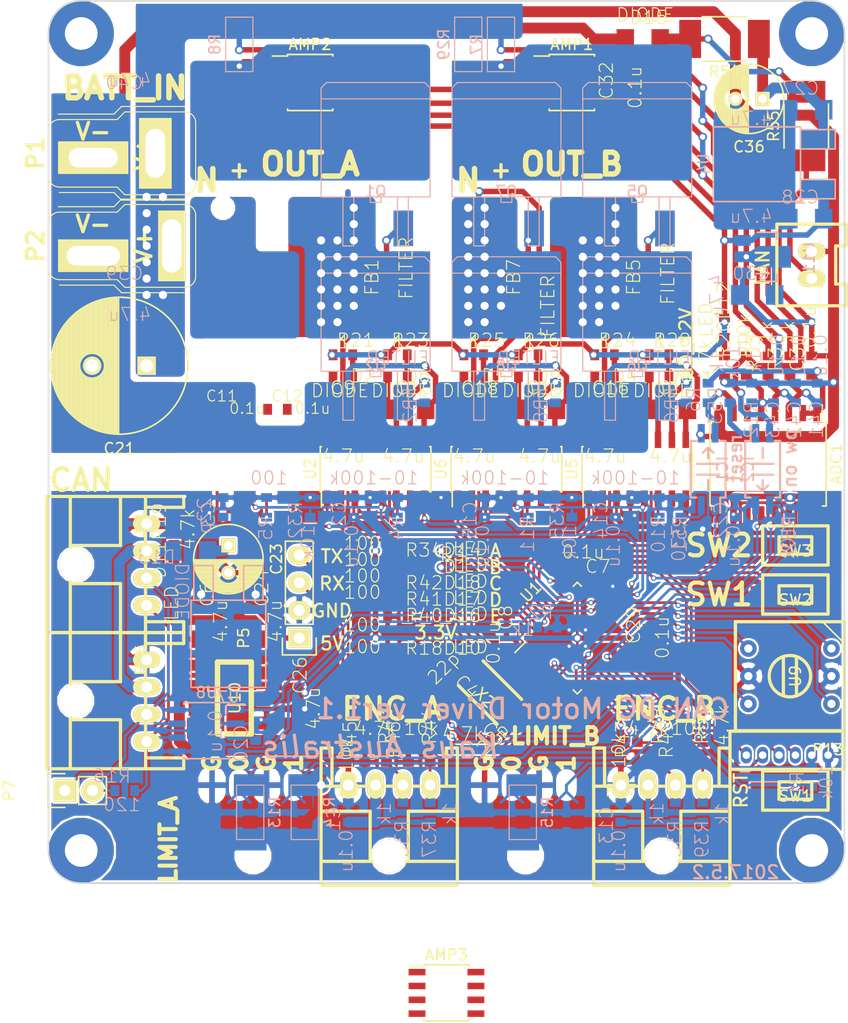
<source format=kicad_pcb>
(kicad_pcb (version 4) (host pcbnew 4.0.7)
  (layers (0 F.Cu signal) (31 B.Cu signal) (34 B.Paste user) (35 F.Paste user) (36 B.SilkS user) (37 F.SilkS user) (38 B.Mask user) (39 F.Mask user) (44 Edge.Cuts user))
  (net 0 "")
  (net 1 GND)
  (net 2 /NRST)
  (net 3 /OSC_IN)
  (net 4 /OSC_OUT)
  (net 5 +3.3V)
  (net 6 "Net-(C9-Pad1)")
  (net 7 +12V)
  (net 8 GNDPWR)
  (net 9 /OUT_AN)
  (net 10 "Net-(C16-Pad1)")
  (net 11 "Net-(C18-Pad1)")
  (net 12 /OUT_BN)
  (net 13 +BATT)
  (net 14 "Net-(D1-Pad2)")
  (net 15 /ENC_Ab)
  (net 16 /ENC_Aa)
  (net 17 /ENC_Bb)
  (net 18 /ENC_Ba)
  (net 19 /CANL)
  (net 20 "Net-(P7-Pad2)")
  (net 21 /CANH)
  (net 22 /USART_RX)
  (net 23 /USART_TX)
  (net 24 /SWDIO)
  (net 25 /SWCLK)
  (net 26 /OUT_A)
  (net 27 /OUT_B)
  (net 28 /BOOT0)
  (net 29 "Net-(R4-Pad1)")
  (net 30 "Net-(R10-Pad1)")
  (net 31 "Net-(R11-Pad1)")
  (net 32 /CAN_RX)
  (net 33 /PWM_A)
  (net 34 /PWM_BN)
  (net 35 /CAN_TX)
  (net 36 /GD_12V)
  (net 37 "Net-(FB1-Pad2)")
  (net 38 "Net-(FB2-Pad2)")
  (net 39 "Net-(FB5-Pad2)")
  (net 40 "Net-(FB6-Pad2)")
  (net 41 "Net-(FB7-Pad2)")
  (net 42 "Net-(FB8-Pad2)")
  (net 43 "Net-(C10-Pad1)")
  (net 44 "Net-(C17-Pad1)")
  (net 45 "Net-(C19-Pad1)")
  (net 46 "Net-(D10-Pad2)")
  (net 47 "Net-(D11-Pad2)")
  (net 48 "Net-(D12-Pad2)")
  (net 49 "Net-(D2-Pad1)")
  (net 50 "Net-(D4-Pad1)")
  (net 51 "Net-(D5-Pad1)")
  (net 52 "Net-(D6-Pad1)")
  (net 53 "Net-(D8-Pad1)")
  (net 54 "Net-(D9-Pad1)")
  (net 55 /SEL_1)
  (net 56 /SEL_4)
  (net 57 "Net-(C23-Pad1)")
  (net 58 "Net-(D14-Pad2)")
  (net 59 "Net-(C27-Pad1)")
  (net 60 +5V)
  (net 61 /LED_B)
  (net 62 /LED_A)
  (net 63 /SW1)
  (net 64 /SW2)
  (net 65 /SEL_8)
  (net 66 /MOTORA_EN)
  (net 67 /MOTORB_EN)
  (net 68 "Net-(R43-Pad1)")
  (net 69 "Net-(R44-Pad1)")
  (net 70 "Net-(R47-Pad2)")
  (net 71 "Net-(R49-Pad2)")
  (net 72 "Net-(FB1-Pad1)")
  (net 73 "Net-(FB2-Pad1)")
  (net 74 "Net-(FB5-Pad1)")
  (net 75 "Net-(FB6-Pad1)")
  (net 76 "Net-(FB7-Pad1)")
  (net 77 "Net-(FB8-Pad1)")
  (net 78 /PW_3.3V)
  (net 79 /Batt+)
  (net 80 "Net-(ADC1-Pad7)")
  (net 81 /ADC_RX)
  (net 82 /ADC_TX)
  (net 83 /MOTORB_BATT)
  (net 84 /MOTORA_BATT)
  (net 85 /SEL_2)
  (net 86 "Net-(ADC1-Pad3)")
  (net 87 "Net-(ADC1-Pad4)")
  (net 88 /LED_E)
  (net 89 "Net-(D16-Pad2)")
  (net 90 /LED_D)
  (net 91 "Net-(D17-Pad2)")
  (net 92 /LED_C)
  (net 93 "Net-(D18-Pad2)")
  (net 94 "Net-(IC1-Pad1)")
  (net 95 /PowerOn)
  (net 96 /ADC_~RST)
  (net 97 "Net-(IC2-Pad2)")
  (net 98 "Net-(D15-Pad2)")
  (net 99 "Net-(P9-Pad2)")
  (net 100 "Net-(AMP1-Pad1)")
  (net 101 "Net-(AMP2-Pad1)")
  (net 102 "Net-(AMP3-Pad1)")
  (net 103 "Net-(C3-Pad2)")
  (net 104 "Net-(C9-Pad2)")
  (net 105 "Net-(C16-Pad2)")
  (net 106 "Net-(C18-Pad2)")
  (module Capacitors_ThroughHole:C_Radial_D6.3_L11.2_P2.5 (layer F.Cu) (at 65.5 9 180)
    (fp_text reference C36 (at 1.25 -4.4 180) (layer F.SilkS))
    (fp_text value 100u)
    (pad 2 thru_hole circle (at 2.5 0 180) (size 1.3 1.3) (drill 0.8) (layers *.Cu *.Mask F.SilkS) (net 8 GNDPWR))
    (pad 1 thru_hole rect (at 0 0 180) (size 1.3 1.3) (drill 0.8) (layers *.Cu *.Mask F.SilkS) (net 59 "Net-(C27-Pad1)"))
  )
  (module RP_KiCAD_Connector:XA_4LC (layer F.Cu) (at 52.5 72)
    (fp_text reference P17 (at 0 0.5) (layer F.SilkS))
    (fp_text value CONN_01X04)
    (pad 1 thru_hole oval (at 0 0) (size 1.5 2.5) (drill 1) (layers *.Cu *.Mask F.SilkS) (net 1 GND))
    (pad 2 thru_hole oval (at 2.5 0) (size 1.5 2.5) (drill 1) (layers *.Cu *.Mask F.SilkS) (net 60 +5V))
    (pad 3 thru_hole oval (at 5 0) (size 1.5 2.5) (drill 1) (layers *.Cu *.Mask F.SilkS) (net 18 /ENC_Ba))
    (pad 4 thru_hole oval (at 7.5 0) (size 1.5 2.5) (drill 1) (layers *.Cu *.Mask F.SilkS) (net 17 /ENC_Bb))
    (pad "" thru_hole circle (at 3.75 6.5) (size 3 3) (drill 3) (layers *.Cu *.Mask F.SilkS) (clearance -0.3))
  )
  (module RP_KiCAD_Connector:XA_4LC (layer F.Cu) (at 9 60.5 270)
    (fp_text reference P16 (at 0 0.5 270) (layer F.SilkS))
    (fp_text value CONN_01X04)
    (pad 1 thru_hole oval (at 0 0 270) (size 1.5 2.5) (drill 1) (layers *.Cu *.Mask F.SilkS) (net 1 GND))
    (pad 2 thru_hole oval (at 2.5 0 270) (size 1.5 2.5) (drill 1) (layers *.Cu *.Mask F.SilkS) (net 7 +12V))
    (pad 3 thru_hole oval (at 5 0 270) (size 1.5 2.5) (drill 1) (layers *.Cu *.Mask F.SilkS) (net 21 /CANH))
    (pad 4 thru_hole oval (at 7.5 0 270) (size 1.5 2.5) (drill 1) (layers *.Cu *.Mask F.SilkS) (net 19 /CANL))
    (pad "" thru_hole circle (at 3.75 6.5 270) (size 3 3) (drill 3) (layers *.Cu *.Mask F.SilkS) (clearance -0.3))
  )
  (module Capacitors_ThroughHole:C_Radial_D12.5_L25_P5 (layer F.Cu) (at 9 33.5 180)
    (fp_text reference C21 (at 2.5 -7.6 180) (layer F.SilkS))
    (fp_text value 470u)
    (pad 2 thru_hole circle (at 5 0 180) (size 1.7 1.7) (drill 1.2) (layers *.Cu *.Mask F.SilkS) (net 8 GNDPWR))
    (pad 1 thru_hole rect (at 0 0 180) (size 1.7 1.7) (drill 1.2) (layers *.Cu *.Mask F.SilkS) (net 13 +BATT))
  )
  (module Housings_SOIC:SOIC-8_3.9x4.9mm_Pitch1.27mm (layer B.Cu) (at 14.5 67 180)
    (fp_text reference U8 (at 0 3.5 180) (layer B.SilkS) (effects (justify mirror)))
    (fp_text value MAX3051)
    (pad 1 smd rect (at -2.7 1.905 180) (size 1.55 0.6) (layers B.Cu B.Paste B.Mask) (net 35 /CAN_TX))
    (pad 2 smd rect (at -2.7 0.635 180) (size 1.55 0.6) (layers B.Cu B.Paste B.Mask) (net 1 GND))
    (pad 3 smd rect (at -2.7 -0.635 180) (size 1.55 0.6) (layers B.Cu B.Paste B.Mask) (net 5 +3.3V))
    (pad 4 smd rect (at -2.7 -1.905 180) (size 1.55 0.6) (layers B.Cu B.Paste B.Mask) (net 32 /CAN_RX))
    (pad 5 smd rect (at 2.7 -1.905 180) (size 1.55 0.6) (layers B.Cu B.Paste B.Mask) (net 1 GND))
    (pad 6 smd rect (at 2.7 -0.635 180) (size 1.55 0.6) (layers B.Cu B.Paste B.Mask) (net 19 /CANL))
    (pad 7 smd rect (at 2.7 0.635 180) (size 1.55 0.6) (layers B.Cu B.Paste B.Mask) (net 21 /CANH))
    (pad 8 smd rect (at 2.7 1.905 180) (size 1.55 0.6) (layers B.Cu B.Paste B.Mask) (net 1 GND))
  )
  (module Housings_SOIC:SOIC-16_3.9x9.9mm_Pitch1.27mm (layer F.Cu) (at 30 43 90)
    (fp_text reference U2 (at 0 -6 90) (layer F.SilkS))
    (fp_text value SI8234)
    (pad 1 smd rect (at -2.7 -4.445 90) (size 1.5 0.6) (layers F.Cu F.Paste F.Mask) (net 33 /PWM_A))
    (pad 2 smd rect (at -2.7 -3.175 90) (size 1.5 0.6) (layers F.Cu F.Paste F.Mask))
    (pad 3 smd rect (at -2.7 -1.905 90) (size 1.5 0.6) (layers F.Cu F.Paste F.Mask) (net 5 +3.3V))
    (pad 4 smd rect (at -2.7 -0.635 90) (size 1.5 0.6) (layers F.Cu F.Paste F.Mask) (net 1 GND))
    (pad 5 smd rect (at -2.7 0.635 90) (size 1.5 0.6) (layers F.Cu F.Paste F.Mask) (net 66 /MOTORA_EN))
    (pad 6 smd rect (at -2.7 1.905 90) (size 1.5 0.6) (layers F.Cu F.Paste F.Mask) (net 29 "Net-(R4-Pad1)"))
    (pad 7 smd rect (at -2.7 3.175 90) (size 1.5 0.6) (layers F.Cu F.Paste F.Mask))
    (pad 8 smd rect (at -2.7 4.445 90) (size 1.5 0.6) (layers F.Cu F.Paste F.Mask) (net 5 +3.3V))
    (pad 9 smd rect (at 2.7 4.445 90) (size 1.5 0.6) (layers F.Cu F.Paste F.Mask) (net 8 GNDPWR))
    (pad 10 smd rect (at 2.7 3.175 90) (size 1.5 0.6) (layers F.Cu F.Paste F.Mask) (net 73 "Net-(FB2-Pad1)"))
    (pad 11 smd rect (at 2.7 1.905 90) (size 1.5 0.6) (layers F.Cu F.Paste F.Mask) (net 43 "Net-(C10-Pad1)"))
    (pad 12 smd rect (at 2.7 0.635 90) (size 1.5 0.6) (layers F.Cu F.Paste F.Mask))
    (pad 13 smd rect (at 2.7 -0.635 90) (size 1.5 0.6) (layers F.Cu F.Paste F.Mask))
    (pad 14 smd rect (at 2.7 -1.905 90) (size 1.5 0.6) (layers F.Cu F.Paste F.Mask) (net 104 "Net-(C9-Pad2)"))
    (pad 15 smd rect (at 2.7 -3.175 90) (size 1.5 0.6) (layers F.Cu F.Paste F.Mask) (net 72 "Net-(FB1-Pad1)"))
    (pad 16 smd rect (at 2.7 -4.445 90) (size 1.5 0.6) (layers F.Cu F.Paste F.Mask) (net 6 "Net-(C9-Pad1)"))
  )
  (module RP_KiCAD_Libs:C1608_WP (layer B.Cu) (at 20 46.5 90)
    (fp_text reference R5 (at -0.635 0.635 90) (layer B.SilkS) (effects (font (size 1.2065 1.2065) (thickness 0.1016)) (justify left bottom mirror)))
    (fp_text value 100 (at 2 2 360) (layer B.SilkS) (effects (font (size 1.2065 1.2065) (thickness 0.1016)) (justify left bottom mirror)))
    (pad 1 smd rect (at -0.9 0 90) (size 0.8 1) (layers B.Cu B.Paste B.Mask) (net 103 "Net-(C3-Pad2)"))
    (pad 2 smd rect (at 0.9 0 90) (size 0.8 1) (layers B.Cu B.Paste B.Mask) (net 105 "Net-(C16-Pad2)"))
  )
  (module TO_SOT_Packages_SMD:TO-252-2Lead_regu (layer B.Cu) (at 70.5 15 270)
    (fp_text reference U4 (at 0 10.414 270) (layer B.SilkS) (effects (justify mirror)))
    (fp_text value LM7812)
    (pad VI smd rect (at -2.286 0 270) (size 1.651 3.048) (layers B.Cu B.Paste B.Mask) (net 59 "Net-(C27-Pad1)"))
    (pad GND smd rect (at 0 6.35 270) (size 6.096 6.096) (layers B.Cu B.Paste B.Mask) (net 8 GNDPWR))
    (pad VO smd rect (at 2.286 0 270) (size 1.651 3.048) (layers B.Cu B.Paste B.Mask) (net 36 /GD_12V))
  )
  (module Housings_QFP:LQFP-48_7x7mm_Pitch0.5mm (layer F.Cu) (at 48.5 58.5 45)
    (fp_text reference U1 (at 0 -6 45) (layer F.SilkS))
    (fp_text value STM32F103_48)
    (pad 1 smd rect (at -4.35 -2.75 45) (size 1.3 0.25) (layers F.Cu F.Paste F.Mask) (net 5 +3.3V))
    (pad 2 smd rect (at -4.35 -2.25 45) (size 1.3 0.25) (layers F.Cu F.Paste F.Mask) (net 92 /LED_C))
    (pad 3 smd rect (at -4.35 -1.75 45) (size 1.3 0.25) (layers F.Cu F.Paste F.Mask) (net 90 /LED_D))
    (pad 4 smd rect (at -4.35 -1.25 45) (size 1.3 0.25) (layers F.Cu F.Paste F.Mask) (net 88 /LED_E))
    (pad 5 smd rect (at -4.35 -0.75 45) (size 1.3 0.25) (layers F.Cu F.Paste F.Mask) (net 3 /OSC_IN))
    (pad 6 smd rect (at -4.35 -0.25 45) (size 1.3 0.25) (layers F.Cu F.Paste F.Mask) (net 4 /OSC_OUT))
    (pad 7 smd rect (at -4.35 0.25 45) (size 1.3 0.25) (layers F.Cu F.Paste F.Mask) (net 2 /NRST))
    (pad 8 smd rect (at -4.35 0.75 45) (size 1.3 0.25) (layers F.Cu F.Paste F.Mask) (net 1 GND))
    (pad 9 smd rect (at -4.35 1.25 45) (size 1.3 0.25) (layers F.Cu F.Paste F.Mask) (net 5 +3.3V))
    (pad 10 smd rect (at -4.35 1.75 45) (size 1.3 0.25) (layers F.Cu F.Paste F.Mask) (net 68 "Net-(R43-Pad1)"))
    (pad 11 smd rect (at -4.35 2.25 45) (size 1.3 0.25) (layers F.Cu F.Paste F.Mask) (net 69 "Net-(R44-Pad1)"))
    (pad 12 smd rect (at -4.35 2.75 45) (size 1.3 0.25) (layers F.Cu F.Paste F.Mask) (net 82 /ADC_TX))
    (pad 13 smd rect (at -2.75 4.35 135) (size 1.3 0.25) (layers F.Cu F.Paste F.Mask) (net 81 /ADC_RX))
    (pad 14 smd rect (at -2.25 4.35 135) (size 1.3 0.25) (layers F.Cu F.Paste F.Mask))
    (pad 15 smd rect (at -1.75 4.35 135) (size 1.3 0.25) (layers F.Cu F.Paste F.Mask))
    (pad 16 smd rect (at -1.25 4.35 135) (size 1.3 0.25) (layers F.Cu F.Paste F.Mask) (net 70 "Net-(R47-Pad2)"))
    (pad 17 smd rect (at -0.75 4.35 135) (size 1.3 0.25) (layers F.Cu F.Paste F.Mask) (net 71 "Net-(R49-Pad2)"))
    (pad 18 smd rect (at -0.25 4.35 135) (size 1.3 0.25) (layers F.Cu F.Paste F.Mask))
    (pad 19 smd rect (at 0.25 4.35 135) (size 1.3 0.25) (layers F.Cu F.Paste F.Mask))
    (pad 20 smd rect (at 0.75 4.35 135) (size 1.3 0.25) (layers F.Cu F.Paste F.Mask) (net 95 /PowerOn))
    (pad 21 smd rect (at 1.25 4.35 135) (size 1.3 0.25) (layers F.Cu F.Paste F.Mask) (net 23 /USART_TX))
    (pad 22 smd rect (at 1.75 4.35 135) (size 1.3 0.25) (layers F.Cu F.Paste F.Mask) (net 22 /USART_RX))
    (pad 23 smd rect (at 2.25 4.35 135) (size 1.3 0.25) (layers F.Cu F.Paste F.Mask) (net 1 GND))
    (pad 24 smd rect (at 2.75 4.35 135) (size 1.3 0.25) (layers F.Cu F.Paste F.Mask) (net 5 +3.3V))
    (pad 25 smd rect (at 4.35 2.75 45) (size 1.3 0.25) (layers F.Cu F.Paste F.Mask) (net 65 /SEL_8))
    (pad 26 smd rect (at 4.35 2.25 45) (size 1.3 0.25) (layers F.Cu F.Paste F.Mask) (net 56 /SEL_4))
    (pad 27 smd rect (at 4.35 1.75 45) (size 1.3 0.25) (layers F.Cu F.Paste F.Mask) (net 85 /SEL_2))
    (pad 28 smd rect (at 4.35 1.25 45) (size 1.3 0.25) (layers F.Cu F.Paste F.Mask) (net 55 /SEL_1))
    (pad 29 smd rect (at 4.35 0.75 45) (size 1.3 0.25) (layers F.Cu F.Paste F.Mask) (net 67 /MOTORB_EN))
    (pad 30 smd rect (at 4.35 0.25 45) (size 1.3 0.25) (layers F.Cu F.Paste F.Mask) (net 66 /MOTORA_EN))
    (pad 31 smd rect (at 4.35 -0.25 45) (size 1.3 0.25) (layers F.Cu F.Paste F.Mask) (net 96 /ADC_~RST))
    (pad 32 smd rect (at 4.35 -0.75 45) (size 1.3 0.25) (layers F.Cu F.Paste F.Mask) (net 32 /CAN_RX))
    (pad 33 smd rect (at 4.35 -1.25 45) (size 1.3 0.25) (layers F.Cu F.Paste F.Mask) (net 35 /CAN_TX))
    (pad 34 smd rect (at 4.35 -1.75 45) (size 1.3 0.25) (layers F.Cu F.Paste F.Mask) (net 24 /SWDIO))
    (pad 35 smd rect (at 4.35 -2.25 45) (size 1.3 0.25) (layers F.Cu F.Paste F.Mask) (net 1 GND))
    (pad 36 smd rect (at 4.35 -2.75 45) (size 1.3 0.25) (layers F.Cu F.Paste F.Mask) (net 5 +3.3V))
    (pad 37 smd rect (at 2.75 -4.35 135) (size 1.3 0.25) (layers F.Cu F.Paste F.Mask) (net 25 /SWCLK))
    (pad 38 smd rect (at 2.25 -4.35 135) (size 1.3 0.25) (layers F.Cu F.Paste F.Mask) (net 62 /LED_A))
    (pad 39 smd rect (at 1.75 -4.35 135) (size 1.3 0.25) (layers F.Cu F.Paste F.Mask) (net 61 /LED_B))
    (pad 40 smd rect (at 1.25 -4.35 135) (size 1.3 0.25) (layers F.Cu F.Paste F.Mask) (net 63 /SW1))
    (pad 41 smd rect (at 0.75 -4.35 135) (size 1.3 0.25) (layers F.Cu F.Paste F.Mask) (net 64 /SW2))
    (pad 42 smd rect (at 0.25 -4.35 135) (size 1.3 0.25) (layers F.Cu F.Paste F.Mask))
    (pad 43 smd rect (at -0.25 -4.35 135) (size 1.3 0.25) (layers F.Cu F.Paste F.Mask) (net 34 /PWM_BN))
    (pad 44 smd rect (at -0.75 -4.35 135) (size 1.3 0.25) (layers F.Cu F.Paste F.Mask) (net 28 /BOOT0))
    (pad 45 smd rect (at -1.25 -4.35 135) (size 1.3 0.25) (layers F.Cu F.Paste F.Mask) (net 33 /PWM_A))
    (pad 46 smd rect (at -1.75 -4.35 135) (size 1.3 0.25) (layers F.Cu F.Paste F.Mask))
    (pad 47 smd rect (at -2.25 -4.35 135) (size 1.3 0.25) (layers F.Cu F.Paste F.Mask) (net 1 GND))
    (pad 48 smd rect (at -2.75 -4.35 135) (size 1.3 0.25) (layers F.Cu F.Paste F.Mask) (net 5 +3.3V))
  )
  (module Capacitors_ThroughHole:C_Radial_D6.3_L11.2_P2.5 (layer F.Cu) (at 16.5 50 270)
    (fp_text reference C23 (at 1.25 -4.4 270) (layer F.SilkS))
    (fp_text value 100u)
    (pad 2 thru_hole circle (at 2.5 0 270) (size 1.3 1.3) (drill 0.8) (layers *.Cu *.Mask F.SilkS) (net 1 GND))
    (pad 1 thru_hole rect (at 0 0 270) (size 1.3 1.3) (drill 0.8) (layers *.Cu *.Mask F.SilkS) (net 57 "Net-(C23-Pad1)"))
  )
  (module RP_KiCAD_Libs:C3216 (layer F.Cu) (at 27 37.5)
    (fp_text reference C9 (at -1.27 -1.27) (layer F.SilkS) (effects (font (size 1.2065 1.2065) (thickness 0.1016)) (justify left bottom)))
    (fp_text value 4.7u (at -2 5 180) (layer F.SilkS) (effects (font (size 1.2065 1.2065) (thickness 0.1016)) (justify left bottom)))
    (pad 1 smd rect (at -1.6 0) (size 1.6 1.8) (layers F.Cu F.Paste F.Mask) (net 6 "Net-(C9-Pad1)"))
    (pad 2 smd rect (at 1.6 0) (size 1.6 1.8) (layers F.Cu F.Paste F.Mask) (net 104 "Net-(C9-Pad2)"))
  )
  (module RP_KiCAD_Libs:C3216 (layer F.Cu) (at 33 37.5)
    (fp_text reference C10 (at -1.27 -1.27) (layer F.SilkS) (effects (font (size 1.2065 1.2065) (thickness 0.1016)) (justify left bottom)))
    (fp_text value 4.7u (at -2.5 5 180) (layer F.SilkS) (effects (font (size 1.2065 1.2065) (thickness 0.1016)) (justify left bottom)))
    (pad 1 smd rect (at -1.6 0) (size 1.6 1.8) (layers F.Cu F.Paste F.Mask) (net 43 "Net-(C10-Pad1)"))
    (pad 2 smd rect (at 1.6 0) (size 1.6 1.8) (layers F.Cu F.Paste F.Mask) (net 8 GNDPWR))
  )
  (module RP_KiCAD_Libs:C3216 (layer F.Cu) (at 51 37.5)
    (fp_text reference C16 (at -1.27 -1.27) (layer F.SilkS) (effects (font (size 1.2065 1.2065) (thickness 0.1016)) (justify left bottom)))
    (fp_text value 4.7u (at -2 5 180) (layer F.SilkS) (effects (font (size 1.2065 1.2065) (thickness 0.1016)) (justify left bottom)))
    (pad 1 smd rect (at -1.6 0) (size 1.6 1.8) (layers F.Cu F.Paste F.Mask) (net 10 "Net-(C16-Pad1)"))
    (pad 2 smd rect (at 1.6 0) (size 1.6 1.8) (layers F.Cu F.Paste F.Mask) (net 105 "Net-(C16-Pad2)"))
  )
  (module RP_KiCAD_Libs:C3216 (layer F.Cu) (at 57 37.5)
    (fp_text reference C17 (at -1.27 -1.27) (layer F.SilkS) (effects (font (size 1.2065 1.2065) (thickness 0.1016)) (justify left bottom)))
    (fp_text value 4.7u (at -2 5 180) (layer F.SilkS) (effects (font (size 1.2065 1.2065) (thickness 0.1016)) (justify left bottom)))
    (pad 1 smd rect (at -1.6 0) (size 1.6 1.8) (layers F.Cu F.Paste F.Mask) (net 44 "Net-(C17-Pad1)"))
    (pad 2 smd rect (at 1.6 0) (size 1.6 1.8) (layers F.Cu F.Paste F.Mask) (net 8 GNDPWR))
  )
  (module RP_KiCAD_Libs:C3216 (layer F.Cu) (at 39 37.5)
    (fp_text reference C18 (at -1.27 -1.27) (layer F.SilkS) (effects (font (size 1.2065 1.2065) (thickness 0.1016)) (justify left bottom)))
    (fp_text value 4.7u (at -2 5 180) (layer F.SilkS) (effects (font (size 1.2065 1.2065) (thickness 0.1016)) (justify left bottom)))
    (pad 1 smd rect (at -1.6 0) (size 1.6 1.8) (layers F.Cu F.Paste F.Mask) (net 11 "Net-(C18-Pad1)"))
    (pad 2 smd rect (at 1.6 0) (size 1.6 1.8) (layers F.Cu F.Paste F.Mask) (net 106 "Net-(C18-Pad2)"))
  )
  (module RP_KiCAD_Libs:C3216 (layer F.Cu) (at 45 37.5)
    (fp_text reference C19 (at -1.27 -1.27) (layer F.SilkS) (effects (font (size 1.2065 1.2065) (thickness 0.1016)) (justify left bottom)))
    (fp_text value 4.7u (at -2 5 180) (layer F.SilkS) (effects (font (size 1.2065 1.2065) (thickness 0.1016)) (justify left bottom)))
    (pad 1 smd rect (at -1.6 0) (size 1.6 1.8) (layers F.Cu F.Paste F.Mask) (net 45 "Net-(C19-Pad1)"))
    (pad 2 smd rect (at 1.6 0) (size 1.6 1.8) (layers F.Cu F.Paste F.Mask) (net 8 GNDPWR))
  )
  (module Pin_Headers:Pin_Header_Straight_1x02 (layer F.Cu) (at 1.5 72.5 90)
    (fp_text reference P7 (at 0 -5.1 90) (layer F.SilkS))
    (fp_text value CONN_01X02)
    (pad 1 thru_hole rect (at 0 0 90) (size 2.032 2.032) (drill 1.016) (layers *.Cu *.Mask F.SilkS) (net 21 /CANH))
    (pad 2 thru_hole oval (at 0 2.54 90) (size 2.032 2.032) (drill 1.016) (layers *.Cu *.Mask F.SilkS) (net 20 "Net-(P7-Pad2)"))
  )
  (module Housings_SOIC:SOIC-16_3.9x9.9mm_Pitch1.27mm (layer F.Cu) (at 54 43 90)
    (fp_text reference U5 (at 0 -6 90) (layer F.SilkS))
    (fp_text value SI8234)
    (pad 1 smd rect (at -2.7 -4.445 90) (size 1.5 0.6) (layers F.Cu F.Paste F.Mask))
    (pad 2 smd rect (at -2.7 -3.175 90) (size 1.5 0.6) (layers F.Cu F.Paste F.Mask))
    (pad 3 smd rect (at -2.7 -1.905 90) (size 1.5 0.6) (layers F.Cu F.Paste F.Mask) (net 5 +3.3V))
    (pad 4 smd rect (at -2.7 -0.635 90) (size 1.5 0.6) (layers F.Cu F.Paste F.Mask) (net 1 GND))
    (pad 5 smd rect (at -2.7 0.635 90) (size 1.5 0.6) (layers F.Cu F.Paste F.Mask) (net 67 /MOTORB_EN))
    (pad 6 smd rect (at -2.7 1.905 90) (size 1.5 0.6) (layers F.Cu F.Paste F.Mask) (net 30 "Net-(R10-Pad1)"))
    (pad 7 smd rect (at -2.7 3.175 90) (size 1.5 0.6) (layers F.Cu F.Paste F.Mask))
    (pad 8 smd rect (at -2.7 4.445 90) (size 1.5 0.6) (layers F.Cu F.Paste F.Mask) (net 5 +3.3V))
    (pad 9 smd rect (at 2.7 4.445 90) (size 1.5 0.6) (layers F.Cu F.Paste F.Mask) (net 8 GNDPWR))
    (pad 10 smd rect (at 2.7 3.175 90) (size 1.5 0.6) (layers F.Cu F.Paste F.Mask) (net 75 "Net-(FB6-Pad1)"))
    (pad 11 smd rect (at 2.7 1.905 90) (size 1.5 0.6) (layers F.Cu F.Paste F.Mask) (net 44 "Net-(C17-Pad1)"))
    (pad 12 smd rect (at 2.7 0.635 90) (size 1.5 0.6) (layers F.Cu F.Paste F.Mask))
    (pad 13 smd rect (at 2.7 -0.635 90) (size 1.5 0.6) (layers F.Cu F.Paste F.Mask))
    (pad 14 smd rect (at 2.7 -1.905 90) (size 1.5 0.6) (layers F.Cu F.Paste F.Mask) (net 105 "Net-(C16-Pad2)"))
    (pad 15 smd rect (at 2.7 -3.175 90) (size 1.5 0.6) (layers F.Cu F.Paste F.Mask) (net 74 "Net-(FB5-Pad1)"))
    (pad 16 smd rect (at 2.7 -4.445 90) (size 1.5 0.6) (layers F.Cu F.Paste F.Mask) (net 10 "Net-(C16-Pad1)"))
  )
  (module Housings_SOIC:SOIC-16_3.9x9.9mm_Pitch1.27mm (layer F.Cu) (at 42 43 90)
    (fp_text reference U6 (at 0 -6 90) (layer F.SilkS))
    (fp_text value SI8234)
    (pad 1 smd rect (at -2.7 -4.445 90) (size 1.5 0.6) (layers F.Cu F.Paste F.Mask) (net 34 /PWM_BN))
    (pad 2 smd rect (at -2.7 -3.175 90) (size 1.5 0.6) (layers F.Cu F.Paste F.Mask))
    (pad 3 smd rect (at -2.7 -1.905 90) (size 1.5 0.6) (layers F.Cu F.Paste F.Mask) (net 5 +3.3V))
    (pad 4 smd rect (at -2.7 -0.635 90) (size 1.5 0.6) (layers F.Cu F.Paste F.Mask) (net 1 GND))
    (pad 5 smd rect (at -2.7 0.635 90) (size 1.5 0.6) (layers F.Cu F.Paste F.Mask) (net 67 /MOTORB_EN))
    (pad 6 smd rect (at -2.7 1.905 90) (size 1.5 0.6) (layers F.Cu F.Paste F.Mask) (net 31 "Net-(R11-Pad1)"))
    (pad 7 smd rect (at -2.7 3.175 90) (size 1.5 0.6) (layers F.Cu F.Paste F.Mask))
    (pad 8 smd rect (at -2.7 4.445 90) (size 1.5 0.6) (layers F.Cu F.Paste F.Mask) (net 5 +3.3V))
    (pad 9 smd rect (at 2.7 4.445 90) (size 1.5 0.6) (layers F.Cu F.Paste F.Mask) (net 8 GNDPWR))
    (pad 10 smd rect (at 2.7 3.175 90) (size 1.5 0.6) (layers F.Cu F.Paste F.Mask) (net 77 "Net-(FB8-Pad1)"))
    (pad 11 smd rect (at 2.7 1.905 90) (size 1.5 0.6) (layers F.Cu F.Paste F.Mask) (net 45 "Net-(C19-Pad1)"))
    (pad 12 smd rect (at 2.7 0.635 90) (size 1.5 0.6) (layers F.Cu F.Paste F.Mask))
    (pad 13 smd rect (at 2.7 -0.635 90) (size 1.5 0.6) (layers F.Cu F.Paste F.Mask))
    (pad 14 smd rect (at 2.7 -1.905 90) (size 1.5 0.6) (layers F.Cu F.Paste F.Mask) (net 106 "Net-(C18-Pad2)"))
    (pad 15 smd rect (at 2.7 -3.175 90) (size 1.5 0.6) (layers F.Cu F.Paste F.Mask) (net 76 "Net-(FB7-Pad1)"))
    (pad 16 smd rect (at 2.7 -4.445 90) (size 1.5 0.6) (layers F.Cu F.Paste F.Mask) (net 11 "Net-(C18-Pad1)"))
  )
  (module RP_KiCAD_Libs:C3216 (layer B.Cu) (at 69.5 10 180)
    (fp_text reference C27 (at -1.27 1.27 180) (layer B.SilkS) (effects (font (size 1.2065 1.2065) (thickness 0.1016)) (justify left bottom mirror)))
    (fp_text value 4.7u (at 3 -1.5 360) (layer B.SilkS) (effects (font (size 1.2065 1.2065) (thickness 0.1016)) (justify left bottom mirror)))
    (pad 1 smd rect (at -1.6 0 180) (size 1.6 1.8) (layers B.Cu B.Paste B.Mask) (net 59 "Net-(C27-Pad1)"))
    (pad 2 smd rect (at 1.6 0 180) (size 1.6 1.8) (layers B.Cu B.Paste B.Mask) (net 8 GNDPWR))
  )
  (module RP_KiCAD_Libs:C3216 (layer B.Cu) (at 69.5 20 180)
    (fp_text reference C28 (at -1.27 1.27 180) (layer B.SilkS) (effects (font (size 1.2065 1.2065) (thickness 0.1016)) (justify left bottom mirror)))
    (fp_text value 4.7u (at 3 -0.5 180) (layer B.SilkS) (effects (font (size 1.2065 1.2065) (thickness 0.1016)) (justify left bottom mirror)))
    (pad 1 smd rect (at -1.6 0 180) (size 1.6 1.8) (layers B.Cu B.Paste B.Mask) (net 36 /GD_12V))
    (pad 2 smd rect (at 1.6 0 180) (size 1.6 1.8) (layers B.Cu B.Paste B.Mask) (net 8 GNDPWR))
  )
  (module RP_KiCAD_Libs:C1608_WP (layer B.Cu) (at 28 46.5 270)
    (fp_text reference C2 (at -0.635 0.635 270) (layer B.SilkS) (effects (font (size 1.2065 1.2065) (thickness 0.1016)) (justify left bottom mirror)))
    (fp_text value 0.1u (at 1.5 -0.5 270) (layer B.SilkS) (effects (font (size 1.2065 1.2065) (thickness 0.1016)) (justify left bottom mirror)))
    (pad 1 smd rect (at -0.9 0 270) (size 0.8 1) (layers B.Cu B.Paste B.Mask) (net 1 GND))
    (pad 2 smd rect (at 0.9 0 270) (size 0.8 1) (layers B.Cu B.Paste B.Mask) (net 5 +3.3V))
  )
  (module RP_KiCAD_Libs:C1608_WP (layer F.Cu) (at 37 63.5 315)
    (fp_text reference C4 (at -0.635 -0.635 315) (layer F.SilkS) (effects (font (size 1.2065 1.2065) (thickness 0.1016)) (justify left bottom)))
    (fp_text value 22p (at -1.414214 0.707107 585) (layer F.SilkS) (effects (font (size 1.2065 1.2065) (thickness 0.1016)) (justify left bottom)))
    (pad 1 smd rect (at -0.9 0 315) (size 0.8 1) (layers F.Cu F.Paste F.Mask) (net 3 /OSC_IN))
    (pad 2 smd rect (at 0.9 0 315) (size 0.8 1) (layers F.Cu F.Paste F.Mask) (net 1 GND))
  )
  (module RP_KiCAD_Libs:C1608_WP (layer F.Cu) (at 39.5 66 135)
    (fp_text reference C5 (at -0.635 -0.635 135) (layer F.SilkS) (effects (font (size 1.2065 1.2065) (thickness 0.1016)) (justify left bottom)))
    (fp_text value 22p (at -2.828427 -2.12132 405) (layer F.SilkS) (effects (font (size 1.2065 1.2065) (thickness 0.1016)) (justify left bottom)))
    (pad 1 smd rect (at -0.9 0 135) (size 0.8 1) (layers F.Cu F.Paste F.Mask) (net 4 /OSC_OUT))
    (pad 2 smd rect (at 0.9 0 135) (size 0.8 1) (layers F.Cu F.Paste F.Mask) (net 1 GND))
  )
  (module RP_KiCAD_Libs:C1608_WP (layer F.Cu) (at 48.5 52 180)
    (fp_text reference C7 (at -0.635 -0.635 180) (layer F.SilkS) (effects (font (size 1.2065 1.2065) (thickness 0.1016)) (justify left bottom)))
    (fp_text value 0.1u (at 1.5 0.7 180) (layer F.SilkS) (effects (font (size 1.2065 1.2065) (thickness 0.1016)) (justify left bottom)))
    (pad 1 smd rect (at -0.9 0 180) (size 0.8 1) (layers F.Cu F.Paste F.Mask) (net 1 GND))
    (pad 2 smd rect (at 0.9 0 180) (size 0.8 1) (layers F.Cu F.Paste F.Mask) (net 5 +3.3V))
  )
  (module RP_KiCAD_Libs:C1608_WP (layer F.Cu) (at 42 58.5 270)
    (fp_text reference C8 (at -0.635 -0.635 270) (layer F.SilkS) (effects (font (size 1.2065 1.2065) (thickness 0.1016)) (justify left bottom)))
    (fp_text value 0.1u (at 2.5 0.5 270) (layer F.SilkS) (effects (font (size 1.2065 1.2065) (thickness 0.1016)) (justify left bottom)))
    (pad 1 smd rect (at -0.9 0 270) (size 0.8 1) (layers F.Cu F.Paste F.Mask) (net 1 GND))
    (pad 2 smd rect (at 0.9 0 270) (size 0.8 1) (layers F.Cu F.Paste F.Mask) (net 5 +3.3V))
  )
  (module RP_KiCAD_Libs:C1608_WP (layer B.Cu) (at 52 46.5 270)
    (fp_text reference C14 (at -0.635 0.635 270) (layer B.SilkS) (effects (font (size 1.2065 1.2065) (thickness 0.1016)) (justify left bottom mirror)))
    (fp_text value 0.1u (at 1.5 -0.5 450) (layer B.SilkS) (effects (font (size 1.2065 1.2065) (thickness 0.1016)) (justify left bottom mirror)))
    (pad 1 smd rect (at -0.9 0 270) (size 0.8 1) (layers B.Cu B.Paste B.Mask) (net 1 GND))
    (pad 2 smd rect (at 0.9 0 270) (size 0.8 1) (layers B.Cu B.Paste B.Mask) (net 5 +3.3V))
  )
  (module RP_KiCAD_Libs:C1608_WP (layer B.Cu) (at 40 46.5 270)
    (fp_text reference C15 (at -0.635 0.635 270) (layer B.SilkS) (effects (font (size 1.2065 1.2065) (thickness 0.1016)) (justify left bottom mirror)))
    (fp_text value 0.1u (at 1.5 -0.5 270) (layer B.SilkS) (effects (font (size 1.2065 1.2065) (thickness 0.1016)) (justify left bottom mirror)))
    (pad 1 smd rect (at -0.9 0 270) (size 0.8 1) (layers B.Cu B.Paste B.Mask) (net 1 GND))
    (pad 2 smd rect (at 0.9 0 270) (size 0.8 1) (layers B.Cu B.Paste B.Mask) (net 5 +3.3V))
  )
  (module RP_KiCAD_Libs:C1608_WP (layer B.Cu) (at 70 71.25 270)
    (fp_text reference R1 (at -0.635 0.635 270) (layer B.SilkS) (effects (font (size 1.2065 1.2065) (thickness 0.1016)) (justify left bottom mirror)))
    (fp_text value 10k (at -1.25 -2 270) (layer B.SilkS) (effects (font (size 1.2065 1.2065) (thickness 0.1016)) (justify left bottom mirror)))
    (pad 1 smd rect (at -0.9 0 270) (size 0.8 1) (layers B.Cu B.Paste B.Mask) (net 5 +3.3V))
    (pad 2 smd rect (at 0.9 0 270) (size 0.8 1) (layers B.Cu B.Paste B.Mask) (net 2 /NRST))
  )
  (module RP_KiCAD_Libs:C1608_WP (layer B.Cu) (at 45.75 57.5 180)
    (fp_text reference R2 (at -0.635 0.635 180) (layer B.SilkS) (effects (font (size 1.2065 1.2065) (thickness 0.1016)) (justify left bottom mirror)))
    (fp_text value 1k (at 1.1 -0.9 180) (layer B.SilkS) (effects (font (size 1.2065 1.2065) (thickness 0.1016)) (justify left bottom mirror)))
    (pad 1 smd rect (at -0.9 0 180) (size 0.8 1) (layers B.Cu B.Paste B.Mask) (net 1 GND))
    (pad 2 smd rect (at 0.9 0 180) (size 0.8 1) (layers B.Cu B.Paste B.Mask) (net 28 /BOOT0))
  )
  (module RP_KiCAD_Libs:C1608_WP (layer F.Cu) (at 32 52 180)
    (fp_text reference R3 (at -3.81 0.508 180) (layer F.SilkS) (effects (font (size 1.2065 1.2065) (thickness 0.1016)) (justify left bottom)))
    (fp_text value 100 (at 5 0 180) (layer F.SilkS) (effects (font (size 1.2065 1.2065) (thickness 0.1016)) (justify left bottom)))
    (pad 1 smd rect (at -0.9 0 180) (size 0.8 1) (layers F.Cu F.Paste F.Mask) (net 14 "Net-(D1-Pad2)"))
    (pad 2 smd rect (at 0.9 0 180) (size 0.8 1) (layers F.Cu F.Paste F.Mask) (net 1 GND))
  )
  (module RP_KiCAD_Libs:C1608_WP (layer B.Cu) (at 32 46.5 90)
    (fp_text reference R4 (at -0.635 0.635 90) (layer B.SilkS) (effects (font (size 1.2065 1.2065) (thickness 0.1016)) (justify left bottom mirror)))
    (fp_text value 10-100k (at 2 2 180) (layer B.SilkS) (effects (font (size 1.2065 1.2065) (thickness 0.1016)) (justify left bottom mirror)))
    (pad 1 smd rect (at -0.9 0 90) (size 0.8 1) (layers B.Cu B.Paste B.Mask) (net 29 "Net-(R4-Pad1)"))
    (pad 2 smd rect (at 0.9 0 90) (size 0.8 1) (layers B.Cu B.Paste B.Mask) (net 1 GND))
  )
  (module RP_KiCAD_Libs:C1608_WP (layer B.Cu) (at 56 46.5 90)
    (fp_text reference R10 (at -0.635 0.635 90) (layer B.SilkS) (effects (font (size 1.2065 1.2065) (thickness 0.1016)) (justify left bottom mirror)))
    (fp_text value 10-100k (at 2 2 180) (layer B.SilkS) (effects (font (size 1.2065 1.2065) (thickness 0.1016)) (justify left bottom mirror)))
    (pad 1 smd rect (at -0.9 0 90) (size 0.8 1) (layers B.Cu B.Paste B.Mask) (net 30 "Net-(R10-Pad1)"))
    (pad 2 smd rect (at 0.9 0 90) (size 0.8 1) (layers B.Cu B.Paste B.Mask) (net 1 GND))
  )
  (module RP_KiCAD_Libs:C1608_WP (layer B.Cu) (at 44 46.5 90)
    (fp_text reference R11 (at -0.635 0.635 90) (layer B.SilkS) (effects (font (size 1.2065 1.2065) (thickness 0.1016)) (justify left bottom mirror)))
    (fp_text value 10-100k (at 2 2 180) (layer B.SilkS) (effects (font (size 1.2065 1.2065) (thickness 0.1016)) (justify left bottom mirror)))
    (pad 1 smd rect (at -0.9 0 90) (size 0.8 1) (layers B.Cu B.Paste B.Mask) (net 31 "Net-(R11-Pad1)"))
    (pad 2 smd rect (at 0.9 0 90) (size 0.8 1) (layers B.Cu B.Paste B.Mask) (net 1 GND))
  )
  (module RP_KiCAD_Libs:C1608_WP (layer B.Cu) (at 7 72.5 180)
    (fp_text reference R16 (at -0.635 0.635 180) (layer B.SilkS) (effects (font (size 1.2065 1.2065) (thickness 0.1016)) (justify left bottom mirror)))
    (fp_text value 120 (at -1.5 -2 360) (layer B.SilkS) (effects (font (size 1.2065 1.2065) (thickness 0.1016)) (justify left bottom mirror)))
    (pad 1 smd rect (at -0.9 0 180) (size 0.8 1) (layers B.Cu B.Paste B.Mask) (net 19 /CANL))
    (pad 2 smd rect (at 0.9 0 180) (size 0.8 1) (layers B.Cu B.Paste B.Mask) (net 20 "Net-(P7-Pad2)"))
  )
  (module RP_KiCAD_Libs:C1608_WP (layer F.Cu) (at 55 58.5 90)
    (fp_text reference C29 (at -0.635 -0.635 90) (layer F.SilkS) (effects (font (size 1.2065 1.2065) (thickness 0.1016)) (justify left bottom)))
    (fp_text value 0.1u (at -2 2 270) (layer F.SilkS) (effects (font (size 1.2065 1.2065) (thickness 0.1016)) (justify left bottom)))
    (pad 1 smd rect (at -0.9 0 90) (size 0.8 1) (layers F.Cu F.Paste F.Mask) (net 1 GND))
    (pad 2 smd rect (at 0.9 0 90) (size 0.8 1) (layers F.Cu F.Paste F.Mask) (net 5 +3.3V))
  )
  (module RP_KiCAD_Libs:C1608_WP (layer F.Cu) (at 31 26.5 90)
    (fp_text reference FB1 (at -0.635 -0.635 90) (layer F.SilkS) (effects (font (size 1.2065 1.2065) (thickness 0.1016)) (justify left bottom)))
    (fp_text value FILTER (at -1 2.5 90) (layer F.SilkS) (effects (font (size 1.2065 1.2065) (thickness 0.1016)) (justify left bottom)))
    (pad 1 smd rect (at -0.9 0 90) (size 0.8 1) (layers F.Cu F.Paste F.Mask) (net 72 "Net-(FB1-Pad1)"))
    (pad 2 smd rect (at 0.9 0 90) (size 0.8 1) (layers F.Cu F.Paste F.Mask) (net 37 "Net-(FB1-Pad2)"))
  )
  (module RP_KiCAD_Libs:C1608_WP (layer B.Cu) (at 34.5 36 270)
    (fp_text reference FB2 (at -0.635 0.635 270) (layer B.SilkS) (effects (font (size 1.2065 1.2065) (thickness 0.1016)) (justify left bottom mirror)))
    (fp_text value FILTER (at -2.5 -0.5 360) (layer B.SilkS) (effects (font (size 1.2065 1.2065) (thickness 0.1016)) (justify left bottom mirror)))
    (pad 1 smd rect (at -0.9 0 270) (size 0.8 1) (layers B.Cu B.Paste B.Mask) (net 73 "Net-(FB2-Pad1)"))
    (pad 2 smd rect (at 0.9 0 270) (size 0.8 1) (layers B.Cu B.Paste B.Mask) (net 38 "Net-(FB2-Pad2)"))
  )
  (module RP_KiCAD_Libs:C1608_WP (layer F.Cu) (at 55 26.5 90)
    (fp_text reference FB5 (at -0.635 -0.635 90) (layer F.SilkS) (effects (font (size 1.2065 1.2065) (thickness 0.1016)) (justify left bottom)))
    (fp_text value FILTER (at -1.5 2.5 270) (layer F.SilkS) (effects (font (size 1.2065 1.2065) (thickness 0.1016)) (justify left bottom)))
    (pad 1 smd rect (at -0.9 0 90) (size 0.8 1) (layers F.Cu F.Paste F.Mask) (net 74 "Net-(FB5-Pad1)"))
    (pad 2 smd rect (at 0.9 0 90) (size 0.8 1) (layers F.Cu F.Paste F.Mask) (net 39 "Net-(FB5-Pad2)"))
  )
  (module RP_KiCAD_Libs:C1608_WP (layer B.Cu) (at 58.5 36 270)
    (fp_text reference FB6 (at -0.635 0.635 270) (layer B.SilkS) (effects (font (size 1.2065 1.2065) (thickness 0.1016)) (justify left bottom mirror)))
    (fp_text value FILTER (at -2.5 -0.5 360) (layer B.SilkS) (effects (font (size 1.2065 1.2065) (thickness 0.1016)) (justify left bottom mirror)))
    (pad 1 smd rect (at -0.9 0 270) (size 0.8 1) (layers B.Cu B.Paste B.Mask) (net 75 "Net-(FB6-Pad1)"))
    (pad 2 smd rect (at 0.9 0 270) (size 0.8 1) (layers B.Cu B.Paste B.Mask) (net 40 "Net-(FB6-Pad2)"))
  )
  (module RP_KiCAD_Libs:C1608_WP (layer F.Cu) (at 44 26.5 90)
    (fp_text reference FB7 (at -0.635 -0.635 90) (layer F.SilkS) (effects (font (size 1.2065 1.2065) (thickness 0.1016)) (justify left bottom)))
    (fp_text value FILTER (at -4.5 2.5 90) (layer F.SilkS) (effects (font (size 1.2065 1.2065) (thickness 0.1016)) (justify left bottom)))
    (pad 1 smd rect (at -0.9 0 90) (size 0.8 1) (layers F.Cu F.Paste F.Mask) (net 76 "Net-(FB7-Pad1)"))
    (pad 2 smd rect (at 0.9 0 90) (size 0.8 1) (layers F.Cu F.Paste F.Mask) (net 41 "Net-(FB7-Pad2)"))
  )
  (module RP_KiCAD_Libs:C1608_WP (layer B.Cu) (at 46.5 36 270)
    (fp_text reference FB8 (at -0.635 0.635 270) (layer B.SilkS) (effects (font (size 1.2065 1.2065) (thickness 0.1016)) (justify left bottom mirror)))
    (fp_text value FILTER (at -2.5 -0.5 360) (layer B.SilkS) (effects (font (size 1.2065 1.2065) (thickness 0.1016)) (justify left bottom mirror)))
    (pad 1 smd rect (at -0.9 0 270) (size 0.8 1) (layers B.Cu B.Paste B.Mask) (net 77 "Net-(FB8-Pad1)"))
    (pad 2 smd rect (at 0.9 0 270) (size 0.8 1) (layers B.Cu B.Paste B.Mask) (net 42 "Net-(FB8-Pad2)"))
  )
  (module RP_KiCAD_Libs:C1608_WP (layer F.Cu) (at 32 59.5 180)
    (fp_text reference R18 (at -0.635 -0.635 180) (layer F.SilkS) (effects (font (size 1.2065 1.2065) (thickness 0.1016)) (justify left bottom)))
    (fp_text value 100 (at 5 -0.5 360) (layer F.SilkS) (effects (font (size 1.2065 1.2065) (thickness 0.1016)) (justify left bottom)))
    (pad 1 smd rect (at -0.9 0 180) (size 0.8 1) (layers F.Cu F.Paste F.Mask) (net 46 "Net-(D10-Pad2)"))
    (pad 2 smd rect (at 0.9 0 180) (size 0.8 1) (layers F.Cu F.Paste F.Mask) (net 1 GND))
  )
  (module RP_KiCAD_Libs:C1608_WP (layer F.Cu) (at 11.5 49 90)
    (fp_text reference R19 (at -0.635 -0.635 90) (layer F.SilkS) (effects (font (size 1.2065 1.2065) (thickness 0.1016)) (justify left bottom)))
    (fp_text value 4.7k (at -1.5 2 90) (layer F.SilkS) (effects (font (size 1.2065 1.2065) (thickness 0.1016)) (justify left bottom)))
    (pad 1 smd rect (at -0.9 0 90) (size 0.8 1) (layers F.Cu F.Paste F.Mask) (net 47 "Net-(D11-Pad2)"))
    (pad 2 smd rect (at 0.9 0 90) (size 0.8 1) (layers F.Cu F.Paste F.Mask) (net 1 GND))
  )
  (module RP_KiCAD_Libs:C1608_WP (layer F.Cu) (at 62 33.5 270)
    (fp_text reference R20 (at -0.635 -0.635 270) (layer F.SilkS) (effects (font (size 1.2065 1.2065) (thickness 0.1016)) (justify left bottom)))
    (fp_text value 4.7k (at 1.5 1 450) (layer F.SilkS) (effects (font (size 1.2065 1.2065) (thickness 0.1016)) (justify left bottom)))
    (pad 1 smd rect (at -0.9 0 270) (size 0.8 1) (layers F.Cu F.Paste F.Mask) (net 48 "Net-(D12-Pad2)"))
    (pad 2 smd rect (at 0.9 0 270) (size 0.8 1) (layers F.Cu F.Paste F.Mask) (net 8 GNDPWR))
  )
  (module RP_KiCAD_Libs:C1608_WP (layer F.Cu) (at 27 32.5)
    (fp_text reference R21 (at -0.635 -0.635) (layer F.SilkS) (effects (font (size 1.2065 1.2065) (thickness 0.1016)) (justify left bottom)))
    (fp_text value 1 (at -0.5 -0.5 180) (layer F.SilkS) (effects (font (size 1.2065 1.2065) (thickness 0.1016)) (justify left bottom)))
    (pad 1 smd rect (at -0.9 0) (size 0.8 1) (layers F.Cu F.Paste F.Mask) (net 36 /GD_12V))
    (pad 2 smd rect (at 0.9 0) (size 0.8 1) (layers F.Cu F.Paste F.Mask) (net 49 "Net-(D2-Pad1)"))
  )
  (module RP_KiCAD_Libs:C1608_WP (layer F.Cu) (at 32 32.5)
    (fp_text reference R23 (at -0.635 -0.635) (layer F.SilkS) (effects (font (size 1.2065 1.2065) (thickness 0.1016)) (justify left bottom)))
    (fp_text value 1 (at -0.5 -0.5) (layer F.SilkS) (effects (font (size 1.2065 1.2065) (thickness 0.1016)) (justify left bottom)))
    (pad 1 smd rect (at -0.9 0) (size 0.8 1) (layers F.Cu F.Paste F.Mask) (net 36 /GD_12V))
    (pad 2 smd rect (at 0.9 0) (size 0.8 1) (layers F.Cu F.Paste F.Mask) (net 52 "Net-(D6-Pad1)"))
  )
  (module RP_KiCAD_Libs:C1608_WP (layer F.Cu) (at 51 32.5)
    (fp_text reference R24 (at -0.635 -0.635) (layer F.SilkS) (effects (font (size 1.2065 1.2065) (thickness 0.1016)) (justify left bottom)))
    (fp_text value 1 (at -0.5 -0.5) (layer F.SilkS) (effects (font (size 1.2065 1.2065) (thickness 0.1016)) (justify left bottom)))
    (pad 1 smd rect (at -0.9 0) (size 0.8 1) (layers F.Cu F.Paste F.Mask) (net 36 /GD_12V))
    (pad 2 smd rect (at 0.9 0) (size 0.8 1) (layers F.Cu F.Paste F.Mask) (net 50 "Net-(D4-Pad1)"))
  )
  (module RP_KiCAD_Libs:C1608_WP (layer F.Cu) (at 39 32.5)
    (fp_text reference R25 (at -0.635 -0.635) (layer F.SilkS) (effects (font (size 1.2065 1.2065) (thickness 0.1016)) (justify left bottom)))
    (fp_text value 1 (at -0.5 -0.5) (layer F.SilkS) (effects (font (size 1.2065 1.2065) (thickness 0.1016)) (justify left bottom)))
    (pad 1 smd rect (at -0.9 0) (size 0.8 1) (layers F.Cu F.Paste F.Mask) (net 36 /GD_12V))
    (pad 2 smd rect (at 0.9 0) (size 0.8 1) (layers F.Cu F.Paste F.Mask) (net 51 "Net-(D5-Pad1)"))
  )
  (module RP_KiCAD_Libs:C1608_WP (layer F.Cu) (at 44 32.5)
    (fp_text reference R26 (at -0.635 -0.635) (layer F.SilkS) (effects (font (size 1.2065 1.2065) (thickness 0.1016)) (justify left bottom)))
    (fp_text value 1 (at -0.5 -0.5) (layer F.SilkS) (effects (font (size 1.2065 1.2065) (thickness 0.1016)) (justify left bottom)))
    (pad 1 smd rect (at -0.9 0) (size 0.8 1) (layers F.Cu F.Paste F.Mask) (net 36 /GD_12V))
    (pad 2 smd rect (at 0.9 0) (size 0.8 1) (layers F.Cu F.Paste F.Mask) (net 54 "Net-(D9-Pad1)"))
  )
  (module RP_KiCAD_Libs:C1608_WP (layer F.Cu) (at 56 32.5)
    (fp_text reference R28 (at -0.635 -0.635) (layer F.SilkS) (effects (font (size 1.2065 1.2065) (thickness 0.1016)) (justify left bottom)))
    (fp_text value 1 (at -0.5 -0.5) (layer F.SilkS) (effects (font (size 1.2065 1.2065) (thickness 0.1016)) (justify left bottom)))
    (pad 1 smd rect (at -0.9 0) (size 0.8 1) (layers F.Cu F.Paste F.Mask) (net 36 /GD_12V))
    (pad 2 smd rect (at 0.9 0) (size 0.8 1) (layers F.Cu F.Paste F.Mask) (net 53 "Net-(D8-Pad1)"))
  )
  (module RP_KiCAD_Libs:C3216 (layer F.Cu) (at 22.5 65 270)
    (fp_text reference C26 (at -1.27 -1.27 270) (layer F.SilkS) (effects (font (size 1.2065 1.2065) (thickness 0.1016)) (justify left bottom)))
    (fp_text value 4.7u (at 2 -2.5 270) (layer F.SilkS) (effects (font (size 1.2065 1.2065) (thickness 0.1016)) (justify left bottom)))
    (pad 1 smd rect (at -1.6 0 270) (size 1.6 1.8) (layers F.Cu F.Paste F.Mask) (net 5 +3.3V))
    (pad 2 smd rect (at 1.6 0 270) (size 1.6 1.8) (layers F.Cu F.Paste F.Mask) (net 1 GND))
  )
  (module RP_KiCAD_Libs:C1608_WP (layer B.Cu) (at 19 67 270)
    (fp_text reference C20 (at -0.635 0.635 270) (layer B.SilkS) (effects (font (size 1.2065 1.2065) (thickness 0.1016)) (justify left bottom mirror)))
    (fp_text value 0.1u (at -2 3 450) (layer B.SilkS) (effects (font (size 1.2065 1.2065) (thickness 0.1016)) (justify left bottom mirror)))
    (pad 1 smd rect (at -0.9 0 270) (size 0.8 1) (layers B.Cu B.Paste B.Mask) (net 1 GND))
    (pad 2 smd rect (at 0.9 0 270) (size 0.8 1) (layers B.Cu B.Paste B.Mask) (net 5 +3.3V))
  )
  (module RP_KiCAD_Libs:C1608_WP (layer F.Cu) (at 32 50.5 180)
    (fp_text reference R34 (at -0.635 -0.635 180) (layer F.SilkS) (effects (font (size 1.2065 1.2065) (thickness 0.1016)) (justify left bottom)))
    (fp_text value 100 (at 5 0 180) (layer F.SilkS) (effects (font (size 1.2065 1.2065) (thickness 0.1016)) (justify left bottom)))
    (pad 1 smd rect (at -0.9 0 180) (size 0.8 1) (layers F.Cu F.Paste F.Mask) (net 58 "Net-(D14-Pad2)"))
    (pad 2 smd rect (at 0.9 0 180) (size 0.8 1) (layers F.Cu F.Paste F.Mask) (net 1 GND))
  )
  (module RP_KiCAD_Libs:C1608_WP (layer B.Cu) (at 48 46.5 270)
    (fp_text reference R35 (at -0.635 0.635 270) (layer B.SilkS) (effects (font (size 1.2065 1.2065) (thickness 0.1016)) (justify left bottom mirror)))
    (fp_text value 10k (at 1.5 -0.5 270) (layer B.SilkS) (effects (font (size 1.2065 1.2065) (thickness 0.1016)) (justify left bottom mirror)))
    (pad 1 smd rect (at -0.9 0 270) (size 0.8 1) (layers B.Cu B.Paste B.Mask) (net 1 GND))
    (pad 2 smd rect (at 0.9 0 270) (size 0.8 1) (layers B.Cu B.Paste B.Mask) (net 67 /MOTORB_EN))
  )
  (module RP_KiCAD_Libs:C1608_WP (layer B.Cu) (at 32.5 74.5 90)
    (fp_text reference R36 (at -0.635 0.635 90) (layer B.SilkS) (effects (font (size 1.2065 1.2065) (thickness 0.1016)) (justify left bottom mirror)))
    (fp_text value 1k (at 1 -1 90) (layer B.SilkS) (effects (font (size 1.2065 1.2065) (thickness 0.1016)) (justify left bottom mirror)))
    (pad 1 smd rect (at -0.9 0 90) (size 0.8 1) (layers B.Cu B.Paste B.Mask) (net 60 +5V))
    (pad 2 smd rect (at 0.9 0 90) (size 0.8 1) (layers B.Cu B.Paste B.Mask) (net 16 /ENC_Aa))
  )
  (module RP_KiCAD_Libs:C1608_WP (layer B.Cu) (at 35 74.5 90)
    (fp_text reference R37 (at -0.635 0.635 90) (layer B.SilkS) (effects (font (size 1.2065 1.2065) (thickness 0.1016)) (justify left bottom mirror)))
    (fp_text value 1k (at 1 2.5 90) (layer B.SilkS) (effects (font (size 1.2065 1.2065) (thickness 0.1016)) (justify left bottom mirror)))
    (pad 1 smd rect (at -0.9 0 90) (size 0.8 1) (layers B.Cu B.Paste B.Mask) (net 60 +5V))
    (pad 2 smd rect (at 0.9 0 90) (size 0.8 1) (layers B.Cu B.Paste B.Mask) (net 15 /ENC_Ab))
  )
  (module RP_KiCAD_Libs:C1608_WP (layer B.Cu) (at 57.5 74.5 90)
    (fp_text reference R38 (at -0.635 0.635 90) (layer B.SilkS) (effects (font (size 1.2065 1.2065) (thickness 0.1016)) (justify left bottom mirror)))
    (fp_text value 1k (at 1 -1 90) (layer B.SilkS) (effects (font (size 1.2065 1.2065) (thickness 0.1016)) (justify left bottom mirror)))
    (pad 1 smd rect (at -0.9 0 90) (size 0.8 1) (layers B.Cu B.Paste B.Mask) (net 60 +5V))
    (pad 2 smd rect (at 0.9 0 90) (size 0.8 1) (layers B.Cu B.Paste B.Mask) (net 18 /ENC_Ba))
  )
  (module RP_KiCAD_Libs:C1608_WP (layer B.Cu) (at 60 74.5 90)
    (fp_text reference R39 (at -0.635 0.635 90) (layer B.SilkS) (effects (font (size 1.2065 1.2065) (thickness 0.1016)) (justify left bottom mirror)))
    (fp_text value 1k (at 1 2.5 90) (layer B.SilkS) (effects (font (size 1.2065 1.2065) (thickness 0.1016)) (justify left bottom mirror)))
    (pad 1 smd rect (at -0.9 0 90) (size 0.8 1) (layers B.Cu B.Paste B.Mask) (net 60 +5V))
    (pad 2 smd rect (at 0.9 0 90) (size 0.8 1) (layers B.Cu B.Paste B.Mask) (net 17 /ENC_Bb))
  )
  (module RP_KiCAD_Libs:C1608_WP (layer F.Cu) (at 35.5 52 180)
    (fp_text reference D1 (at -0.635 -0.635 180) (layer F.SilkS) (effects (font (size 1.2065 1.2065) (thickness 0.1016)) (justify left bottom)))
    (fp_text value LED (at -1.5 -0.5 180) (layer F.SilkS) (effects (font (size 1.2065 1.2065) (thickness 0.1016)) (justify left bottom)))
    (pad 1 smd rect (at -0.9 0 180) (size 0.8 1) (layers F.Cu F.Paste F.Mask) (net 61 /LED_B))
    (pad 2 smd rect (at 0.9 0 180) (size 0.8 1) (layers F.Cu F.Paste F.Mask) (net 14 "Net-(D1-Pad2)"))
  )
  (module RP_KiCAD_Libs:C1608_WP (layer F.Cu) (at 35.5 59.5 180)
    (fp_text reference D10 (at -0.635 -0.635 180) (layer F.SilkS) (effects (font (size 1.2065 1.2065) (thickness 0.1016)) (justify left bottom)))
    (fp_text value LED (at -1.5 -0.5 180) (layer F.SilkS) (effects (font (size 1.2065 1.2065) (thickness 0.1016)) (justify left bottom)))
    (pad 1 smd rect (at -0.9 0 180) (size 0.8 1) (layers F.Cu F.Paste F.Mask) (net 5 +3.3V))
    (pad 2 smd rect (at 0.9 0 180) (size 0.8 1) (layers F.Cu F.Paste F.Mask) (net 46 "Net-(D10-Pad2)"))
  )
  (module RP_KiCAD_Libs:C1608_WP (layer F.Cu) (at 11.5 52.5 90)
    (fp_text reference D11 (at -0.635 -0.635 90) (layer F.SilkS) (effects (font (size 1.2065 1.2065) (thickness 0.1016)) (justify left bottom)))
    (fp_text value LED (at -4.5 0.5 90) (layer F.SilkS) (effects (font (size 1.2065 1.2065) (thickness 0.1016)) (justify left bottom)))
    (pad 1 smd rect (at -0.9 0 90) (size 0.8 1) (layers F.Cu F.Paste F.Mask) (net 7 +12V))
    (pad 2 smd rect (at 0.9 0 90) (size 0.8 1) (layers F.Cu F.Paste F.Mask) (net 47 "Net-(D11-Pad2)"))
  )
  (module RP_KiCAD_Libs:C1608_WP (layer F.Cu) (at 62 30 270)
    (fp_text reference D12 (at -0.635 -0.635 270) (layer F.SilkS) (effects (font (size 1.2065 1.2065) (thickness 0.1016)) (justify left bottom)))
    (fp_text value LED (at 1 1 450) (layer F.SilkS) (effects (font (size 1.2065 1.2065) (thickness 0.1016)) (justify left bottom)))
    (pad 1 smd rect (at -0.9 0 270) (size 0.8 1) (layers F.Cu F.Paste F.Mask) (net 36 /GD_12V))
    (pad 2 smd rect (at 0.9 0 270) (size 0.8 1) (layers F.Cu F.Paste F.Mask) (net 48 "Net-(D12-Pad2)"))
  )
  (module RP_KiCAD_Libs:C1608_WP (layer F.Cu) (at 35.5 50.5 180)
    (fp_text reference D14 (at -0.635 -0.635 180) (layer F.SilkS) (effects (font (size 1.2065 1.2065) (thickness 0.1016)) (justify left bottom)))
    (fp_text value LED (at -1.5 -0.5 180) (layer F.SilkS) (effects (font (size 1.2065 1.2065) (thickness 0.1016)) (justify left bottom)))
    (pad 1 smd rect (at -0.9 0 180) (size 0.8 1) (layers F.Cu F.Paste F.Mask) (net 62 /LED_A))
    (pad 2 smd rect (at 0.9 0 180) (size 0.8 1) (layers F.Cu F.Paste F.Mask) (net 58 "Net-(D14-Pad2)"))
  )
  (module RP_KiCAD_Libs:C3216 (layer F.Cu) (at 14 57 270)
    (fp_text reference C6 (at -1.27 -1.27 270) (layer F.SilkS) (effects (font (size 1.2065 1.2065) (thickness 0.1016)) (justify left bottom)))
    (fp_text value 4.7u (at 2 -2.5 270) (layer F.SilkS) (effects (font (size 1.2065 1.2065) (thickness 0.1016)) (justify left bottom)))
    (pad 1 smd rect (at -1.6 0 270) (size 1.6 1.8) (layers F.Cu F.Paste F.Mask) (net 57 "Net-(C23-Pad1)"))
    (pad 2 smd rect (at 1.6 0 270) (size 1.6 1.8) (layers F.Cu F.Paste F.Mask) (net 1 GND))
  )
  (module RP_KiCAD_Libs:C1608_WP (layer B.Cu) (at 16 46.5 270)
    (fp_text reference C3 (at -0.635 0.635 270) (layer B.SilkS) (effects (font (size 1.2065 1.2065) (thickness 0.1016)) (justify left bottom mirror)))
    (fp_text value 22p (at -1 1 270) (layer B.SilkS) (effects (font (size 1.2065 1.2065) (thickness 0.1016)) (justify left bottom mirror)))
    (pad 1 smd rect (at -0.9 0 270) (size 0.8 1) (layers B.Cu B.Paste B.Mask) (net 8 GNDPWR))
    (pad 2 smd rect (at 0.9 0 270) (size 0.8 1) (layers B.Cu B.Paste B.Mask) (net 103 "Net-(C3-Pad2)"))
  )
  (module RP_KiCAD_Libs:C1608_WP (layer B.Cu) (at 24 46.5 270)
    (fp_text reference R32 (at -0.635 0.635 270) (layer B.SilkS) (effects (font (size 1.2065 1.2065) (thickness 0.1016)) (justify left bottom mirror)))
    (fp_text value 10k (at 1.5 -0.5 270) (layer B.SilkS) (effects (font (size 1.2065 1.2065) (thickness 0.1016)) (justify left bottom mirror)))
    (pad 1 smd rect (at -0.9 0 270) (size 0.8 1) (layers B.Cu B.Paste B.Mask) (net 1 GND))
    (pad 2 smd rect (at 0.9 0 270) (size 0.8 1) (layers B.Cu B.Paste B.Mask) (net 66 /MOTORA_EN))
  )
  (module RP_KiCAD_Libs:C3216 (layer F.Cu) (at 19 57 270)
    (fp_text reference C24 (at -1.27 -1.27 270) (layer F.SilkS) (effects (font (size 1.2065 1.2065) (thickness 0.1016)) (justify left bottom)))
    (fp_text value 4.7u (at 2 -2.5 270) (layer F.SilkS) (effects (font (size 1.2065 1.2065) (thickness 0.1016)) (justify left bottom)))
    (pad 1 smd rect (at -1.6 0 270) (size 1.6 1.8) (layers F.Cu F.Paste F.Mask) (net 60 +5V))
    (pad 2 smd rect (at 1.6 0 270) (size 1.6 1.8) (layers F.Cu F.Paste F.Mask) (net 1 GND))
  )
  (module Buttons_Switches_SMD:RP_SMD_Button (layer F.Cu) (at 68.5 72.5)
    (fp_text reference SW1 (at 0 0.5) (layer F.SilkS))
    (fp_text value SW_PUSH)
    (pad 1 smd rect (at 2.8 0) (size 2.6 1.5) (layers F.Cu F.Paste F.Mask) (net 1 GND))
    (pad 2 smd rect (at -2.8 0) (size 2.6 1.5) (layers F.Cu F.Paste F.Mask) (net 2 /NRST))
  )
  (module Buttons_Switches_SMD:RP_SMD_Button (layer F.Cu) (at 68.5 54.5)
    (fp_text reference SW2 (at 0 0.5) (layer F.SilkS))
    (fp_text value SW_PUSH)
    (pad 1 smd rect (at 2.8 0) (size 2.6 1.5) (layers F.Cu F.Paste F.Mask) (net 1 GND))
    (pad 2 smd rect (at -2.8 0) (size 2.6 1.5) (layers F.Cu F.Paste F.Mask) (net 63 /SW1))
  )
  (module Buttons_Switches_SMD:RP_SMD_Button (layer F.Cu) (at 68.5 50)
    (fp_text reference SW3 (at 0 0.5) (layer F.SilkS))
    (fp_text value SW_PUSH)
    (pad 1 smd rect (at 2.8 0) (size 2.6 1.5) (layers F.Cu F.Paste F.Mask) (net 1 GND))
    (pad 2 smd rect (at -2.8 0) (size 2.6 1.5) (layers F.Cu F.Paste F.Mask) (net 64 /SW2))
  )
  (module RP_KiCAD_Connector:ZH_6T (layer F.Cu) (at 71.5 69.25 180)
    (fp_text reference P13 (at 0 0.5 180) (layer F.SilkS))
    (fp_text value CONN_01X06)
    (pad 1 thru_hole oval (at 0 0 180) (size 1 1.524) (drill 0.7) (layers *.Cu *.Mask) (net 1 GND))
    (pad 2 thru_hole oval (at 1.5 0 180) (size 1 1.524) (drill 0.7) (layers *.Cu *.Mask) (net 5 +3.3V))
    (pad 3 thru_hole oval (at 3 0 180) (size 1 1.524) (drill 0.7) (layers *.Cu *.Mask) (net 25 /SWCLK))
    (pad 4 thru_hole oval (at 4.5 0 180) (size 1 1.524) (drill 0.7) (layers *.Cu *.Mask) (net 24 /SWDIO))
    (pad 5 thru_hole oval (at 6 0 180) (size 1 1.524) (drill 0.7) (layers *.Cu *.Mask) (net 23 /USART_TX))
    (pad 6 thru_hole oval (at 7.5 0 180) (size 1 1.524) (drill 0.7) (layers *.Cu *.Mask) (net 22 /USART_RX))
  )
  (module Buttons_Switches_ThroughHole:rotary_0F (layer F.Cu) (at 68 62 90)
    (fp_text reference U9 (at 0 0.5 90) (layer F.SilkS))
    (fp_text value SW_ROTARY_16)
    (pad 1 thru_hole circle (at -2.54 3.81 90) (size 1.524 1.524) (drill 0.762) (layers *.Cu *.Mask) (net 85 /SEL_2))
    (pad 2 thru_hole circle (at 0 3.81 90) (size 1.524 1.524) (drill 0.762) (layers *.Cu *.Mask) (net 1 GND))
    (pad 3 thru_hole circle (at 2.54 3.81 90) (size 1.524 1.524) (drill 0.762) (layers *.Cu *.Mask) (net 55 /SEL_1))
    (pad 4 thru_hole circle (at 2.54 -3.81 90) (size 1.524 1.524) (drill 0.762) (layers *.Cu *.Mask) (net 56 /SEL_4))
    (pad 5 thru_hole circle (at 0 -3.81 90) (size 1.524 1.524) (drill 0.762) (layers *.Cu *.Mask) (net 1 GND))
    (pad 6 thru_hole circle (at -2.54 -3.81 90) (size 1.524 1.524) (drill 0.762) (layers *.Cu *.Mask) (net 65 /SEL_8))
  )
  (module Crystals:ABM3_2pads (layer F.Cu) (at 40.5 63.5 315)
    (fp_text reference X2 (at 0 0.7 315) (layer F.SilkS))
    (fp_text value CRYSTAL)
    (pad 1 smd rect (at -2.3 0 315) (size 2.2 2.6) (layers F.Cu F.Paste F.Mask) (net 3 /OSC_IN))
    (pad 2 smd rect (at 2.3 0 315) (size 2 2.6) (layers F.Cu F.Paste F.Mask) (net 4 /OSC_OUT))
  )
  (module RP_KiCAD_Connector:XA_4LC (layer F.Cu) (at 9 48 270)
    (fp_text reference P8 (at 0 0.5 270) (layer F.SilkS))
    (fp_text value CONN_01X04)
    (pad 1 thru_hole oval (at 0 0 270) (size 1.5 2.5) (drill 1) (layers *.Cu *.Mask F.SilkS) (net 1 GND))
    (pad 2 thru_hole oval (at 2.5 0 270) (size 1.5 2.5) (drill 1) (layers *.Cu *.Mask F.SilkS) (net 7 +12V))
    (pad 3 thru_hole oval (at 5 0 270) (size 1.5 2.5) (drill 1) (layers *.Cu *.Mask F.SilkS) (net 21 /CANH))
    (pad 4 thru_hole oval (at 7.5 0 270) (size 1.5 2.5) (drill 1) (layers *.Cu *.Mask F.SilkS) (net 19 /CANL))
    (pad "" thru_hole circle (at 3.75 6.5 270) (size 3 3) (drill 3) (layers *.Cu *.Mask F.SilkS) (clearance -0.3))
  )
  (module RP_KiCAD_Connector:DEANS_T_M (layer F.Cu) (at 7 14 270)
    (fp_text reference P1 (at 0 8.2 270) (layer F.SilkS) (effects (font (thickness 0.3048))))
    (fp_text value CONN_01X02 hide)
    (fp_text user V- (at -2 2.9 360) (layer F.SilkS) (effects (font (thickness 0.3048))))
    (fp_text user V+ (at 0 -1.7 450) (layer F.SilkS) (effects (font (thickness 0.3048))))
    (pad 1 thru_hole rect (at 0 -2.8 270) (size 6.5 3) (drill oval 4.5 1.8) (layers *.Cu *.Mask F.SilkS) (net 13 +BATT))
    (pad 2 thru_hole rect (at 0.4 2.9 270) (size 3 6.4516) (drill oval 1.8 4.5) (layers *.Cu *.Mask F.SilkS) (net 8 GNDPWR))
  )
  (module RP_KiCAD_Libs:C1608_WP (layer F.Cu) (at 27 34.5 180)
    (fp_text reference D2 (at -0.635 -0.635 180) (layer F.SilkS) (effects (font (size 1.2065 1.2065) (thickness 0.1016)) (justify left bottom)))
    (fp_text value DIODE (at 3 -2 180) (layer F.SilkS) (effects (font (size 1.2065 1.2065) (thickness 0.1016)) (justify left bottom)))
    (pad 1 smd rect (at -0.9 0 180) (size 0.8 1) (layers F.Cu F.Paste F.Mask) (net 49 "Net-(D2-Pad1)"))
    (pad 2 smd rect (at 0.9 0 180) (size 0.8 1) (layers F.Cu F.Paste F.Mask) (net 6 "Net-(C9-Pad1)"))
  )
  (module RP_KiCAD_Libs:C1608_WP (layer F.Cu) (at 51 34.5 180)
    (fp_text reference D4 (at -0.635 -0.635 180) (layer F.SilkS) (effects (font (size 1.2065 1.2065) (thickness 0.1016)) (justify left bottom)))
    (fp_text value DIODE (at 3 -2 180) (layer F.SilkS) (effects (font (size 1.2065 1.2065) (thickness 0.1016)) (justify left bottom)))
    (pad 1 smd rect (at -0.9 0 180) (size 0.8 1) (layers F.Cu F.Paste F.Mask) (net 50 "Net-(D4-Pad1)"))
    (pad 2 smd rect (at 0.9 0 180) (size 0.8 1) (layers F.Cu F.Paste F.Mask) (net 10 "Net-(C16-Pad1)"))
  )
  (module RP_KiCAD_Libs:C1608_WP (layer F.Cu) (at 39 34.5 180)
    (fp_text reference D5 (at -0.635 -0.635 180) (layer F.SilkS) (effects (font (size 1.2065 1.2065) (thickness 0.1016)) (justify left bottom)))
    (fp_text value DIODE (at 3 -2 180) (layer F.SilkS) (effects (font (size 1.2065 1.2065) (thickness 0.1016)) (justify left bottom)))
    (pad 1 smd rect (at -0.9 0 180) (size 0.8 1) (layers F.Cu F.Paste F.Mask) (net 51 "Net-(D5-Pad1)"))
    (pad 2 smd rect (at 0.9 0 180) (size 0.8 1) (layers F.Cu F.Paste F.Mask) (net 11 "Net-(C18-Pad1)"))
  )
  (module RP_KiCAD_Libs:C1608_WP (layer F.Cu) (at 32 34.5 180)
    (fp_text reference D6 (at -0.635 -0.635 180) (layer F.SilkS) (effects (font (size 1.2065 1.2065) (thickness 0.1016)) (justify left bottom)))
    (fp_text value DIODE (at 2.5 -2 180) (layer F.SilkS) (effects (font (size 1.2065 1.2065) (thickness 0.1016)) (justify left bottom)))
    (pad 1 smd rect (at -0.9 0 180) (size 0.8 1) (layers F.Cu F.Paste F.Mask) (net 52 "Net-(D6-Pad1)"))
    (pad 2 smd rect (at 0.9 0 180) (size 0.8 1) (layers F.Cu F.Paste F.Mask) (net 43 "Net-(C10-Pad1)"))
  )
  (module RP_KiCAD_Libs:C1608_WP (layer F.Cu) (at 56 34.5 180)
    (fp_text reference D8 (at -0.635 -0.635 180) (layer F.SilkS) (effects (font (size 1.2065 1.2065) (thickness 0.1016)) (justify left bottom)))
    (fp_text value DIODE (at 2.5 -2 180) (layer F.SilkS) (effects (font (size 1.2065 1.2065) (thickness 0.1016)) (justify left bottom)))
    (pad 1 smd rect (at -0.9 0 180) (size 0.8 1) (layers F.Cu F.Paste F.Mask) (net 53 "Net-(D8-Pad1)"))
    (pad 2 smd rect (at 0.9 0 180) (size 0.8 1) (layers F.Cu F.Paste F.Mask) (net 44 "Net-(C17-Pad1)"))
  )
  (module RP_KiCAD_Libs:C1608_WP (layer F.Cu) (at 44 34.5 180)
    (fp_text reference D9 (at -0.635 -0.635 180) (layer F.SilkS) (effects (font (size 1.2065 1.2065) (thickness 0.1016)) (justify left bottom)))
    (fp_text value DIODE (at 2.5 -2 180) (layer F.SilkS) (effects (font (size 1.2065 1.2065) (thickness 0.1016)) (justify left bottom)))
    (pad 1 smd rect (at -0.9 0 180) (size 0.8 1) (layers F.Cu F.Paste F.Mask) (net 54 "Net-(D9-Pad1)"))
    (pad 2 smd rect (at 0.9 0 180) (size 0.8 1) (layers F.Cu F.Paste F.Mask) (net 45 "Net-(C19-Pad1)"))
  )
  (module TO_SOT_Packages_SMD:SOT-223_reg (layer F.Cu) (at 20 64 90)
    (fp_text reference U10 (at 0 -2.9 90) (layer F.SilkS))
    (fp_text value NCP1117ST33T3G)
    (pad 1 smd rect (at -2.3 0 90) (size 1.2 1.7) (layers F.Cu F.Paste F.Mask) (net 1 GND))
    (pad 2 smd rect (at 0 0 90) (size 1.2 1.7) (layers F.Cu F.Paste F.Mask) (net 5 +3.3V))
    (pad 3 smd rect (at 2.3 0 90) (size 1.2 1.7) (layers F.Cu F.Paste F.Mask) (net 60 +5V))
    (pad 2 smd rect (at 0 -6.3 90) (size 3.3 1.7) (layers F.Cu F.Paste F.Mask) (net 5 +3.3V))
  )
  (module TO_SOT_Packages_SMD:TO-252-2Lead_regu (layer B.Cu) (at 16.5 53.5)
    (fp_text reference U7 (at 0 10.414) (layer B.SilkS) (effects (justify mirror)))
    (fp_text value 7805)
    (pad VI smd rect (at -2.286 0) (size 1.651 3.048) (layers B.Cu B.Paste B.Mask) (net 57 "Net-(C23-Pad1)"))
    (pad GND smd rect (at 0 6.35) (size 6.096 6.096) (layers B.Cu B.Paste B.Mask) (net 1 GND))
    (pad VO smd rect (at 2.286 0) (size 1.651 3.048) (layers B.Cu B.Paste B.Mask) (net 60 +5V))
  )
  (module RP_KiCAD_Connector:XA_4LC (layer F.Cu) (at 27.5 72)
    (fp_text reference P3 (at 0 0.5) (layer F.SilkS))
    (fp_text value CONN_01X04)
    (pad 1 thru_hole oval (at 0 0) (size 1.5 2.5) (drill 1) (layers *.Cu *.Mask F.SilkS) (net 1 GND))
    (pad 2 thru_hole oval (at 2.5 0) (size 1.5 2.5) (drill 1) (layers *.Cu *.Mask F.SilkS) (net 60 +5V))
    (pad 3 thru_hole oval (at 5 0) (size 1.5 2.5) (drill 1) (layers *.Cu *.Mask F.SilkS) (net 16 /ENC_Aa))
    (pad 4 thru_hole oval (at 7.5 0) (size 1.5 2.5) (drill 1) (layers *.Cu *.Mask F.SilkS) (net 15 /ENC_Ab))
    (pad "" thru_hole circle (at 3.75 6.5) (size 3 3) (drill 3) (layers *.Cu *.Mask F.SilkS) (clearance -0.3))
  )
  (module RP_KiCAD_Libs:C3216 (layer B.Cu) (at 13 50.5)
    (fp_text reference D13 (at -1.27 1.27) (layer B.SilkS) (effects (font (size 1.2065 1.2065) (thickness 0.1016)) (justify left bottom mirror)))
    (fp_text value DIODE (at 0 1 90) (layer B.SilkS) (effects (font (size 1.2065 1.2065) (thickness 0.1016)) (justify left bottom mirror)))
    (pad 1 smd rect (at -1.6 0) (size 1.6 1.8) (layers B.Cu B.Paste B.Mask) (net 7 +12V))
    (pad 2 smd rect (at 1.6 0) (size 1.6 1.8) (layers B.Cu B.Paste B.Mask) (net 57 "Net-(C23-Pad1)"))
  )
  (module RP_KiCAD_Libs:C3216 (layer F.Cu) (at 54.5 3.5)
    (fp_text reference D15 (at -1.27 -1.27) (layer F.SilkS) (effects (font (size 1.2065 1.2065) (thickness 0.1016)) (justify left bottom)))
    (fp_text value DIODE (at -2.5 -1.5) (layer F.SilkS) (effects (font (size 1.2065 1.2065) (thickness 0.1016)) (justify left bottom)))
    (pad 1 smd rect (at -1.6 0) (size 1.6 1.8) (layers F.Cu F.Paste F.Mask) (net 13 +BATT))
    (pad 2 smd rect (at 1.6 0) (size 1.6 1.8) (layers F.Cu F.Paste F.Mask) (net 98 "Net-(D15-Pad2)"))
  )
  (module RP_KiCAD_Libs:C1608_WP (layer F.Cu) (at 31 69 270)
    (fp_text reference R43 (at -0.635 -0.635 270) (layer F.SilkS) (effects (font (size 1.2065 1.2065) (thickness 0.1016)) (justify left bottom)))
    (fp_text value 4.7k (at -1.5 3 360) (layer F.SilkS) (effects (font (size 1.2065 1.2065) (thickness 0.1016)) (justify left bottom)))
    (pad 1 smd rect (at -0.9 0 270) (size 0.8 1) (layers F.Cu F.Paste F.Mask) (net 68 "Net-(R43-Pad1)"))
    (pad 2 smd rect (at 0.9 0 270) (size 0.8 1) (layers F.Cu F.Paste F.Mask) (net 16 /ENC_Aa))
  )
  (module RP_KiCAD_Libs:C1608_WP (layer F.Cu) (at 35 69 270)
    (fp_text reference R44 (at -0.635 -0.635 270) (layer F.SilkS) (effects (font (size 1.2065 1.2065) (thickness 0.1016)) (justify left bottom)))
    (fp_text value 4.7k (at -1 -1 360) (layer F.SilkS) (effects (font (size 1.2065 1.2065) (thickness 0.1016)) (justify left bottom)))
    (pad 1 smd rect (at -0.9 0 270) (size 0.8 1) (layers F.Cu F.Paste F.Mask) (net 69 "Net-(R44-Pad1)"))
    (pad 2 smd rect (at 0.9 0 270) (size 0.8 1) (layers F.Cu F.Paste F.Mask) (net 15 /ENC_Ab))
  )
  (module RP_KiCAD_Libs:C1608_WP (layer F.Cu) (at 29 69 90)
    (fp_text reference R45 (at -0.635 -0.635 90) (layer F.SilkS) (effects (font (size 1.2065 1.2065) (thickness 0.1016)) (justify left bottom)))
    (fp_text value 10k (at -2 -1 270) (layer F.SilkS) (effects (font (size 1.2065 1.2065) (thickness 0.1016)) (justify left bottom)))
    (pad 1 smd rect (at -0.9 0 90) (size 0.8 1) (layers F.Cu F.Paste F.Mask) (net 1 GND))
    (pad 2 smd rect (at 0.9 0 90) (size 0.8 1) (layers F.Cu F.Paste F.Mask) (net 68 "Net-(R43-Pad1)"))
  )
  (module RP_KiCAD_Libs:C1608_WP (layer F.Cu) (at 33 69 90)
    (fp_text reference R46 (at -0.635 -0.635 90) (layer F.SilkS) (effects (font (size 1.2065 1.2065) (thickness 0.1016)) (justify left bottom)))
    (fp_text value 10k (at 1.5 -0.5 180) (layer F.SilkS) (effects (font (size 1.2065 1.2065) (thickness 0.1016)) (justify left bottom)))
    (pad 1 smd rect (at -0.9 0 90) (size 0.8 1) (layers F.Cu F.Paste F.Mask) (net 1 GND))
    (pad 2 smd rect (at 0.9 0 90) (size 0.8 1) (layers F.Cu F.Paste F.Mask) (net 69 "Net-(R44-Pad1)"))
  )
  (module RP_KiCAD_Libs:C1608_WP (layer F.Cu) (at 54 69 90)
    (fp_text reference R47 (at -0.635 -0.635 90) (layer F.SilkS) (effects (font (size 1.2065 1.2065) (thickness 0.1016)) (justify left bottom)))
    (fp_text value 10k (at -1.5 -1 90) (layer F.SilkS) (effects (font (size 1.2065 1.2065) (thickness 0.1016)) (justify left bottom)))
    (pad 1 smd rect (at -0.9 0 90) (size 0.8 1) (layers F.Cu F.Paste F.Mask) (net 1 GND))
    (pad 2 smd rect (at 0.9 0 90) (size 0.8 1) (layers F.Cu F.Paste F.Mask) (net 70 "Net-(R47-Pad2)"))
  )
  (module RP_KiCAD_Libs:C1608_WP (layer F.Cu) (at 56 69 270)
    (fp_text reference R48 (at -0.635 -0.635 270) (layer F.SilkS) (effects (font (size 1.2065 1.2065) (thickness 0.1016)) (justify left bottom)))
    (fp_text value 4.7k (at -1.5 3 360) (layer F.SilkS) (effects (font (size 1.2065 1.2065) (thickness 0.1016)) (justify left bottom)))
    (pad 1 smd rect (at -0.9 0 270) (size 0.8 1) (layers F.Cu F.Paste F.Mask) (net 70 "Net-(R47-Pad2)"))
    (pad 2 smd rect (at 0.9 0 270) (size 0.8 1) (layers F.Cu F.Paste F.Mask) (net 18 /ENC_Ba))
  )
  (module RP_KiCAD_Libs:C1608_WP (layer F.Cu) (at 58 69 90)
    (fp_text reference R49 (at -0.635 -0.635 90) (layer F.SilkS) (effects (font (size 1.2065 1.2065) (thickness 0.1016)) (justify left bottom)))
    (fp_text value 10k (at 1.5 -1 360) (layer F.SilkS) (effects (font (size 1.2065 1.2065) (thickness 0.1016)) (justify left bottom)))
    (pad 1 smd rect (at -0.9 0 90) (size 0.8 1) (layers F.Cu F.Paste F.Mask) (net 1 GND))
    (pad 2 smd rect (at 0.9 0 90) (size 0.8 1) (layers F.Cu F.Paste F.Mask) (net 71 "Net-(R49-Pad2)"))
  )
  (module RP_KiCAD_Libs:C1608_WP (layer F.Cu) (at 60 69 270)
    (fp_text reference R50 (at -0.635 -0.635 270) (layer F.SilkS) (effects (font (size 1.2065 1.2065) (thickness 0.1016)) (justify left bottom)))
    (fp_text value 4.7k (at -0.5 -2.5 450) (layer F.SilkS) (effects (font (size 1.2065 1.2065) (thickness 0.1016)) (justify left bottom)))
    (pad 1 smd rect (at -0.9 0 270) (size 0.8 1) (layers F.Cu F.Paste F.Mask) (net 71 "Net-(R49-Pad2)"))
    (pad 2 smd rect (at 0.9 0 270) (size 0.8 1) (layers F.Cu F.Paste F.Mask) (net 17 /ENC_Bb))
  )
  (module Housings_SOIC:SOIC-16_7.5x10.3mm_Pitch1.27mm (layer F.Cu) (at 66 42.5 270)
    (fp_text reference ADC1 (at 0 -6.25 270) (layer F.SilkS))
    (fp_text value Si8900)
    (pad 1 smd rect (at -4.65 -4.445 270) (size 1.5 0.6) (layers F.Cu F.Paste F.Mask) (net 78 /PW_3.3V))
    (pad 2 smd rect (at -4.65 -3.175 270) (size 1.5 0.6) (layers F.Cu F.Paste F.Mask) (net 78 /PW_3.3V))
    (pad 3 smd rect (at -4.65 -1.905 270) (size 1.5 0.6) (layers F.Cu F.Paste F.Mask) (net 86 "Net-(ADC1-Pad3)"))
    (pad 4 smd rect (at -4.65 -0.635 270) (size 1.5 0.6) (layers F.Cu F.Paste F.Mask) (net 87 "Net-(ADC1-Pad4)"))
    (pad 5 smd rect (at -4.65 0.635 270) (size 1.5 0.6) (layers F.Cu F.Paste F.Mask) (net 79 /Batt+))
    (pad 6 smd rect (at -4.65 1.905 270) (size 1.5 0.6) (layers F.Cu F.Paste F.Mask))
    (pad 7 smd rect (at -4.65 3.175 270) (size 1.5 0.6) (layers F.Cu F.Paste F.Mask) (net 80 "Net-(ADC1-Pad7)"))
    (pad 8 smd rect (at -4.65 4.445 270) (size 1.5 0.6) (layers F.Cu F.Paste F.Mask) (net 8 GNDPWR))
    (pad 9 smd rect (at 4.65 4.445 270) (size 1.5 0.6) (layers F.Cu F.Paste F.Mask) (net 1 GND))
    (pad 10 smd rect (at 4.65 3.175 270) (size 1.5 0.6) (layers F.Cu F.Paste F.Mask) (net 5 +3.3V))
    (pad 11 smd rect (at 4.65 1.905 270) (size 1.5 0.6) (layers F.Cu F.Paste F.Mask))
    (pad 12 smd rect (at 4.65 0.635 270) (size 1.5 0.6) (layers F.Cu F.Paste F.Mask) (net 81 /ADC_RX))
    (pad 13 smd rect (at 4.65 -0.635 270) (size 1.5 0.6) (layers F.Cu F.Paste F.Mask) (net 82 /ADC_TX))
    (pad 14 smd rect (at 4.65 -1.905 270) (size 1.5 0.6) (layers F.Cu F.Paste F.Mask))
    (pad 15 smd rect (at 4.65 -3.175 270) (size 1.5 0.6) (layers F.Cu F.Paste F.Mask))
    (pad 16 smd rect (at 4.65 -4.445 270) (size 1.5 0.6) (layers F.Cu F.Paste F.Mask) (net 5 +3.3V))
  )
  (module Housings_SOIC:SOIC-8_3.9x4.9mm_Pitch1.27mm (layer F.Cu) (at 48 7.5)
    (fp_text reference AMP1 (at 0 -3.5) (layer F.SilkS))
    (fp_text value TSC103)
    (pad 1 smd rect (at -2.7 -1.905) (size 1.55 0.6) (layers F.Cu F.Paste F.Mask) (net 100 "Net-(AMP1-Pad1)"))
    (pad 2 smd rect (at -2.7 -0.635) (size 1.55 0.6) (layers F.Cu F.Paste F.Mask) (net 8 GNDPWR))
    (pad 3 smd rect (at -2.7 0.635) (size 1.55 0.6) (layers F.Cu F.Paste F.Mask) (net 8 GNDPWR))
    (pad 4 smd rect (at -2.7 1.905) (size 1.55 0.6) (layers F.Cu F.Paste F.Mask))
    (pad 5 smd rect (at 2.7 1.905) (size 1.55 0.6) (layers F.Cu F.Paste F.Mask) (net 78 /PW_3.3V))
    (pad 6 smd rect (at 2.7 0.635) (size 1.55 0.6) (layers F.Cu F.Paste F.Mask) (net 8 GNDPWR))
    (pad 7 smd rect (at 2.7 -0.635) (size 1.55 0.6) (layers F.Cu F.Paste F.Mask) (net 8 GNDPWR))
    (pad 8 smd rect (at 2.7 -1.905) (size 1.55 0.6) (layers F.Cu F.Paste F.Mask) (net 13 +BATT))
  )
  (module Housings_SOIC:SOIC-8_3.9x4.9mm_Pitch1.27mm (layer F.Cu) (at 24 7.5)
    (fp_text reference AMP2 (at 0 -3.5) (layer F.SilkS))
    (fp_text value TSC103)
    (pad 1 smd rect (at -2.7 -1.905) (size 1.55 0.6) (layers F.Cu F.Paste F.Mask) (net 101 "Net-(AMP2-Pad1)"))
    (pad 2 smd rect (at -2.7 -0.635) (size 1.55 0.6) (layers F.Cu F.Paste F.Mask) (net 8 GNDPWR))
    (pad 3 smd rect (at -2.7 0.635) (size 1.55 0.6) (layers F.Cu F.Paste F.Mask) (net 8 GNDPWR))
    (pad 4 smd rect (at -2.7 1.905) (size 1.55 0.6) (layers F.Cu F.Paste F.Mask))
    (pad 5 smd rect (at 2.7 1.905) (size 1.55 0.6) (layers F.Cu F.Paste F.Mask) (net 78 /PW_3.3V))
    (pad 6 smd rect (at 2.7 0.635) (size 1.55 0.6) (layers F.Cu F.Paste F.Mask) (net 8 GNDPWR))
    (pad 7 smd rect (at 2.7 -0.635) (size 1.55 0.6) (layers F.Cu F.Paste F.Mask) (net 8 GNDPWR))
    (pad 8 smd rect (at 2.7 -1.905) (size 1.55 0.6) (layers F.Cu F.Paste F.Mask) (net 13 +BATT))
  )
  (module RP_KiCAD_Libs:C1608_WP (layer B.Cu) (at 63 46.5 270)
    (fp_text reference C22 (at -0.635 0.635 270) (layer B.SilkS) (effects (font (size 1.2065 1.2065) (thickness 0.1016)) (justify left bottom mirror)))
    (fp_text value 0.1u (at 1.5 -0.5 270) (layer B.SilkS) (effects (font (size 1.2065 1.2065) (thickness 0.1016)) (justify left bottom mirror)))
    (pad 1 smd rect (at -0.9 0 270) (size 0.8 1) (layers B.Cu B.Paste B.Mask) (net 1 GND))
    (pad 2 smd rect (at 0.9 0 270) (size 0.8 1) (layers B.Cu B.Paste B.Mask) (net 5 +3.3V))
  )
  (module RP_KiCAD_Libs:C3216 (layer B.Cu) (at 65 27 180)
    (fp_text reference C30 (at -1.27 1.27 180) (layer B.SilkS) (effects (font (size 1.2065 1.2065) (thickness 0.1016)) (justify left bottom mirror)))
    (fp_text value 4.7u (at 3 2 270) (layer B.SilkS) (effects (font (size 1.2065 1.2065) (thickness 0.1016)) (justify left bottom mirror)))
    (pad 1 smd rect (at -1.6 0 180) (size 1.6 1.8) (layers B.Cu B.Paste B.Mask) (net 78 /PW_3.3V))
    (pad 2 smd rect (at 1.6 0 180) (size 1.6 1.8) (layers B.Cu B.Paste B.Mask) (net 8 GNDPWR))
  )
  (module RP_KiCAD_Libs:C1608_WP (layer F.Cu) (at 70 33.5 90)
    (fp_text reference C31 (at -0.635 -0.635 90) (layer F.SilkS) (effects (font (size 1.2065 1.2065) (thickness 0.1016)) (justify left bottom)))
    (fp_text value 0.1u (at 1.5 0.5 270) (layer F.SilkS) (effects (font (size 1.2065 1.2065) (thickness 0.1016)) (justify left bottom)))
    (pad 1 smd rect (at -0.9 0 90) (size 0.8 1) (layers F.Cu F.Paste F.Mask) (net 78 /PW_3.3V))
    (pad 2 smd rect (at 0.9 0 90) (size 0.8 1) (layers F.Cu F.Paste F.Mask) (net 8 GNDPWR))
  )
  (module RP_KiCAD_Libs:C1608_WP (layer F.Cu) (at 52.5 8.5 90)
    (fp_text reference C32 (at -0.635 -0.635 90) (layer F.SilkS) (effects (font (size 1.2065 1.2065) (thickness 0.1016)) (justify left bottom)))
    (fp_text value 0.1u (at -1.5 2 90) (layer F.SilkS) (effects (font (size 1.2065 1.2065) (thickness 0.1016)) (justify left bottom)))
    (pad 1 smd rect (at -0.9 0 90) (size 0.8 1) (layers F.Cu F.Paste F.Mask) (net 78 /PW_3.3V))
    (pad 2 smd rect (at 0.9 0 90) (size 0.8 1) (layers F.Cu F.Paste F.Mask) (net 8 GNDPWR))
  )
  (module RP_KiCAD_Libs:C1608_WP (layer B.Cu) (at 60.5 36 270)
    (fp_text reference R6 (at -0.635 0.635 270) (layer B.SilkS) (effects (font (size 1.2065 1.2065) (thickness 0.1016)) (justify left bottom mirror)))
    (fp_text value 1k (at -4 -1.5 270) (layer B.SilkS) (effects (font (size 1.2065 1.2065) (thickness 0.1016)) (justify left bottom mirror)))
    (pad 1 smd rect (at -0.9 0 270) (size 0.8 1) (layers B.Cu B.Paste B.Mask) (net 78 /PW_3.3V))
    (pad 2 smd rect (at 0.9 0 270) (size 0.8 1) (layers B.Cu B.Paste B.Mask) (net 80 "Net-(ADC1-Pad7)"))
  )
  (module RP_KiCAD_Libs:C1608_WP (layer F.Cu) (at 64 33.5 270)
    (fp_text reference R9 (at -0.635 -0.635 270) (layer F.SilkS) (effects (font (size 1.2065 1.2065) (thickness 0.1016)) (justify left bottom)))
    (fp_text value 10k (at -1.5 -0.5 270) (layer F.SilkS) (effects (font (size 1.2065 1.2065) (thickness 0.1016)) (justify left bottom)))
    (pad 1 smd rect (at -0.9 0 270) (size 0.8 1) (layers F.Cu F.Paste F.Mask) (net 13 +BATT))
    (pad 2 smd rect (at 0.9 0 270) (size 0.8 1) (layers F.Cu F.Paste F.Mask) (net 79 /Batt+))
  )
  (module RP_KiCAD_Libs:C1608_WP (layer B.Cu) (at 64.5 36 90)
    (fp_text reference R12 (at -0.635 0.635 90) (layer B.SilkS) (effects (font (size 1.2065 1.2065) (thickness 0.1016)) (justify left bottom mirror)))
    (fp_text value 1k (at 4 1 90) (layer B.SilkS) (effects (font (size 1.2065 1.2065) (thickness 0.1016)) (justify left bottom mirror)))
    (pad 1 smd rect (at -0.9 0 90) (size 0.8 1) (layers B.Cu B.Paste B.Mask) (net 79 /Batt+))
    (pad 2 smd rect (at 0.9 0 90) (size 0.8 1) (layers B.Cu B.Paste B.Mask) (net 8 GNDPWR))
  )
  (module TO_SOT_Packages_SMD:SOT89-3_Housing (layer B.Cu) (at 65.5 23.5 90)
    (fp_text reference U11 (at -0.09906 4.24942 90) (layer B.SilkS) (effects (justify mirror)))
    (fp_text value LM1084IS-3.3/NOPB)
    (pad 1 smd rect (at -1.50114 -1.85166 90) (size 1.00076 1.50114) (layers B.Cu B.Paste B.Mask) (net 8 GNDPWR))
    (pad 2 smd rect (at 0 -1.85166 90) (size 1.00076 1.50114) (layers B.Cu B.Paste B.Mask) (net 78 /PW_3.3V))
    (pad 3 smd rect (at 1.50114 -1.85166 90) (size 1.00076 1.50114) (layers B.Cu B.Paste B.Mask) (net 36 /GD_12V))
    (pad 2 smd rect (at 0 1.09982 90) (size 1.99898 2.99974) (layers B.Cu B.Paste B.Mask) (net 78 /PW_3.3V))
    (pad 2 smd trapezoid (at 0 -0.7493 270) (size 1.50114 0.7493) (rect_delta 0 -0.50038) (layers B.Cu B.Paste B.Mask) (net 78 /PW_3.3V))
  )
  (module RP_KiCAD_Libs:C1608_WP (layer B.Cu) (at 27.5 74.5 270)
    (fp_text reference C1 (at -0.635 0.635 270) (layer B.SilkS) (effects (font (size 1.2065 1.2065) (thickness 0.1016)) (justify left bottom mirror)))
    (fp_text value 0.1u (at 1.5 -0.5 270) (layer B.SilkS) (effects (font (size 1.2065 1.2065) (thickness 0.1016)) (justify left bottom mirror)))
    (pad 1 smd rect (at -0.9 0 270) (size 0.8 1) (layers B.Cu B.Paste B.Mask) (net 1 GND))
    (pad 2 smd rect (at 0.9 0 270) (size 0.8 1) (layers B.Cu B.Paste B.Mask) (net 60 +5V))
  )
  (module RP_KiCAD_Libs:C1608_WP (layer B.Cu) (at 52.5 74.5 270)
    (fp_text reference C13 (at -0.635 0.635 270) (layer B.SilkS) (effects (font (size 1.2065 1.2065) (thickness 0.1016)) (justify left bottom mirror)))
    (fp_text value 0.1u (at 1.5 -0.5 270) (layer B.SilkS) (effects (font (size 1.2065 1.2065) (thickness 0.1016)) (justify left bottom mirror)))
    (pad 1 smd rect (at -0.9 0 270) (size 0.8 1) (layers B.Cu B.Paste B.Mask) (net 1 GND))
    (pad 2 smd rect (at 0.9 0 270) (size 0.8 1) (layers B.Cu B.Paste B.Mask) (net 60 +5V))
  )
  (module RP_KiCAD_Libs:R5025 (layer B.Cu) (at 38.5 4 90)
    (fp_text reference R29 (at 0 -2.25 90) (layer B.SilkS) (effects (justify mirror)))
    (fp_text value 1m)
    (pad 1 smd rect (at 2.5 0 90) (size 2 3) (layers B.Cu B.Paste B.Mask) (net 13 +BATT))
    (pad 2 smd rect (at -2.5 0 90) (size 2 3) (layers B.Cu B.Paste B.Mask) (net 100 "Net-(AMP1-Pad1)"))
  )
  (module RP_KiCAD_Libs:R5025 (layer B.Cu) (at 41.5 4 90)
    (fp_text reference R7 (at 0 -2.25 90) (layer B.SilkS) (effects (justify mirror)))
    (fp_text value 1m)
    (pad 1 smd rect (at 2.5 0 90) (size 2 3) (layers B.Cu B.Paste B.Mask) (net 13 +BATT))
    (pad 2 smd rect (at -2.5 0 90) (size 2 3) (layers B.Cu B.Paste B.Mask) (net 100 "Net-(AMP1-Pad1)"))
  )
  (module RP_KiCAD_Libs:R5025 (layer B.Cu) (at 17.5 4 90)
    (fp_text reference R8 (at 0 -2.25 90) (layer B.SilkS) (effects (justify mirror)))
    (fp_text value 1m)
    (pad 1 smd rect (at 2.5 0 90) (size 2 3) (layers B.Cu B.Paste B.Mask) (net 13 +BATT))
    (pad 2 smd rect (at -2.5 0 90) (size 2 3) (layers B.Cu B.Paste B.Mask) (net 101 "Net-(AMP2-Pad1)"))
  )
  (module RP_KiCAD_Connector:DEANS_T_F (layer F.Cu) (at 7 22.5 270)
    (fp_text reference P2 (at 0 8.2 270) (layer F.SilkS) (effects (font (thickness 0.3048))))
    (fp_text value CONN_01X02 hide)
    (fp_text user V- (at -2 2.9 360) (layer F.SilkS) (effects (font (thickness 0.3048))))
    (fp_text user V+ (at 0 -1.7 450) (layer F.SilkS) (effects (font (thickness 0.3048))))
    (pad 1 thru_hole rect (at 0 -4.3 270) (size 6.5 2.5) (drill oval 4.9 1.8) (layers *.Cu *.Mask F.SilkS) (net 13 +BATT))
    (pad 2 thru_hole rect (at 0.9 2.9 270) (size 3 6.4516) (drill oval 1.8 4.9) (layers *.Cu *.Mask F.SilkS) (net 8 GNDPWR))
  )
  (module RP_KiCAD_Libs:C3216 (layer B.Cu) (at 7.5 27 180)
    (fp_text reference C39 (at -1.27 1.27 180) (layer B.SilkS) (effects (font (size 1.2065 1.2065) (thickness 0.1016)) (justify left bottom mirror)))
    (fp_text value 4.7u (at -2 -2.5 180) (layer B.SilkS) (effects (font (size 1.2065 1.2065) (thickness 0.1016)) (justify left bottom mirror)))
    (pad 1 smd rect (at -1.6 0 180) (size 1.6 1.8) (layers B.Cu B.Paste B.Mask) (net 13 +BATT))
    (pad 2 smd rect (at 1.6 0 180) (size 1.6 1.8) (layers B.Cu B.Paste B.Mask) (net 8 GNDPWR))
  )
  (module RP_KiCAD_Libs:C3216 (layer B.Cu) (at 7.5 9.5 180)
    (fp_text reference C40 (at -1.27 1.27 180) (layer B.SilkS) (effects (font (size 1.2065 1.2065) (thickness 0.1016)) (justify left bottom mirror)))
    (fp_text value 4.7u (at -2 1.5 180) (layer B.SilkS) (effects (font (size 1.2065 1.2065) (thickness 0.1016)) (justify left bottom mirror)))
    (pad 1 smd rect (at -1.6 0 180) (size 1.6 1.8) (layers B.Cu B.Paste B.Mask) (net 13 +BATT))
    (pad 2 smd rect (at 1.6 0 180) (size 1.6 1.8) (layers B.Cu B.Paste B.Mask) (net 8 GNDPWR))
  )
  (module RP_KiCAD_Libs:C1608_WP (layer B.Cu) (at 70.5 36 90)
    (fp_text reference C41 (at -0.635 0.635 90) (layer B.SilkS) (effects (font (size 1.2065 1.2065) (thickness 0.1016)) (justify left bottom mirror)))
    (fp_text value 0.1u (at 5.5 1 90) (layer B.SilkS) (effects (font (size 1.2065 1.2065) (thickness 0.1016)) (justify left bottom mirror)))
    (pad 1 smd rect (at -0.9 0 90) (size 0.8 1) (layers B.Cu B.Paste B.Mask) (net 86 "Net-(ADC1-Pad3)"))
    (pad 2 smd rect (at 0.9 0 90) (size 0.8 1) (layers B.Cu B.Paste B.Mask) (net 8 GNDPWR))
  )
  (module RP_KiCAD_Libs:C1608_WP (layer B.Cu) (at 68.5 36 90)
    (fp_text reference C42 (at -0.635 0.635 90) (layer B.SilkS) (effects (font (size 1.2065 1.2065) (thickness 0.1016)) (justify left bottom mirror)))
    (fp_text value 0.1u (at 5.5 1 90) (layer B.SilkS) (effects (font (size 1.2065 1.2065) (thickness 0.1016)) (justify left bottom mirror)))
    (pad 1 smd rect (at -0.9 0 90) (size 0.8 1) (layers B.Cu B.Paste B.Mask) (net 87 "Net-(ADC1-Pad4)"))
    (pad 2 smd rect (at 0.9 0 90) (size 0.8 1) (layers B.Cu B.Paste B.Mask) (net 8 GNDPWR))
  )
  (module RP_KiCAD_Libs:C1608_WP (layer F.Cu) (at 68 33.5 90)
    (fp_text reference R31 (at -0.635 -0.635 90) (layer F.SilkS) (effects (font (size 1.2065 1.2065) (thickness 0.1016)) (justify left bottom)))
    (fp_text value 1k (at 2 0.5 90) (layer F.SilkS) (effects (font (size 1.2065 1.2065) (thickness 0.1016)) (justify left bottom)))
    (pad 1 smd rect (at -0.9 0 90) (size 0.8 1) (layers F.Cu F.Paste F.Mask) (net 86 "Net-(ADC1-Pad3)"))
    (pad 2 smd rect (at 0.9 0 90) (size 0.8 1) (layers F.Cu F.Paste F.Mask))
  )
  (module RP_KiCAD_Libs:C1608_WP (layer F.Cu) (at 66 33.5 90)
    (fp_text reference R33 (at -0.635 -0.635 90) (layer F.SilkS) (effects (font (size 1.2065 1.2065) (thickness 0.1016)) (justify left bottom)))
    (fp_text value 1k (at 2 0.5 90) (layer F.SilkS) (effects (font (size 1.2065 1.2065) (thickness 0.1016)) (justify left bottom)))
    (pad 1 smd rect (at -0.9 0 90) (size 0.8 1) (layers F.Cu F.Paste F.Mask) (net 87 "Net-(ADC1-Pad4)"))
    (pad 2 smd rect (at 0.9 0 90) (size 0.8 1) (layers F.Cu F.Paste F.Mask))
  )
  (module RP_KiCAD_Libs:C1608_WP (layer B.Cu) (at 66.5 36 90)
    (fp_text reference C43 (at -0.635 0.635 90) (layer B.SilkS) (effects (font (size 1.2065 1.2065) (thickness 0.1016)) (justify left bottom mirror)))
    (fp_text value 0.1u (at 5.5 1 90) (layer B.SilkS) (effects (font (size 1.2065 1.2065) (thickness 0.1016)) (justify left bottom mirror)))
    (pad 1 smd rect (at -0.9 0 90) (size 0.8 1) (layers B.Cu B.Paste B.Mask) (net 79 /Batt+))
    (pad 2 smd rect (at 0.9 0 90) (size 0.8 1) (layers B.Cu B.Paste B.Mask) (net 8 GNDPWR))
  )
  (module TO_SOT_Packages_SMD:D2-PAK_compact (layer B.Cu) (at 30 18 180)
    (fp_text reference Q1 (at 0 0.5 180) (layer B.SilkS) (effects (justify mirror)))
    (fp_text value MOSFET_N)
    (pad G smd rect (at -2.54 -2.9 180) (size 1.8 3.3) (layers B.Cu B.Paste B.Mask) (net 37 "Net-(FB1-Pad2)"))
    (pad S smd rect (at 2.54 -3 180) (size 3 3.5) (layers B.Cu B.Paste B.Mask) (net 104 "Net-(C9-Pad2)"))
    (pad D smd rect (at 0 7 180) (size 10 8) (layers B.Cu B.Paste B.Mask) (net 102 "Net-(AMP3-Pad1)"))
  )
  (module TO_SOT_Packages_SMD:D2-PAK_compact (layer B.Cu) (at 42 18 180)
    (fp_text reference Q7 (at 0 0.5 180) (layer B.SilkS) (effects (justify mirror)))
    (fp_text value MOSFET_N)
    (pad G smd rect (at -2.54 -2.9 180) (size 1.8 3.3) (layers B.Cu B.Paste B.Mask) (net 41 "Net-(FB7-Pad2)"))
    (pad S smd rect (at 2.54 -3 180) (size 3 3.5) (layers B.Cu B.Paste B.Mask) (net 106 "Net-(C18-Pad2)"))
    (pad D smd rect (at 0 7 180) (size 10 8) (layers B.Cu B.Paste B.Mask) (net 101 "Net-(AMP2-Pad1)"))
  )
  (module TO_SOT_Packages_SMD:D2-PAK_compact (layer B.Cu) (at 54 18 180)
    (fp_text reference Q5 (at 0 0.5 180) (layer B.SilkS) (effects (justify mirror)))
    (fp_text value MOSFET_N)
    (pad G smd rect (at -2.54 -2.9 180) (size 1.8 3.3) (layers B.Cu B.Paste B.Mask) (net 39 "Net-(FB5-Pad2)"))
    (pad S smd rect (at 2.54 -3 180) (size 3 3.5) (layers B.Cu B.Paste B.Mask) (net 105 "Net-(C16-Pad2)"))
    (pad D smd rect (at 0 7 180) (size 10 8) (layers B.Cu B.Paste B.Mask) (net 100 "Net-(AMP1-Pad1)"))
  )
  (module TO_SOT_Packages_SMD:D2-PAK_compact (layer B.Cu) (at 30 34 180)
    (fp_text reference Q2 (at 0 0.5 180) (layer B.SilkS) (effects (justify mirror)))
    (fp_text value MOSFET_N)
    (pad G smd rect (at -2.54 -2.9 180) (size 1.8 3.3) (layers B.Cu B.Paste B.Mask) (net 38 "Net-(FB2-Pad2)"))
    (pad S smd rect (at 2.54 -3 180) (size 3 3.5) (layers B.Cu B.Paste B.Mask) (net 8 GNDPWR))
    (pad D smd rect (at 0 7 180) (size 10 8) (layers B.Cu B.Paste B.Mask) (net 104 "Net-(C9-Pad2)"))
  )
  (module TO_SOT_Packages_SMD:D2-PAK_compact (layer B.Cu) (at 42 34 180)
    (fp_text reference Q8 (at 0 0.5 180) (layer B.SilkS) (effects (justify mirror)))
    (fp_text value MOSFET_N)
    (pad G smd rect (at -2.54 -2.9 180) (size 1.8 3.3) (layers B.Cu B.Paste B.Mask) (net 42 "Net-(FB8-Pad2)"))
    (pad S smd rect (at 2.54 -3 180) (size 3 3.5) (layers B.Cu B.Paste B.Mask) (net 8 GNDPWR))
    (pad D smd rect (at 0 7 180) (size 10 8) (layers B.Cu B.Paste B.Mask) (net 106 "Net-(C18-Pad2)"))
  )
  (module TO_SOT_Packages_SMD:D2-PAK_compact (layer B.Cu) (at 54 34 180)
    (fp_text reference Q6 (at 0 0.5 180) (layer B.SilkS) (effects (justify mirror)))
    (fp_text value MOSFET_N)
    (pad G smd rect (at -2.54 -2.9 180) (size 1.8 3.3) (layers B.Cu B.Paste B.Mask) (net 40 "Net-(FB6-Pad2)"))
    (pad S smd rect (at 2.54 -3 180) (size 3 3.5) (layers B.Cu B.Paste B.Mask) (net 8 GNDPWR))
    (pad D smd rect (at 0 7 180) (size 10 8) (layers B.Cu B.Paste B.Mask) (net 105 "Net-(C16-Pad2)"))
  )
  (module RP_KiCAD_Libs:C1608_WP (layer F.Cu) (at 35.5 56.5 180)
    (fp_text reference D16 (at -0.635 -0.635 180) (layer F.SilkS) (effects (font (size 1.2065 1.2065) (thickness 0.1016)) (justify left bottom)))
    (fp_text value LED (at -1.5 -0.5 180) (layer F.SilkS) (effects (font (size 1.2065 1.2065) (thickness 0.1016)) (justify left bottom)))
    (pad 1 smd rect (at -0.9 0 180) (size 0.8 1) (layers F.Cu F.Paste F.Mask) (net 88 /LED_E))
    (pad 2 smd rect (at 0.9 0 180) (size 0.8 1) (layers F.Cu F.Paste F.Mask) (net 89 "Net-(D16-Pad2)"))
  )
  (module RP_KiCAD_Libs:C1608_WP (layer F.Cu) (at 35.5 55 180)
    (fp_text reference D17 (at -0.635 -0.635 180) (layer F.SilkS) (effects (font (size 1.2065 1.2065) (thickness 0.1016)) (justify left bottom)))
    (fp_text value LED (at -1.5 -0.5 180) (layer F.SilkS) (effects (font (size 1.2065 1.2065) (thickness 0.1016)) (justify left bottom)))
    (pad 1 smd rect (at -0.9 0 180) (size 0.8 1) (layers F.Cu F.Paste F.Mask) (net 90 /LED_D))
    (pad 2 smd rect (at 0.9 0 180) (size 0.8 1) (layers F.Cu F.Paste F.Mask) (net 91 "Net-(D17-Pad2)"))
  )
  (module RP_KiCAD_Libs:C1608_WP (layer F.Cu) (at 35.5 53.5 180)
    (fp_text reference D18 (at -0.635 -0.635 180) (layer F.SilkS) (effects (font (size 1.2065 1.2065) (thickness 0.1016)) (justify left bottom)))
    (fp_text value LED (at -1.5 -0.5 180) (layer F.SilkS) (effects (font (size 1.2065 1.2065) (thickness 0.1016)) (justify left bottom)))
    (pad 1 smd rect (at -0.9 0 180) (size 0.8 1) (layers F.Cu F.Paste F.Mask) (net 92 /LED_C))
    (pad 2 smd rect (at 0.9 0 180) (size 0.8 1) (layers F.Cu F.Paste F.Mask) (net 93 "Net-(D18-Pad2)"))
  )
  (module RP_KiCAD_Libs:C1608_WP (layer F.Cu) (at 32 56.5 180)
    (fp_text reference R40 (at -0.635 -0.635 180) (layer F.SilkS) (effects (font (size 1.2065 1.2065) (thickness 0.1016)) (justify left bottom)))
    (fp_text value 100 (at 5 -1.5 180) (layer F.SilkS) (effects (font (size 1.2065 1.2065) (thickness 0.1016)) (justify left bottom)))
    (pad 1 smd rect (at -0.9 0 180) (size 0.8 1) (layers F.Cu F.Paste F.Mask) (net 89 "Net-(D16-Pad2)"))
    (pad 2 smd rect (at 0.9 0 180) (size 0.8 1) (layers F.Cu F.Paste F.Mask) (net 1 GND))
  )
  (module RP_KiCAD_Libs:C1608_WP (layer F.Cu) (at 32 55 180)
    (fp_text reference R41 (at -0.635 -0.635 180) (layer F.SilkS) (effects (font (size 1.2065 1.2065) (thickness 0.1016)) (justify left bottom)))
    (fp_text value 100 (at 5 0 180) (layer F.SilkS) (effects (font (size 1.2065 1.2065) (thickness 0.1016)) (justify left bottom)))
    (pad 1 smd rect (at -0.9 0 180) (size 0.8 1) (layers F.Cu F.Paste F.Mask) (net 91 "Net-(D17-Pad2)"))
    (pad 2 smd rect (at 0.9 0 180) (size 0.8 1) (layers F.Cu F.Paste F.Mask) (net 1 GND))
  )
  (module RP_KiCAD_Libs:C1608_WP (layer F.Cu) (at 32 53.5 180)
    (fp_text reference R42 (at -0.635 -0.635 180) (layer F.SilkS) (effects (font (size 1.2065 1.2065) (thickness 0.1016)) (justify left bottom)))
    (fp_text value 100 (at 5 0 180) (layer F.SilkS) (effects (font (size 1.2065 1.2065) (thickness 0.1016)) (justify left bottom)))
    (pad 1 smd rect (at -0.9 0 180) (size 0.8 1) (layers F.Cu F.Paste F.Mask) (net 93 "Net-(D18-Pad2)"))
    (pad 2 smd rect (at 0.9 0 180) (size 0.8 1) (layers F.Cu F.Paste F.Mask) (net 1 GND))
  )
  (module RP_KiCAD_Libs:C1608_WP (layer B.Cu) (at 58 46.5 90)
    (fp_text reference R51 (at -0.635 0.635 90) (layer B.SilkS) (effects (font (size 1.2065 1.2065) (thickness 0.1016)) (justify left bottom mirror)))
    (fp_text value 330 (at -1.5 0.5 90) (layer B.SilkS) (effects (font (size 1.2065 1.2065) (thickness 0.1016)) (justify left bottom mirror)))
    (pad 1 smd rect (at -0.9 0 90) (size 0.8 1) (layers B.Cu B.Paste B.Mask) (net 97 "Net-(IC2-Pad2)"))
    (pad 2 smd rect (at 0.9 0 90) (size 0.8 1) (layers B.Cu B.Paste B.Mask) (net 1 GND))
  )
  (module RP_KiCAD_Libs:C1608_WP (layer B.Cu) (at 68 46.5 90)
    (fp_text reference R52 (at -0.635 0.635 90) (layer B.SilkS) (effects (font (size 1.2065 1.2065) (thickness 0.1016)) (justify left bottom mirror)))
    (fp_text value 10k (at -1.5 0.5 90) (layer B.SilkS) (effects (font (size 1.2065 1.2065) (thickness 0.1016)) (justify left bottom mirror)))
    (pad 1 smd rect (at -0.9 0 90) (size 0.8 1) (layers B.Cu B.Paste B.Mask) (net 95 /PowerOn))
    (pad 2 smd rect (at 0.9 0 90) (size 0.8 1) (layers B.Cu B.Paste B.Mask) (net 5 +3.3V))
  )
  (module RP_KiCAD_Libs:C1608_WP (layer B.Cu) (at 62.5 36 270)
    (fp_text reference R53 (at -0.635 0.635 270) (layer B.SilkS) (effects (font (size 1.2065 1.2065) (thickness 0.1016)) (justify left bottom mirror)))
    (fp_text value 10k (at -4.5 -1 270) (layer B.SilkS) (effects (font (size 1.2065 1.2065) (thickness 0.1016)) (justify left bottom mirror)))
    (pad 1 smd rect (at -0.9 0 270) (size 0.8 1) (layers B.Cu B.Paste B.Mask) (net 8 GNDPWR))
    (pad 2 smd rect (at 0.9 0 270) (size 0.8 1) (layers B.Cu B.Paste B.Mask) (net 94 "Net-(IC1-Pad1)"))
  )
  (module Housings_SOIC:SOIJ-4_5.3x5.3mm_Pitch1.27mm (layer B.Cu) (at 65.5 43 270)
    (fp_text reference IC1 (at 0 3.68 270) (layer B.SilkS) (effects (justify mirror)))
    (fp_text value TLP291)
    (pad 1 smd rect (at -3.3 0.635 270) (size 1.7 0.65) (layers B.Cu B.Paste B.Mask) (net 94 "Net-(IC1-Pad1)"))
    (pad 2 smd rect (at -3.3 -0.635 270) (size 1.7 0.65) (layers B.Cu B.Paste B.Mask) (net 13 +BATT))
    (pad 3 smd rect (at 3.3 -0.635 270) (size 1.7 0.65) (layers B.Cu B.Paste B.Mask) (net 95 /PowerOn))
    (pad 4 smd rect (at 3.3 0.635 270) (size 1.7 0.65) (layers B.Cu B.Paste B.Mask) (net 1 GND))
  )
  (module Housings_SOIC:SOIJ-4_5.3x5.3mm_Pitch1.27mm (layer B.Cu) (at 60.5 43 90)
    (fp_text reference IC2 (at 0 3.68 90) (layer B.SilkS) (effects (justify mirror)))
    (fp_text value TLP291)
    (pad 1 smd rect (at -3.3 0.635 90) (size 1.7 0.65) (layers B.Cu B.Paste B.Mask) (net 96 /ADC_~RST))
    (pad 2 smd rect (at -3.3 -0.635 90) (size 1.7 0.65) (layers B.Cu B.Paste B.Mask) (net 97 "Net-(IC2-Pad2)"))
    (pad 3 smd rect (at 3.3 -0.635 90) (size 1.7 0.65) (layers B.Cu B.Paste B.Mask) (net 8 GNDPWR))
    (pad 4 smd rect (at 3.3 0.635 90) (size 1.7 0.65) (layers B.Cu B.Paste B.Mask) (net 80 "Net-(ADC1-Pad7)"))
  )
  (module Resistors_SMD:R_2812 (layer F.Cu) (at 62 3.5 180)
    (fp_text reference R54 (at 0 -3 180) (layer F.SilkS))
    (fp_text value 5)
    (pad 1 smd rect (at -3.15 0 180) (size 2 3.5) (layers F.Cu F.Paste F.Mask) (net 59 "Net-(C27-Pad1)"))
    (pad 2 smd rect (at 3.15 0 180) (size 2 3.5) (layers F.Cu F.Paste F.Mask) (net 98 "Net-(D15-Pad2)"))
  )
  (module Socket_Strips:Socket_Strip_Straight_1x04 (layer F.Cu) (at 23 58.5 90)
    (fp_text reference P5 (at 0 -5.1 90) (layer F.SilkS))
    (fp_text value CONN_01X04)
    (pad 1 thru_hole rect (at 0 0 90) (size 1.7272 2.032) (drill 1.016) (layers *.Cu *.Mask F.SilkS) (net 60 +5V))
    (pad 2 thru_hole oval (at 2.54 0 90) (size 1.7272 2.032) (drill 1.016) (layers *.Cu *.Mask F.SilkS) (net 1 GND))
    (pad 3 thru_hole oval (at 5.08 0 90) (size 1.7272 2.032) (drill 1.016) (layers *.Cu *.Mask F.SilkS) (net 22 /USART_RX))
    (pad 4 thru_hole oval (at 7.62 0 90) (size 1.7272 2.032) (drill 1.016) (layers *.Cu *.Mask F.SilkS) (net 23 /USART_TX))
  )
  (module Resistors_SMD:R_2812 (layer F.Cu) (at 69.5 11.5 90)
    (fp_text reference R55 (at 0 -3 90) (layer F.SilkS))
    (fp_text value 5)
    (pad 1 smd rect (at -3.15 0 90) (size 2 3.5) (layers F.Cu F.Paste F.Mask) (net 99 "Net-(P9-Pad2)"))
    (pad 2 smd rect (at 3.15 0 90) (size 2 3.5) (layers F.Cu F.Paste F.Mask) (net 98 "Net-(D15-Pad2)"))
  )
  (module RP_KiCAD_Connector:XA_2T (layer F.Cu) (at 70 25.5 90)
    (fp_text reference P9 (at 0 0.5 90) (layer F.SilkS))
    (fp_text value CONN_01X02)
    (pad 2 thru_hole oval (at 0 0 90) (size 1.5 2.5) (drill 1) (layers *.Cu *.Mask F.SilkS) (net 99 "Net-(P9-Pad2)"))
    (pad 1 thru_hole oval (at 2.5 0 90) (size 1.5 2.5) (drill 1) (layers *.Cu *.Mask F.SilkS) (net 8 GNDPWR))
  )
  (module Housings_SOIC:SOIC-8_3.9x4.9mm_Pitch1.27mm (layer F.Cu) (at 36.5 91.075001)
    (fp_text reference AMP3 (at 0 -3.5) (layer F.SilkS))
    (fp_text value TSC103)
    (pad 1 smd rect (at -2.7 -1.905) (size 1.55 0.6) (layers F.Cu F.Paste F.Mask) (net 102 "Net-(AMP3-Pad1)"))
    (pad 2 smd rect (at -2.7 -0.635) (size 1.55 0.6) (layers F.Cu F.Paste F.Mask) (net 8 GNDPWR))
    (pad 3 smd rect (at -2.7 0.635) (size 1.55 0.6) (layers F.Cu F.Paste F.Mask) (net 8 GNDPWR))
    (pad 4 smd rect (at -2.7 1.905) (size 1.55 0.6) (layers F.Cu F.Paste F.Mask))
    (pad 5 smd rect (at 2.7 1.905) (size 1.55 0.6) (layers F.Cu F.Paste F.Mask) (net 78 /PW_3.3V))
    (pad 6 smd rect (at 2.7 0.635) (size 1.55 0.6) (layers F.Cu F.Paste F.Mask) (net 8 GNDPWR))
    (pad 7 smd rect (at 2.7 -0.635) (size 1.55 0.6) (layers F.Cu F.Paste F.Mask) (net 8 GNDPWR))
    (pad 8 smd rect (at 2.7 -1.905) (size 1.55 0.6) (layers F.Cu F.Paste F.Mask) (net 13 +BATT))
  )
  (module RP_KiCAD_Libs:C1608_WP (layer F.Cu) (at 15 37.5)
    (fp_text reference C11 (at -0.635 -0.635) (layer F.SilkS) (effects (font (thickness 0.1)) (justify left bottom)))
    (fp_text value 0.1u (at 1.5 0.5) (layer F.SilkS) (effects (font (thickness 0.1)) (justify left bottom)))
    (pad 1 smd rect (at -0.9 0) (size 0.8 1) (layers F.Cu F.Paste F.Mask) (net 78 /PW_3.3V))
    (pad 2 smd rect (at 0.9 0) (size 0.8 1) (layers F.Cu F.Paste F.Mask) (net 8 GNDPWR))
  )
  (module RP_KiCAD_Libs:C1608_WP (layer F.Cu) (at 21 37.5)
    (fp_text reference C12 (at -0.635 -0.635) (layer F.SilkS) (effects (font (thickness 0.1)) (justify left bottom)))
    (fp_text value 0.1u (at 1.5 0.5) (layer F.SilkS) (effects (font (thickness 0.1)) (justify left bottom)))
    (pad 1 smd rect (at -0.9 0) (size 0.8 1) (layers F.Cu F.Paste F.Mask) (net 78 /PW_3.3V))
    (pad 2 smd rect (at 0.9 0) (size 0.8 1) (layers F.Cu F.Paste F.Mask) (net 8 GNDPWR))
  )
  (module RP_KiCAD_Libs:R5025 (layer B.Cu) (at 18.5 74.5 270)
    (fp_text reference R13 (at 0 -2.25 270) (layer B.SilkS) (effects (justify mirror)))
    (fp_text value 1m)
    (pad 1 smd rect (at 2.5 0 270) (size 2 3) (layers B.Cu B.Paste B.Mask) (net 13 +BATT))
    (pad 2 smd rect (at -2.5 0 270) (size 2 3) (layers B.Cu B.Paste B.Mask) (net 101 "Net-(AMP2-Pad1)"))
  )
  (module RP_KiCAD_Libs:R5025 (layer B.Cu) (at 23.5 74.5 270)
    (fp_text reference R14 (at 0 -2.25 270) (layer B.SilkS) (effects (justify mirror)))
    (fp_text value 1m)
    (pad 1 smd rect (at 2.5 0 270) (size 2 3) (layers B.Cu B.Paste B.Mask) (net 13 +BATT))
    (pad 2 smd rect (at -2.5 0 270) (size 2 3) (layers B.Cu B.Paste B.Mask) (net 102 "Net-(AMP3-Pad1)"))
  )
  (module RP_KiCAD_Libs:R5025 (layer B.Cu) (at 43.5 74.5 270)
    (fp_text reference R15 (at 0 -2.25 270) (layer B.SilkS) (effects (justify mirror)))
    (fp_text value 1m)
    (pad 1 smd rect (at 2.5 0 270) (size 2 3) (layers B.Cu B.Paste B.Mask) (net 13 +BATT))
    (pad 2 smd rect (at -2.5 0 270) (size 2 3) (layers B.Cu B.Paste B.Mask) (net 102 "Net-(AMP3-Pad1)"))
  )
  (gr_text + (at 17.5 15.5) (layer F.SilkS) (effects (font (size 1.5 1.5) (thickness 0.3)) (justify mirror)))
  (gr_text + (at 41.5 15.5) (layer F.SilkS) (effects (font (size 1.5 1.5) (thickness 0.3)) (justify mirror)))
  (gr_text 2017.5.2 (at 63 80) (layer B.SilkS) (effects (font (size 1.2 1.2) (thickness 0.2)) (justify mirror)))
  (gr_line (start 71 57) (end 73 59) (angle 90) (layer F.SilkS) (width 0.15))
  (gr_text reset (at 63 42 90) (layer B.SilkS) (effects (font (size 1.2 1.2) (thickness 0.2)) (justify mirror)))
  (gr_text "pw on" (at 68 42 90) (layer B.SilkS) (effects (font (size 1.2 1.2) (thickness 0.2)) (justify mirror)))
  (gr_text RST (at 63.5 72.5 90) (layer F.SilkS) (effects (font (size 1.2 1.2) (thickness 0.2))))
  (gr_text N (at 38.5 16.5) (layer F.SilkS) (effects (font (size 2 2) (thickness 0.5))))
  (gr_text N (at 14.5 16.5) (layer F.SilkS) (effects (font (size 2 2) (thickness 0.5))))
  (gr_text BATT_IN (at 7 8) (layer F.SilkS) (effects (font (size 2 2) (thickness 0.5))))
  (gr_text "OUT_B\n" (at 48 15) (layer F.SilkS) (effects (font (size 2 2) (thickness 0.5))))
  (gr_text OUT_A (at 24 15) (layer F.SilkS) (effects (font (size 2 2) (thickness 0.5))))
  (gr_text GD_12V (at 58.5 31.5 90) (layer F.SilkS) (effects (font (size 1.2 1.2) (thickness 0.2))))
  (gr_text FAN (at 65.5 24.5 90) (layer F.SilkS) (effects (font (size 1.2 1.2) (thickness 0.2))))
  (gr_text 5V (at 26 59) (layer F.SilkS) (effects (font (size 1.2 1.2) (thickness 0.2))))
  (gr_text GND (at 26 56) (layer F.SilkS) (effects (font (size 1.2 1.2) (thickness 0.2))))
  (gr_text RX (at 26 53.5) (layer F.SilkS) (effects (font (size 1.2 1.2) (thickness 0.2))))
  (gr_text TX (at 26 51) (layer F.SilkS) (effects (font (size 1.2 1.2) (thickness 0.2))))
  (gr_text 3.3V (at 35.5 58) (layer F.SilkS) (effects (font (size 1.2 1.2) (thickness 0.2))))
  (gr_text E (at 41 56.5) (layer F.SilkS) (effects (font (size 1.2 1.2) (thickness 0.2))))
  (gr_text D (at 41 55) (layer F.SilkS) (effects (font (size 1.2 1.2) (thickness 0.2))))
  (gr_text C (at 41 53.5) (layer F.SilkS) (effects (font (size 1.2 1.2) (thickness 0.2))))
  (gr_text B (at 41 52) (layer F.SilkS) (effects (font (size 1.2 1.2) (thickness 0.2))))
  (gr_text A (at 41 50.5) (layer F.SilkS) (effects (font (size 1.2 1.2) (thickness 0.2))))
  (gr_line (start 73 78) (end 73 3) (angle 90) (layer Edge.Cuts) (width 0.15))
  (gr_line (start 0 3) (end 0 78) (angle 90) (layer Edge.Cuts) (width 0.15))
  (gr_line (start 3 0) (end 70 0) (angle 90) (layer Edge.Cuts) (width 0.15))
  (gr_text "Kaus Australis" (at 30.5 68.5) (layer B.SilkS) (effects (font (size 2 2) (thickness 0.3) italic) (justify mirror)))
  (gr_text "CAN DC Motor Driver ver1.1" (at 43.5 65) (layer B.SilkS) (effects (font (size 1.8 1.8) (thickness 0.3)) (justify mirror)))
  (gr_arc (start 70 3) (end 70 0) (angle 90) (layer Edge.Cuts) (width 0.15))
  (gr_arc (start 3 3) (end 0 3) (angle 90) (layer Edge.Cuts) (width 0.15))
  (gr_text SW2 (at 61.5 50) (layer F.SilkS) (effects (font (size 2 2) (thickness 0.375))))
  (gr_text SW1 (at 61.5 54.5) (layer F.SilkS) (effects (font (size 2 2) (thickness 0.375))))
  (gr_text CAN (at 3 44) (layer F.SilkS) (effects (font (size 2 2) (thickness 0.375))))
  (gr_text G (at 15 70 90) (layer F.SilkS) (effects (font (size 1.5 1.5) (thickness 0.375))))
  (gr_text G (at 20 70 90) (layer F.SilkS) (effects (font (size 1.5 1.5) (thickness 0.375))))
  (gr_text G (at 40 70 90) (layer F.SilkS) (effects (font (size 1.5 1.5) (thickness 0.375))))
  (gr_text G (at 45 70 90) (layer F.SilkS) (effects (font (size 1.5 1.5) (thickness 0.375))))
  (gr_text 1 (at 47.5 70 90) (layer F.SilkS) (effects (font (size 1.5 1.5) (thickness 0.375))))
  (gr_text 0 (at 42.5 70 90) (layer F.SilkS) (effects (font (size 1.5 1.5) (thickness 0.375))))
  (gr_text 0 (at 17.5 70 90) (layer F.SilkS) (effects (font (size 1.5 1.5) (thickness 0.375))))
  (gr_text 1 (at 22.5 70 90) (layer F.SilkS) (effects (font (size 1.5 1.5) (thickness 0.375))))
  (gr_text LIMIT_B (at 46.5 67.5) (layer F.SilkS) (effects (font (size 1.5 1.5) (thickness 0.375))))
  (gr_text LIMIT_A (at 11 77 90) (layer F.SilkS) (effects (font (size 1.5 1.5) (thickness 0.375))))
  (gr_text ENC_B (at 56.5 65) (layer F.SilkS) (effects (font (size 2 2) (thickness 0.375))))
  (gr_text ENC_A (at 31.5 65) (layer F.SilkS) (effects (font (size 2 2) (thickness 0.375))))
  (gr_arc (start 70 78) (end 73 78) (angle 90) (layer Edge.Cuts) (width 0.15))
  (gr_line (start 70 81) (end 3 81) (angle 90) (layer Edge.Cuts) (width 0.15))
  (gr_arc (start 3 78) (end 3 81) (angle 90) (layer Edge.Cuts) (width 0.15))
  (via (at 70 3) (size 6) (drill 3) (layers F.Cu B.Cu) (net 0))
  (via (at 3 3) (size 6) (drill 3) (layers F.Cu B.Cu) (net 0))
  (via (at 3 78) (size 6) (drill 3) (layers F.Cu B.Cu) (net 0))
  (via (at 70 78) (size 6) (drill 3) (layers F.Cu B.Cu) (net 0))
  (segment (start 49.555 45.7) (end 49.555 48.445) (width 0.25) (layer F.Cu) (net 0))
  (segment (start 44 53.575737) (end 45.636217 55.211954) (width 0.25) (layer F.Cu) (net 0))
  (segment (start 44 51.75) (end 44 53.575737) (width 0.25) (layer F.Cu) (net 0))
  (segment (start 46.25 49.5) (end 44 51.75) (width 0.25) (layer F.Cu) (net 0))
  (segment (start 48.5 49.5) (end 46.25 49.5) (width 0.25) (layer F.Cu) (net 0))
  (segment (start 49.555 48.445) (end 48.5 49.5) (width 0.25) (layer F.Cu) (net 0))
  (segment (start 45.636217 55.211954) (end 45.600862 55.247309) (width 0.25) (layer F.Cu) (net 0))
  (segment (start 66 32.6) (end 66 31.5) (width 0.5) (layer F.Cu) (net 0))
  (segment (start 63 28.5) (end 63 20.5) (width 0.5) (layer F.Cu) (net 0))
  (segment (start 66 31.5) (end 63 28.5) (width 0.5) (layer F.Cu) (net 0))
  (segment (start 24.405 9.405) (end 25.5 10.5) (width 0.5) (layer F.Cu) (net 0))
  (segment (start 25.5 10.5) (end 42.5 10.5) (width 0.5) (layer F.Cu) (net 0))
  (segment (start 42.5 10.5) (end 44.5 12.5) (width 0.5) (layer F.Cu) (net 0))
  (segment (start 44.5 12.5) (end 55 12.5) (width 0.5) (layer F.Cu) (net 0))
  (segment (start 24.405 9.405) (end 21.3 9.405) (width 0.5) (layer F.Cu) (net 0))
  (segment (start 63 20.5) (end 55 12.5) (width 0.5) (layer F.Cu) (net 0))
  (segment (start 68 32.6) (end 68 30.5) (width 0.5) (layer F.Cu) (net 0))
  (segment (start 65 27.5) (end 65 19.5) (width 0.5) (layer F.Cu) (net 0))
  (segment (start 68 30.5) (end 65 27.5) (width 0.5) (layer F.Cu) (net 0))
  (segment (start 56 10.5) (end 65 19.5) (width 0.5) (layer F.Cu) (net 0))
  (segment (start 47.905 9.405) (end 49 10.5) (width 0.5) (layer F.Cu) (net 0))
  (segment (start 49 10.5) (end 56 10.5) (width 0.5) (layer F.Cu) (net 0))
  (segment (start 45.3 9.405) (end 47.905 9.405) (width 0.5) (layer F.Cu) (net 0))
  (segment (start 16 45.795) (end 16.095 45.7) (width 0.25) (layer F.Cu) (net 0))
  (segment (start 16.095 45.7) (end 16 45.795) (width 0.3) (layer F.Cu) (net 0))
  (segment (start 17 37.1) (end 16.6 37.5) (width 0.5) (layer F.Cu) (net 0))
  (segment (start 17 37.1) (end 16.6 37.5) (width 0.5) (layer F.Cu) (net 0))
  (segment (start 44.186649 56.661522) (end 37.025127 49.5) (width 0.25) (layer F.Cu) (net 0))
  (segment (start 37.025127 49.5) (end 27 49.5) (width 0.25) (layer F.Cu) (net 0))
  (segment (start 13.555 45.7) (end 13.555 47.755) (width 0.25) (layer F.Cu) (net 0))
  (segment (start 27 49.5) (end 26.5 49) (width 0.25) (layer F.Cu) (net 0))
  (segment (start 14.8 49) (end 26.5 49) (width 0.25) (layer F.Cu) (net 0))
  (segment (start 13.555 47.755) (end 14.8 49) (width 0.25) (layer F.Cu) (net 0))
  (segment (start 48.5 73.6) (end 47.5 72.6) (width 0.25) (layer B.Cu) (net 0))
  (segment (start 47.5 72.6) (end 47.5 72) (width 0.25) (layer B.Cu) (net 0))
  (segment (start 46.5 73.6) (end 47.5 72.6) (width 0.25) (layer B.Cu) (net 0))
  (segment (start 47.5 72.6) (end 47.5 72) (width 0.25) (layer B.Cu) (net 0))
  (segment (start 56.25 65.25) (end 56.75 65.75) (width 0.25) (layer F.Cu) (net 0))
  (segment (start 53.25 70) (end 49.5 70) (width 0.25) (layer B.Cu) (net 0))
  (segment (start 56.75 66.5) (end 53.25 70) (width 0.25) (layer B.Cu) (net 0))
  (via (at 56.75 66.5) (size 0.5) (drill 0.3) (layers F.Cu B.Cu) (net 0))
  (segment (start 56.75 65.75) (end 56.75 66.5) (width 0.25) (layer F.Cu) (net 0))
  (segment (start 51.752691 61.399138) (end 55.603553 65.25) (width 0.25) (layer F.Cu) (net 0))
  (segment (start 55.603553 65.25) (end 56.25 65.25) (width 0.25) (layer F.Cu) (net 0))
  (segment (start 47.5 72) (end 49.5 70) (width 0.25) (layer B.Cu) (net 0))
  (segment (start 22.5 66.6) (end 22.5 65) (width 0.5) (layer F.Cu) (net 1))
  (segment (start 22.5 65) (end 23.5 65) (width 0.5) (layer F.Cu) (net 1))
  (segment (start 27.5 72) (end 27.5 70.5) (width 0.25) (layer F.Cu) (net 1))
  (segment (start 28.1 69.9) (end 29 69.9) (width 0.25) (layer F.Cu) (net 1))
  (segment (start 27.5 70.5) (end 28.1 69.9) (width 0.25) (layer F.Cu) (net 1))
  (segment (start 33 69.9) (end 33 69) (width 0.25) (layer F.Cu) (net 1))
  (segment (start 29 69) (end 29 69.9) (width 0.25) (layer F.Cu) (net 1))
  (segment (start 33 69) (end 29 69) (width 0.25) (layer F.Cu) (net 1))
  (segment (start 16.5 52.5) (end 20 52.5) (width 0.5) (layer F.Cu) (net 1))
  (segment (start 21.46 55.96) (end 23 55.96) (width 0.5) (layer F.Cu) (net 1))
  (segment (start 21 55.5) (end 21.46 55.96) (width 0.5) (layer F.Cu) (net 1))
  (segment (start 21 53.5) (end 21 55.5) (width 0.5) (layer F.Cu) (net 1))
  (segment (start 20 52.5) (end 21 53.5) (width 0.5) (layer F.Cu) (net 1))
  (segment (start 58 69) (end 54 69) (width 0.25) (layer F.Cu) (net 1))
  (segment (start 58 69.9) (end 58 69) (width 0.25) (layer F.Cu) (net 1))
  (segment (start 54 69) (end 54 69.9) (width 0.25) (layer F.Cu) (net 1))
  (segment (start 7.5 60.5) (end 6.5 61.5) (width 0.5) (layer F.Cu) (net 1))
  (segment (start 6.5 69) (end 9.5 72) (width 0.5) (layer F.Cu) (net 1))
  (segment (start 6.5 61.5) (end 6.5 69) (width 0.5) (layer F.Cu) (net 1))
  (segment (start 71.5 69.25) (end 71.5 67.5) (width 0.25) (layer F.Cu) (net 1))
  (segment (start 71.5 67.5) (end 70.5 66.5) (width 0.25) (layer F.Cu) (net 1))
  (segment (start 52.5 72) (end 52.5 70.5) (width 0.25) (layer F.Cu) (net 1))
  (segment (start 53.1 69.9) (end 54 69.9) (width 0.25) (layer F.Cu) (net 1))
  (segment (start 52.5 70.5) (end 53.1 69.9) (width 0.25) (layer F.Cu) (net 1))
  (segment (start 52.5 72) (end 52.5 74) (width 0.5) (layer F.Cu) (net 1))
  (segment (start 52.5 74) (end 52 74.5) (width 0.5) (layer F.Cu) (net 1))
  (segment (start 45 74) (end 45.5 74.5) (width 0.5) (layer F.Cu) (net 1))
  (segment (start 45.5 74.5) (end 52 74.5) (width 0.5) (layer F.Cu) (net 1))
  (segment (start 40 74) (end 40.5 74.5) (width 0.5) (layer F.Cu) (net 1))
  (segment (start 45 74) (end 45 72) (width 0.5) (layer F.Cu) (net 1))
  (segment (start 44.5 74.5) (end 45 74) (width 0.5) (layer F.Cu) (net 1))
  (segment (start 40.5 74.5) (end 44.5 74.5) (width 0.5) (layer F.Cu) (net 1))
  (segment (start 27.5 74) (end 28 74.5) (width 0.5) (layer F.Cu) (net 1))
  (segment (start 40 74) (end 40 72) (width 0.5) (layer F.Cu) (net 1))
  (segment (start 39.5 74.5) (end 40 74) (width 0.5) (layer F.Cu) (net 1))
  (segment (start 28 74.5) (end 39.5 74.5) (width 0.5) (layer F.Cu) (net 1))
  (segment (start 20 74) (end 20.5 74.5) (width 0.5) (layer F.Cu) (net 1))
  (segment (start 27.5 74) (end 27.5 72) (width 0.5) (layer F.Cu) (net 1))
  (segment (start 27 74.5) (end 27.5 74) (width 0.5) (layer F.Cu) (net 1))
  (segment (start 20.5 74.5) (end 27 74.5) (width 0.5) (layer F.Cu) (net 1))
  (segment (start 15 72) (end 15 74) (width 0.5) (layer F.Cu) (net 1))
  (segment (start 20 74) (end 20 72) (width 0.5) (layer F.Cu) (net 1))
  (segment (start 19.5 74.5) (end 20 74) (width 0.5) (layer F.Cu) (net 1))
  (segment (start 15.5 74.5) (end 19.5 74.5) (width 0.5) (layer F.Cu) (net 1))
  (segment (start 15 74) (end 15.5 74.5) (width 0.5) (layer F.Cu) (net 1))
  (segment (start 60 48.5) (end 57.5 48.5) (width 0.5) (layer B.Cu) (net 1))
  (segment (start 57 48) (end 57 45.6) (width 0.5) (layer B.Cu) (net 1))
  (segment (start 57.5 48.5) (end 57 48) (width 0.5) (layer B.Cu) (net 1))
  (segment (start 52.5 72) (end 54.5 70) (width 0.5) (layer B.Cu) (net 1))
  (segment (start 71.5 72.5) (end 71.5 69.25) (width 0.5) (layer B.Cu) (net 1))
  (segment (start 70.5 73.5) (end 71.5 72.5) (width 0.5) (layer B.Cu) (net 1))
  (segment (start 64 73.5) (end 70.5 73.5) (width 0.5) (layer B.Cu) (net 1))
  (segment (start 60.5 70) (end 64 73.5) (width 0.5) (layer B.Cu) (net 1))
  (segment (start 54.5 70) (end 60.5 70) (width 0.5) (layer B.Cu) (net 1))
  (segment (start 63 45.6) (end 64.165 45.6) (width 0.5) (layer B.Cu) (net 1))
  (segment (start 64.165 45.6) (end 64.865 46.3) (width 0.5) (layer B.Cu) (net 1))
  (segment (start 31.1 56.5) (end 31.1 59.5) (width 0.25) (layer F.Cu) (net 1))
  (segment (start 61.555 47.15) (end 61.35 47.15) (width 0.5) (layer F.Cu) (net 1))
  (segment (start 61.35 47.15) (end 60 48.5) (width 0.5) (layer F.Cu) (net 1))
  (via (at 60 48.5) (size 0.8) (drill 0.5) (layers F.Cu B.Cu) (net 1))
  (segment (start 47.75 59.25) (end 47.5 59.5) (width 0.5) (layer B.Cu) (net 1))
  (via (at 23.5 65) (size 0.8) (drill 0.5) (layers F.Cu B.Cu) (net 1))
  (segment (start 47.5 59.5) (end 29 59.5) (width 0.5) (layer B.Cu) (net 1))
  (segment (start 29 59.5) (end 23.5 65) (width 0.5) (layer B.Cu) (net 1))
  (segment (start 31.1 52) (end 31.1 50.5) (width 0.25) (layer F.Cu) (net 1))
  (segment (start 31.1 53.5) (end 31.1 52) (width 0.25) (layer F.Cu) (net 1))
  (segment (start 31.1 55) (end 31.1 53.5) (width 0.25) (layer F.Cu) (net 1))
  (segment (start 31.1 56.5) (end 31.1 55) (width 0.25) (layer F.Cu) (net 1))
  (segment (start 56 45.6) (end 57 45.6) (width 0.5) (layer B.Cu) (net 1))
  (segment (start 57 45.6) (end 58 45.6) (width 0.5) (layer B.Cu) (net 1))
  (segment (start 53.365 45.7) (end 53.365 46.865) (width 0.25) (layer F.Cu) (net 1))
  (via (at 53.75 47.25) (size 0.5) (drill 0.3) (layers F.Cu B.Cu) (net 1))
  (segment (start 53.365 46.865) (end 53.75 47.25) (width 0.25) (layer F.Cu) (net 1))
  (segment (start 49.25 57.75) (end 51.75 55.25) (width 0.25) (layer B.Cu) (net 1))
  (via (at 51.75 53.75) (size 0.5) (drill 0.3) (layers F.Cu B.Cu) (net 1))
  (segment (start 51.75 55.25) (end 51.75 53.75) (width 0.25) (layer B.Cu) (net 1))
  (segment (start 52.5 72) (end 52.5 73.6) (width 0.5) (layer B.Cu) (net 1))
  (segment (start 27.5 73.6) (end 27.5 72) (width 0.5) (layer B.Cu) (net 1))
  (segment (start 64.19 62) (end 64.94 62.75) (width 0.25) (layer F.Cu) (net 1))
  (segment (start 71.06 62.75) (end 71.81 62) (width 0.25) (layer F.Cu) (net 1))
  (segment (start 64.94 62.75) (end 71.06 62.75) (width 0.25) (layer F.Cu) (net 1))
  (via (at 24 45.6) (size 0.5) (drill 0.3) (layers F.Cu B.Cu) (net 1))
  (segment (start 24 45.6) (end 24 45.5) (width 0.25) (layer F.Cu) (net 1))
  (segment (start 56 45.6) (end 56.1 45.5) (width 0.25) (layer B.Cu) (net 1))
  (via (at 48 45.6) (size 0.5) (drill 0.3) (layers F.Cu B.Cu) (net 1))
  (segment (start 48 45.6) (end 48 45.5) (width 0.25) (layer F.Cu) (net 1))
  (via (at 36 45.6) (size 0.5) (drill 0.3) (layers F.Cu B.Cu) (net 1))
  (segment (start 36 45.6) (end 36 45.5) (width 0.25) (layer F.Cu) (net 1))
  (segment (start 71.5 69.25) (end 71.5 72.3) (width 0.5) (layer F.Cu) (net 1))
  (segment (start 71.5 72.3) (end 71.3 72.5) (width 0.5) (layer F.Cu) (net 1))
  (segment (start 71.81 62) (end 70.5 63.31) (width 0.25) (layer F.Cu) (net 1))
  (segment (start 70.5 63.31) (end 70.5 66.5) (width 0.25) (layer F.Cu) (net 1))
  (segment (start 71.3 54.5) (end 71.3 56.7) (width 0.25) (layer F.Cu) (net 1))
  (segment (start 70.5 60.69) (end 71.81 62) (width 0.25) (layer F.Cu) (net 1))
  (segment (start 70.5 57.5) (end 70.5 60.69) (width 0.25) (layer F.Cu) (net 1))
  (segment (start 71.3 56.7) (end 70.5 57.5) (width 0.25) (layer F.Cu) (net 1))
  (segment (start 19 66.1) (end 19.1 66) (width 0.25) (layer B.Cu) (net 1))
  (segment (start 19.1 66) (end 19.5 66) (width 0.25) (layer B.Cu) (net 1))
  (via (at 19.5 66) (size 0.5) (drill 0.3) (layers F.Cu B.Cu) (net 1))
  (segment (start 19.5 66) (end 19.7 66) (width 0.25) (layer F.Cu) (net 1))
  (segment (start 19.7 66) (end 20 66.3) (width 0.25) (layer F.Cu) (net 1))
  (segment (start 49.984924 53.833095) (end 49 54.818019) (width 0.25) (layer F.Cu) (net 1))
  (segment (start 49 57.5) (end 49.25 57.75) (width 0.25) (layer F.Cu) (net 1))
  (segment (start 49 54.818019) (end 49 57.5) (width 0.25) (layer F.Cu) (net 1))
  (segment (start 46.65 57.5) (end 47.5 57.5) (width 0.25) (layer B.Cu) (net 1))
  (segment (start 47.5 57.5) (end 47.75 57.75) (width 0.25) (layer B.Cu) (net 1))
  (segment (start 47.75 57.75) (end 47.5 58) (width 0.25) (layer F.Cu) (net 1))
  (segment (start 47.5 59) (end 47.75 59.25) (width 0.25) (layer F.Cu) (net 1))
  (segment (start 47.5 58) (end 47.5 59) (width 0.25) (layer F.Cu) (net 1))
  (segment (start 20 66.3) (end 22.2 66.3) (width 1) (layer F.Cu) (net 1))
  (segment (start 22.2 66.3) (end 22.5 66.6) (width 1) (layer F.Cu) (net 1))
  (segment (start 16.5 52.5) (end 12 48) (width 1) (layer F.Cu) (net 1))
  (segment (start 12 48) (end 9 48) (width 1) (layer F.Cu) (net 1))
  (segment (start 71.3 50) (end 71.3 54.5) (width 0.25) (layer F.Cu) (net 1))
  (segment (start 55 59.4) (end 55 60.5) (width 0.25) (layer F.Cu) (net 1))
  (segment (start 54.181981 61) (end 53.166905 59.984924) (width 0.25) (layer F.Cu) (net 1))
  (segment (start 54.5 61) (end 54.181981 61) (width 0.25) (layer F.Cu) (net 1))
  (segment (start 55 60.5) (end 54.5 61) (width 0.25) (layer F.Cu) (net 1))
  (segment (start 42 57.6) (end 42 56.5) (width 0.25) (layer F.Cu) (net 1))
  (segment (start 42.818019 56) (end 43.833095 57.015076) (width 0.25) (layer F.Cu) (net 1))
  (segment (start 42.5 56) (end 42.818019 56) (width 0.25) (layer F.Cu) (net 1))
  (segment (start 42 56.5) (end 42.5 56) (width 0.25) (layer F.Cu) (net 1))
  (segment (start 49.4 52) (end 50.5 52) (width 0.25) (layer F.Cu) (net 1))
  (segment (start 51 52.818019) (end 49.984924 53.833095) (width 0.25) (layer F.Cu) (net 1))
  (segment (start 51 52.5) (end 51 52.818019) (width 0.25) (layer F.Cu) (net 1))
  (segment (start 50.5 52) (end 51 52.5) (width 0.25) (layer F.Cu) (net 1))
  (segment (start 16.5 52.5) (end 16.5 59.85) (width 1) (layer B.Cu) (net 1))
  (segment (start 19 58.6) (end 14 58.6) (width 1) (layer F.Cu) (net 1))
  (segment (start 15 72) (end 9.5 72) (width 0.5) (layer F.Cu) (net 1))
  (segment (start 17.2 66.365) (end 18.735 66.365) (width 0.25) (layer B.Cu) (net 1))
  (segment (start 18.735 66.365) (end 19 66.1) (width 0.25) (layer B.Cu) (net 1))
  (segment (start 15 66.365) (end 15 68) (width 0.25) (layer B.Cu) (net 1))
  (segment (start 14.095 68.905) (end 11.8 68.905) (width 0.25) (layer B.Cu) (net 1))
  (segment (start 15 68) (end 14.095 68.905) (width 0.25) (layer B.Cu) (net 1))
  (segment (start 15 66.365) (end 13.73 65.095) (width 0.25) (layer B.Cu) (net 1))
  (segment (start 13.73 65.095) (end 11.8 65.095) (width 0.25) (layer B.Cu) (net 1))
  (segment (start 15 66.365) (end 17.2 66.365) (width 0.25) (layer B.Cu) (net 1))
  (via (at 53.5 45.6) (size 0.5) (drill 0.3) (layers F.Cu B.Cu) (net 1))
  (segment (start 53.5 45.6) (end 53.4 45.7) (width 0.5) (layer F.Cu) (net 1))
  (segment (start 53.4 45.7) (end 53.365 45.7) (width 0.5) (layer F.Cu) (net 1))
  (via (at 41.5 45.6) (size 0.5) (drill 0.3) (layers F.Cu B.Cu) (net 1))
  (segment (start 41.5 45.6) (end 41.4 45.7) (width 0.5) (layer F.Cu) (net 1))
  (segment (start 41.4 45.7) (end 41.365 45.7) (width 0.5) (layer F.Cu) (net 1))
  (via (at 29.5 45.6) (size 0.5) (drill 0.3) (layers F.Cu B.Cu) (net 1))
  (segment (start 29.5 45.6) (end 29.4 45.7) (width 0.5) (layer F.Cu) (net 1))
  (segment (start 29.4 45.7) (end 29.365 45.7) (width 0.5) (layer F.Cu) (net 1))
  (segment (start 28 45.6) (end 24 45.6) (width 0.5) (layer B.Cu) (net 1))
  (segment (start 32 45.6) (end 29.5 45.6) (width 0.5) (layer B.Cu) (net 1))
  (segment (start 29.5 45.6) (end 28 45.6) (width 0.5) (layer B.Cu) (net 1))
  (segment (start 40 45.6) (end 36 45.6) (width 0.5) (layer B.Cu) (net 1))
  (segment (start 36 45.6) (end 32 45.6) (width 0.5) (layer B.Cu) (net 1))
  (segment (start 44 45.6) (end 41.5 45.6) (width 0.5) (layer B.Cu) (net 1))
  (segment (start 41.5 45.6) (end 40 45.6) (width 0.5) (layer B.Cu) (net 1))
  (segment (start 48 45.6) (end 44 45.6) (width 0.5) (layer B.Cu) (net 1))
  (segment (start 52 45.6) (end 48 45.6) (width 0.5) (layer B.Cu) (net 1))
  (segment (start 56 45.6) (end 53.5 45.6) (width 0.5) (layer B.Cu) (net 1))
  (segment (start 53.5 45.6) (end 52 45.6) (width 0.5) (layer B.Cu) (net 1))
  (segment (start 9 48) (end 7.5 48) (width 1) (layer F.Cu) (net 1))
  (segment (start 7.5 48) (end 6.5 49) (width 1) (layer F.Cu) (net 1))
  (segment (start 6.5 49) (end 6.5 59.5) (width 1) (layer F.Cu) (net 1))
  (segment (start 6.5 59.5) (end 7.5 60.5) (width 1) (layer F.Cu) (net 1))
  (segment (start 7.5 60.5) (end 9 60.5) (width 1) (layer F.Cu) (net 1))
  (segment (start 53.166905 59.984924) (end 52.431981 59.25) (width 0.25) (layer F.Cu) (net 1))
  (via (at 49.25 59.25) (size 0.5) (drill 0.3) (layers F.Cu B.Cu) (net 1))
  (segment (start 52.431981 59.25) (end 49.25 59.25) (width 0.25) (layer F.Cu) (net 1))
  (via (at 49.25 57.75) (size 0.5) (drill 0.3) (layers F.Cu B.Cu) (net 1))
  (segment (start 49.25 57.75) (end 47.75 57.75) (width 0.25) (layer B.Cu) (net 1))
  (segment (start 49.25 59.25) (end 47.75 59.25) (width 0.25) (layer B.Cu) (net 1))
  (via (at 47.75 59.25) (size 0.5) (drill 0.3) (layers F.Cu B.Cu) (net 1))
  (segment (start 47.75 60.310661) (end 47.75 59.25) (width 0.25) (layer F.Cu) (net 1))
  (segment (start 45.954416 62.106245) (end 47.75 60.310661) (width 0.25) (layer F.Cu) (net 1))
  (segment (start 44.568019 57.75) (end 43.833095 57.015076) (width 0.25) (layer F.Cu) (net 1))
  (segment (start 47.75 57.75) (end 44.568019 57.75) (width 0.25) (layer F.Cu) (net 1))
  (via (at 47.75 57.75) (size 0.5) (drill 0.3) (layers F.Cu B.Cu) (net 1))
  (segment (start 37.636396 64.136396) (end 38.863604 65.363604) (width 0.25) (layer F.Cu) (net 1))
  (segment (start 52.5 71.4) (end 52.5 72) (width 0.25) (layer F.Cu) (net 1))
  (segment (start 27.5 71.4) (end 27.5 72) (width 0.25) (layer F.Cu) (net 1))
  (segment (start 47.6 62) (end 57.8 62) (width 0.25) (layer B.Cu) (net 2))
  (segment (start 59.4 63.6) (end 59.4 67.9) (width 0.25) (layer B.Cu) (net 2))
  (segment (start 57.8 62) (end 59.4 63.6) (width 0.25) (layer B.Cu) (net 2))
  (segment (start 45.600862 61.752691) (end 46.4 60.953553) (width 0.25) (layer F.Cu) (net 2))
  (segment (start 59.4 67.9) (end 63.5 72) (width 0.25) (layer B.Cu) (net 2))
  (segment (start 46.4 60.8) (end 47.6 62) (width 0.25) (layer B.Cu) (net 2))
  (via (at 46.4 60.8) (size 0.5) (drill 0.3) (layers F.Cu B.Cu) (net 2))
  (segment (start 46.4 60.953553) (end 46.4 60.8) (width 0.25) (layer F.Cu) (net 2))
  (segment (start 63.5 72) (end 68.5 72) (width 0.25) (layer B.Cu) (net 2))
  (segment (start 70 72.15) (end 69.85 72) (width 0.25) (layer B.Cu) (net 2))
  (segment (start 69.85 72) (end 68.5 72) (width 0.25) (layer B.Cu) (net 2))
  (via (at 68.5 72) (size 0.5) (drill 0.3) (layers F.Cu B.Cu) (net 2))
  (segment (start 68.5 72) (end 68 72.5) (width 0.25) (layer F.Cu) (net 2))
  (segment (start 68 72.5) (end 65.7 72.5) (width 0.25) (layer F.Cu) (net 2))
  (segment (start 36.363604 62.863604) (end 37.883704 62.863604) (width 0.25) (layer F.Cu) (net 3))
  (segment (start 37.883704 62.863604) (end 38.873654 61.873654) (width 0.25) (layer F.Cu) (net 3))
  (segment (start 44.893755 61.045584) (end 42.939339 63) (width 0.25) (layer F.Cu) (net 3))
  (segment (start 40 63) (end 38.873654 61.873654) (width 0.25) (layer F.Cu) (net 3))
  (segment (start 42.939339 63) (end 40 63) (width 0.25) (layer F.Cu) (net 3))
  (segment (start 40.136396 66.636396) (end 41.646446 65.126346) (width 0.25) (layer F.Cu) (net 4))
  (segment (start 41.646446 65.126346) (end 42.126346 65.126346) (width 0.25) (layer F.Cu) (net 4))
  (segment (start 45.247309 61.399138) (end 42.126346 64.520101) (width 0.25) (layer F.Cu) (net 4))
  (segment (start 42.126346 64.520101) (end 42.126346 65.126346) (width 0.25) (layer F.Cu) (net 4))
  (via (at 30 58.5) (size 0.8) (drill 0.5) (layers F.Cu B.Cu) (net 5))
  (segment (start 28 47.4) (end 30 49.4) (width 0.5) (layer B.Cu) (net 5))
  (segment (start 30 50.5) (end 30 49.4) (width 0.5) (layer B.Cu) (net 5))
  (via (at 30 50.5) (size 0.8) (drill 0.5) (layers F.Cu B.Cu) (net 5))
  (segment (start 30 50.5) (end 30 58.5) (width 0.5) (layer F.Cu) (net 5))
  (segment (start 36.4 59.5) (end 36.4 58.6) (width 0.25) (layer F.Cu) (net 5))
  (via (at 36.5 58.5) (size 0.5) (drill 0.3) (layers F.Cu B.Cu) (net 5))
  (segment (start 36.4 58.6) (end 36.5 58.5) (width 0.25) (layer F.Cu) (net 5))
  (via (at 68 45.6) (size 0.8) (drill 0.5) (layers F.Cu B.Cu) (net 5))
  (segment (start 68 45.6) (end 68 45.5) (width 0.5) (layer F.Cu) (net 5))
  (segment (start 23.5 63.5) (end 22.6 63.5) (width 0.25) (layer F.Cu) (net 5))
  (segment (start 23.5 63.5) (end 28.5 58.5) (width 0.5) (layer B.Cu) (net 5))
  (segment (start 28.5 58.5) (end 30 58.5) (width 0.5) (layer B.Cu) (net 5))
  (via (at 23.5 63.5) (size 0.8) (drill 0.5) (layers F.Cu B.Cu) (net 5))
  (segment (start 22.6 63.5) (end 22.5 63.4) (width 0.25) (layer F.Cu) (net 5))
  (segment (start 30 58.5) (end 36 58.5) (width 0.5) (layer B.Cu) (net 5))
  (segment (start 36 58.5) (end 36.5 58.5) (width 0.5) (layer B.Cu) (net 5))
  (segment (start 36.5 58.5) (end 43.479542 58.5) (width 0.5) (layer B.Cu) (net 5))
  (segment (start 70 70.35) (end 70 69.25) (width 0.5) (layer B.Cu) (net 5))
  (segment (start 60.5 68) (end 63 70.5) (width 0.5) (layer B.Cu) (net 5))
  (segment (start 60.5 68) (end 60.5 65.75) (width 0.5) (layer B.Cu) (net 5))
  (via (at 60.5 65.75) (size 0.8) (drill 0.5) (layers F.Cu B.Cu) (net 5))
  (segment (start 60.5 65.75) (end 57.75 63) (width 0.5) (layer F.Cu) (net 5))
  (segment (start 57.75 63) (end 57.75 59.75) (width 0.5) (layer F.Cu) (net 5))
  (segment (start 57.75 59.75) (end 55.6 57.6) (width 0.5) (layer F.Cu) (net 5))
  (segment (start 55 57.6) (end 55.6 57.6) (width 0.5) (layer F.Cu) (net 5))
  (segment (start 63 70.5) (end 69.85 70.5) (width 0.5) (layer B.Cu) (net 5))
  (segment (start 69.85 70.5) (end 70 70.35) (width 0.5) (layer B.Cu) (net 5))
  (segment (start 55.1 57.6) (end 55 57.6) (width 0.5) (layer F.Cu) (net 5))
  (via (at 62.825 47.15) (size 0.5) (drill 0.3) (layers F.Cu B.Cu) (net 5))
  (via (at 52 47.4) (size 0.5) (drill 0.3) (layers F.Cu B.Cu) (net 5))
  (segment (start 52 47.4) (end 52.05 47.45) (width 0.3) (layer F.Cu) (net 5))
  (segment (start 52.05 47.45) (end 52 47.4) (width 0.3) (layer F.Cu) (net 5))
  (segment (start 40 47.4) (end 41.9 47.4) (width 0.3) (layer B.Cu) (net 5))
  (segment (start 49.6 47.4) (end 52 47.4) (width 0.3) (layer B.Cu) (net 5))
  (segment (start 48.5 48.5) (end 49.6 47.4) (width 0.3) (layer B.Cu) (net 5))
  (segment (start 43 48.5) (end 48.5 48.5) (width 0.3) (layer B.Cu) (net 5))
  (segment (start 41.9 47.4) (end 43 48.5) (width 0.3) (layer B.Cu) (net 5))
  (segment (start 40 47.4) (end 39.375002 48.024998) (width 0.3) (layer B.Cu) (net 5))
  (segment (start 34.5 47.5) (end 34.445 47.555) (width 0.3) (layer F.Cu) (net 5))
  (via (at 34.5 47.5) (size 0.5) (drill 0.3) (layers F.Cu B.Cu) (net 5))
  (segment (start 35.024998 48.024998) (end 34.5 47.5) (width 0.3) (layer B.Cu) (net 5))
  (segment (start 39.375002 48.024998) (end 35.024998 48.024998) (width 0.3) (layer B.Cu) (net 5))
  (segment (start 22.445 47.5) (end 23.195 48.25) (width 0.3) (layer F.Cu) (net 5))
  (segment (start 27.15 48.25) (end 28 47.4) (width 0.3) (layer B.Cu) (net 5))
  (segment (start 25.75 48.25) (end 27.15 48.25) (width 0.3) (layer B.Cu) (net 5))
  (via (at 25.75 48.25) (size 0.5) (drill 0.3) (layers F.Cu B.Cu) (net 5))
  (segment (start 23.195 48.25) (end 25.75 48.25) (width 0.3) (layer F.Cu) (net 5))
  (segment (start 62.825 47.15) (end 62.825 48.175) (width 0.5) (layer F.Cu) (net 5))
  (segment (start 58.75 49.5) (end 57.5 48.25) (width 0.5) (layer F.Cu) (net 5))
  (segment (start 61.5 49.5) (end 58.75 49.5) (width 0.5) (layer F.Cu) (net 5))
  (segment (start 62.825 48.175) (end 61.5 49.5) (width 0.5) (layer F.Cu) (net 5))
  (segment (start 52 47.4) (end 52.85 48.25) (width 0.5) (layer F.Cu) (net 5))
  (segment (start 52.095 47.305) (end 52 47.4) (width 0.25) (layer F.Cu) (net 5))
  (segment (start 52.095 45.7) (end 52.095 47.305) (width 0.25) (layer F.Cu) (net 5))
  (segment (start 52.85 48.25) (end 57.5 48.25) (width 0.5) (layer F.Cu) (net 5))
  (segment (start 57.5 48.25) (end 58.445 47.305) (width 0.5) (layer F.Cu) (net 5))
  (segment (start 58.445 47.305) (end 58.445 45.7) (width 0.5) (layer F.Cu) (net 5))
  (segment (start 57.5 48.25) (end 58.445 47.305) (width 0.25) (layer F.Cu) (net 5))
  (segment (start 58.445 47.305) (end 58.445 45.7) (width 0.25) (layer F.Cu) (net 5))
  (segment (start 40 47.4) (end 42.65 47.4) (width 0.25) (layer F.Cu) (net 5))
  (segment (start 40.095 47.305) (end 40 47.4) (width 0.25) (layer F.Cu) (net 5))
  (segment (start 40.095 45.7) (end 40.095 47.305) (width 0.25) (layer F.Cu) (net 5))
  (via (at 40 47.4) (size 0.5) (drill 0.3) (layers F.Cu B.Cu) (net 5))
  (segment (start 46.445 47.305) (end 46.445 45.7) (width 0.25) (layer F.Cu) (net 5))
  (segment (start 45.75 48) (end 46.445 47.305) (width 0.25) (layer F.Cu) (net 5))
  (segment (start 43.25 48) (end 45.75 48) (width 0.25) (layer F.Cu) (net 5))
  (segment (start 42.65 47.4) (end 43.25 48) (width 0.25) (layer F.Cu) (net 5))
  (segment (start 53.520458 59.631371) (end 52.75 58.860913) (width 0.25) (layer F.Cu) (net 5))
  (segment (start 52.75 58.860913) (end 52.75 58.5) (width 0.25) (layer F.Cu) (net 5))
  (segment (start 48.5 58.5) (end 52.75 58.5) (width 0.5) (layer F.Cu) (net 5))
  (segment (start 52.75 58.5) (end 54.1 58.5) (width 0.5) (layer F.Cu) (net 5))
  (segment (start 54.1 58.5) (end 55 57.6) (width 0.5) (layer F.Cu) (net 5))
  (segment (start 22.5 63.4) (end 22.6 63.5) (width 1) (layer F.Cu) (net 5))
  (segment (start 17.2 67.635) (end 16.385 67.635) (width 0.25) (layer B.Cu) (net 5))
  (segment (start 16 67.25) (end 16 64) (width 0.25) (layer F.Cu) (net 5))
  (via (at 16 67.25) (size 0.5) (drill 0.3) (layers F.Cu B.Cu) (net 5))
  (segment (start 16.385 67.635) (end 16 67.25) (width 0.25) (layer B.Cu) (net 5))
  (via (at 43.479542 58.5) (size 0.5) (drill 0.3) (layers F.Cu B.Cu) (net 5))
  (segment (start 43.479542 58.5) (end 43.5 58.5) (width 0.25) (layer B.Cu) (net 5))
  (segment (start 43.479542 57.368629) (end 43.479542 58.5) (width 0.25) (layer F.Cu) (net 5))
  (segment (start 43.479542 58.5) (end 43.479542 59.631371) (width 0.25) (layer F.Cu) (net 5))
  (via (at 48.5 58.5) (size 0.8) (drill 0.5) (layers F.Cu B.Cu) (net 5))
  (segment (start 43.5 58.5) (end 48.5 58.5) (width 0.5) (layer B.Cu) (net 5))
  (segment (start 20 64) (end 16 64) (width 1) (layer F.Cu) (net 5))
  (segment (start 16 64) (end 13.7 64) (width 1) (layer F.Cu) (net 5))
  (segment (start 20 64) (end 21.9 64) (width 1) (layer F.Cu) (net 5))
  (segment (start 21.9 64) (end 22.5 63.4) (width 1) (layer F.Cu) (net 5))
  (segment (start 62.825 47.15) (end 62.825 45.675) (width 0.5) (layer F.Cu) (net 5))
  (segment (start 70.445 45.945) (end 70.445 47.15) (width 0.5) (layer F.Cu) (net 5))
  (segment (start 70 45.5) (end 70.445 45.945) (width 0.5) (layer F.Cu) (net 5))
  (segment (start 63 45.5) (end 68 45.5) (width 0.5) (layer F.Cu) (net 5))
  (segment (start 68 45.5) (end 70 45.5) (width 0.5) (layer F.Cu) (net 5))
  (segment (start 62.825 45.675) (end 63 45.5) (width 0.5) (layer F.Cu) (net 5))
  (segment (start 22.445 47.5) (end 22.445 45.7) (width 0.3) (layer F.Cu) (net 5))
  (segment (start 28 47.4) (end 30.9 47.4) (width 0.3) (layer F.Cu) (net 5))
  (segment (start 33.8 48.2) (end 34.445 47.555) (width 0.3) (layer F.Cu) (net 5))
  (segment (start 31.7 48.2) (end 33.8 48.2) (width 0.3) (layer F.Cu) (net 5))
  (segment (start 30.9 47.4) (end 31.7 48.2) (width 0.3) (layer F.Cu) (net 5))
  (segment (start 34.445 47.555) (end 34.445 45.7) (width 0.3) (layer F.Cu) (net 5))
  (segment (start 28 45.795) (end 28 47.4) (width 0.25) (layer F.Cu) (net 5))
  (via (at 28 47.4) (size 0.5) (drill 0.3) (layers F.Cu B.Cu) (net 5))
  (segment (start 28 45.795) (end 28.095 45.7) (width 0.25) (layer F.Cu) (net 5))
  (segment (start 52.095 45.7) (end 52 45.795) (width 0.3) (layer F.Cu) (net 5))
  (segment (start 40.095 45.7) (end 40 45.795) (width 0.3) (layer F.Cu) (net 5))
  (segment (start 28.095 45.7) (end 28 45.795) (width 0.3) (layer F.Cu) (net 5))
  (segment (start 42 59.4) (end 43.248171 59.4) (width 0.25) (layer F.Cu) (net 5))
  (segment (start 43.248171 59.4) (end 43.479542 59.631371) (width 0.25) (layer F.Cu) (net 5))
  (segment (start 47.6 52) (end 47.6 52.6) (width 0.25) (layer F.Cu) (net 5))
  (segment (start 48.5 53.5) (end 49.610913 53.5) (width 0.25) (layer F.Cu) (net 5))
  (segment (start 47.6 52.6) (end 48.5 53.5) (width 0.25) (layer F.Cu) (net 5))
  (segment (start 49.610913 53.5) (end 49.631371 53.479542) (width 0.25) (layer F.Cu) (net 5))
  (segment (start 17.2 67.635) (end 18.735 67.635) (width 0.25) (layer B.Cu) (net 5))
  (segment (start 18.735 67.635) (end 19 67.9) (width 0.25) (layer B.Cu) (net 5))
  (segment (start 49.631371 53.479542) (end 48.5 54.610913) (width 0.25) (layer F.Cu) (net 5))
  (segment (start 48.5 54.610913) (end 48.5 58.5) (width 0.25) (layer F.Cu) (net 5))
  (segment (start 48.5 60.267767) (end 46.307969 62.459798) (width 0.25) (layer F.Cu) (net 5))
  (segment (start 48.5 58.5) (end 48.5 60.267767) (width 0.25) (layer F.Cu) (net 5))
  (segment (start 26.1 34.5) (end 26.1 35.4) (width 0.5) (layer F.Cu) (net 6))
  (segment (start 25.4 36.1) (end 25.4 37.5) (width 0.5) (layer F.Cu) (net 6))
  (segment (start 26.1 35.4) (end 25.4 36.1) (width 0.5) (layer F.Cu) (net 6))
  (segment (start 25.4 37.5) (end 25.555 37.655) (width 0.5) (layer F.Cu) (net 6))
  (segment (start 25.555 37.655) (end 25.555 40.3) (width 0.5) (layer F.Cu) (net 6))
  (segment (start 11.5 53.4) (end 9 50.9) (width 0.25) (layer F.Cu) (net 7))
  (segment (start 9 50.9) (end 9 50.5) (width 0.25) (layer F.Cu) (net 7))
  (segment (start 9 50.5) (end 11.4 50.5) (width 1) (layer B.Cu) (net 7))
  (segment (start 9 50.5) (end 7.5 50.5) (width 1) (layer B.Cu) (net 7))
  (segment (start 7.5 63) (end 9 63) (width 1) (layer B.Cu) (net 7))
  (segment (start 6.5 62) (end 7.5 63) (width 1) (layer B.Cu) (net 7))
  (segment (start 6.5 51.5) (end 6.5 62) (width 1) (layer B.Cu) (net 7))
  (segment (start 7.5 50.5) (end 6.5 51.5) (width 1) (layer B.Cu) (net 7))
  (segment (start 14.75 45.5) (end 14.75 47) (width 0.25) (layer B.Cu) (net 8))
  (via (at 14.75 47) (size 0.5) (drill 0.3) (layers F.Cu B.Cu) (net 8))
  (segment (start 16 45.6) (end 15.9 45.5) (width 0.25) (layer B.Cu) (net 8))
  (segment (start 15.9 45.5) (end 14.75 45.5) (width 0.25) (layer B.Cu) (net 8))
  (segment (start 14.75 45.5) (end 12.5 45.5) (width 0.25) (layer B.Cu) (net 8))
  (via (at 12.5 45.5) (size 0.5) (drill 0.3) (layers F.Cu B.Cu) (net 8))
  (segment (start 63.4 27) (end 65.9 29.5) (width 0.5) (layer B.Cu) (net 8))
  (via (at 70 29.5) (size 0.8) (drill 0.5) (layers F.Cu B.Cu) (net 8))
  (segment (start 65.9 29.5) (end 70 29.5) (width 0.5) (layer B.Cu) (net 8))
  (segment (start 63.4 27) (end 63.64834 26.75166) (width 0.5) (layer B.Cu) (net 8))
  (segment (start 63.64834 26.75166) (end 63.64834 25.00114) (width 0.5) (layer B.Cu) (net 8))
  (segment (start 70 23) (end 72 23) (width 0.5) (layer F.Cu) (net 8))
  (segment (start 61.95 11.55) (end 61.95 13.45) (width 0.5) (layer F.Cu) (net 8))
  (segment (start 67 18.5) (end 67 26.5) (width 0.5) (layer F.Cu) (net 8))
  (segment (start 67 26.5) (end 70 29.5) (width 0.5) (layer F.Cu) (net 8))
  (segment (start 58 7.6) (end 61.95 11.55) (width 0.5) (layer F.Cu) (net 8))
  (segment (start 61.95 13.45) (end 67 18.5) (width 0.5) (layer F.Cu) (net 8))
  (segment (start 70 29.5) (end 70 32) (width 0.5) (layer F.Cu) (net 8))
  (segment (start 70 32.6) (end 70 32) (width 0.5) (layer F.Cu) (net 8))
  (segment (start 4.1 14.4) (end 7 11.5) (width 1) (layer F.Cu) (net 8))
  (segment (start 7 4.5) (end 10.5 1) (width 1) (layer F.Cu) (net 8))
  (segment (start 7 11.5) (end 7 4.5) (width 1) (layer F.Cu) (net 8))
  (segment (start 70 32.6) (end 72 32.6) (width 0.5) (layer F.Cu) (net 8))
  (segment (start 72 32.6) (end 72 32.5) (width 0.5) (layer F.Cu) (net 8))
  (segment (start 70.5 35.1) (end 71.9 35.1) (width 0.5) (layer B.Cu) (net 8))
  (via (at 72 35) (size 0.8) (drill 0.5) (layers F.Cu B.Cu) (net 8))
  (segment (start 71.9 35.1) (end 72 35) (width 0.5) (layer B.Cu) (net 8))
  (segment (start 62 34.4) (end 62 35) (width 0.5) (layer F.Cu) (net 8))
  (segment (start 62 35) (end 62.4 35) (width 0.5) (layer B.Cu) (net 8))
  (via (at 62 35) (size 0.8) (drill 0.5) (layers F.Cu B.Cu) (net 8))
  (segment (start 62.4 35) (end 62.5 35.1) (width 0.5) (layer B.Cu) (net 8))
  (segment (start 71 40) (end 72 39) (width 1) (layer F.Cu) (net 8))
  (segment (start 72 39) (end 72 35) (width 1) (layer F.Cu) (net 8))
  (segment (start 66 40) (end 66.5 40) (width 1) (layer F.Cu) (net 8))
  (segment (start 69 40) (end 71 40) (width 1) (layer F.Cu) (net 8))
  (segment (start 66.5 40) (end 69 40) (width 1) (layer F.Cu) (net 8))
  (segment (start 65 40) (end 66 40) (width 1) (layer F.Cu) (net 8))
  (segment (start 64.5 10.5) (end 63 9) (width 1) (layer F.Cu) (net 8))
  (segment (start 72 32.5) (end 72 23.5) (width 1) (layer F.Cu) (net 8))
  (segment (start 72 23.5) (end 72 23) (width 1) (layer F.Cu) (net 8))
  (segment (start 72 23) (end 72 12.5) (width 1) (layer F.Cu) (net 8))
  (segment (start 72 12.5) (end 70 10.5) (width 1) (layer F.Cu) (net 8))
  (segment (start 70 10.5) (end 64.5 10.5) (width 1) (layer F.Cu) (net 8))
  (segment (start 72 35) (end 72 32.5) (width 1) (layer F.Cu) (net 8))
  (segment (start 62.6 40) (end 60 40) (width 0.5) (layer F.Cu) (net 8))
  (segment (start 59.8 39.8) (end 59.865 39.735) (width 0.5) (layer B.Cu) (net 8))
  (via (at 59.8 39.8) (size 0.8) (drill 0.5) (layers F.Cu B.Cu) (net 8))
  (segment (start 60 40) (end 59.8 39.8) (width 0.5) (layer F.Cu) (net 8))
  (segment (start 59.865 39.735) (end 59.865 39.7) (width 0.5) (layer B.Cu) (net 8))
  (segment (start 61.555 39.555) (end 62 40) (width 1) (layer F.Cu) (net 8))
  (segment (start 67.9 10) (end 67.9 11.25) (width 1) (layer B.Cu) (net 8))
  (segment (start 67.9 11.25) (end 64.15 15) (width 1) (layer B.Cu) (net 8))
  (segment (start 63 9) (end 63 13.85) (width 1) (layer B.Cu) (net 8))
  (segment (start 63 13.85) (end 64.15 15) (width 1) (layer B.Cu) (net 8))
  (segment (start 64.15 15) (end 64.15 18.65) (width 1) (layer B.Cu) (net 8))
  (segment (start 65.5 20) (end 67.9 20) (width 1) (layer B.Cu) (net 8))
  (segment (start 64.15 18.65) (end 65.5 20) (width 1) (layer B.Cu) (net 8))
  (segment (start 58.1 7.6) (end 58 7.6) (width 0.5) (layer F.Cu) (net 8))
  (segment (start 58 7.6) (end 52.5 7.6) (width 0.5) (layer F.Cu) (net 8))
  (segment (start 68.5 35.1) (end 70.5 35.1) (width 0.5) (layer B.Cu) (net 8))
  (segment (start 66.5 35.1) (end 68.5 35.1) (width 0.5) (layer B.Cu) (net 8))
  (segment (start 62.5 35.1) (end 64.5 35.1) (width 0.5) (layer B.Cu) (net 8))
  (segment (start 64.5 35.1) (end 66.5 35.1) (width 0.5) (layer B.Cu) (net 8))
  (segment (start 61.555 37.85) (end 61.555 39.555) (width 1) (layer F.Cu) (net 8))
  (segment (start 62 40) (end 62.6 40) (width 1) (layer F.Cu) (net 8))
  (segment (start 62.6 40) (end 65 40) (width 1) (layer F.Cu) (net 8))
  (segment (start 45.3 8.135) (end 29.035 8.135) (width 0.5) (layer F.Cu) (net 8))
  (segment (start 29.035 8.135) (end 28.5 7.6) (width 0.5) (layer F.Cu) (net 8))
  (segment (start 50.7 8.135) (end 51.965 8.135) (width 0.5) (layer F.Cu) (net 8))
  (segment (start 51.965 8.135) (end 52.5 7.6) (width 0.5) (layer F.Cu) (net 8))
  (segment (start 50.7 8.135) (end 50.7 6.865) (width 0.5) (layer F.Cu) (net 8))
  (segment (start 45.3 8.135) (end 50.7 8.135) (width 0.5) (layer F.Cu) (net 8))
  (segment (start 45.3 6.865) (end 45.3 8.135) (width 0.5) (layer F.Cu) (net 8))
  (segment (start 26.7 8.135) (end 27.965 8.135) (width 0.5) (layer F.Cu) (net 8))
  (segment (start 27.965 8.135) (end 28.5 7.6) (width 0.5) (layer F.Cu) (net 8))
  (segment (start 21.3 8.135) (end 26.7 8.135) (width 0.5) (layer F.Cu) (net 8))
  (segment (start 26.7 6.865) (end 26.7 8.135) (width 0.5) (layer F.Cu) (net 8))
  (segment (start 21.3 6.865) (end 21.3 8.135) (width 0.5) (layer F.Cu) (net 8))
  (segment (start 10.5 1) (end 61 1) (width 1) (layer F.Cu) (net 8))
  (segment (start 61 1) (end 63 3) (width 1) (layer F.Cu) (net 8))
  (segment (start 63 3) (end 63 9) (width 1) (layer F.Cu) (net 8))
  (segment (start 58.6 37.5) (end 58.445 37.655) (width 0.5) (layer F.Cu) (net 8))
  (segment (start 58.445 37.655) (end 58.445 40.3) (width 0.5) (layer F.Cu) (net 8))
  (segment (start 46.6 37.5) (end 46.445 37.655) (width 0.5) (layer F.Cu) (net 8))
  (segment (start 46.445 37.655) (end 46.445 40.3) (width 0.5) (layer F.Cu) (net 8))
  (segment (start 34.6 37.5) (end 34.445 37.655) (width 0.5) (layer F.Cu) (net 8))
  (segment (start 34.445 37.655) (end 34.445 40.3) (width 0.5) (layer F.Cu) (net 8))
  (segment (start 58.5 33.5) (end 59.5 34.5) (width 0.5) (layer F.Cu) (net 8))
  (segment (start 51.46 34.04) (end 52 33.5) (width 0.5) (layer B.Cu) (net 8))
  (segment (start 52 33.5) (end 58.5 33.5) (width 0.5) (layer B.Cu) (net 8))
  (via (at 58.5 33.5) (size 0.8) (drill 0.5) (layers F.Cu B.Cu) (net 8))
  (segment (start 51.46 37) (end 51.46 34.04) (width 0.5) (layer B.Cu) (net 8))
  (segment (start 59.5 36.6) (end 58.6 37.5) (width 0.5) (layer F.Cu) (net 8))
  (segment (start 59.5 34.5) (end 59.5 36.6) (width 0.5) (layer F.Cu) (net 8))
  (segment (start 39.46 37) (end 39.46 34.54) (width 0.5) (layer B.Cu) (net 8))
  (segment (start 47.5 36.6) (end 46.6 37.5) (width 0.5) (layer F.Cu) (net 8))
  (segment (start 47.5 34.5) (end 47.5 36.6) (width 0.5) (layer F.Cu) (net 8))
  (segment (start 46.5 33.5) (end 47.5 34.5) (width 0.5) (layer F.Cu) (net 8))
  (via (at 46.5 33.5) (size 0.8) (drill 0.5) (layers F.Cu B.Cu) (net 8))
  (segment (start 40.5 33.5) (end 46.5 33.5) (width 0.5) (layer B.Cu) (net 8))
  (segment (start 39.46 34.54) (end 40.5 33.5) (width 0.5) (layer B.Cu) (net 8))
  (segment (start 27.46 37) (end 27.46 34.04) (width 0.5) (layer B.Cu) (net 8))
  (segment (start 35.5 36.6) (end 34.6 37.5) (width 0.5) (layer F.Cu) (net 8))
  (segment (start 35.5 34.5) (end 35.5 36.6) (width 0.5) (layer F.Cu) (net 8))
  (segment (start 34.5 33.5) (end 35.5 34.5) (width 0.5) (layer F.Cu) (net 8))
  (via (at 34.5 33.5) (size 0.8) (drill 0.5) (layers F.Cu B.Cu) (net 8))
  (segment (start 28 33.5) (end 34.5 33.5) (width 0.5) (layer B.Cu) (net 8))
  (segment (start 27.46 34.04) (end 28 33.5) (width 0.5) (layer B.Cu) (net 8))
  (segment (start 50.1 34.5) (end 50.1 35.4) (width 0.5) (layer F.Cu) (net 10))
  (segment (start 49.4 36.1) (end 49.4 37.5) (width 0.5) (layer F.Cu) (net 10))
  (segment (start 50.1 35.4) (end 49.4 36.1) (width 0.5) (layer F.Cu) (net 10))
  (segment (start 49.4 37.5) (end 49.555 37.655) (width 0.5) (layer F.Cu) (net 10))
  (segment (start 49.555 37.655) (end 49.555 40.3) (width 0.5) (layer F.Cu) (net 10))
  (segment (start 38.1 34.5) (end 38.1 35.4) (width 0.5) (layer F.Cu) (net 11))
  (segment (start 37.4 36.1) (end 37.4 37.5) (width 0.5) (layer F.Cu) (net 11))
  (segment (start 38.1 35.4) (end 37.4 36.1) (width 0.5) (layer F.Cu) (net 11))
  (segment (start 37.4 37.5) (end 37.555 37.655) (width 0.5) (layer F.Cu) (net 11))
  (segment (start 37.555 37.655) (end 37.555 40.3) (width 0.5) (layer F.Cu) (net 11))
  (segment (start 61 12) (end 61 14) (width 0.5) (layer F.Cu) (net 13))
  (segment (start 61 14) (end 66 19) (width 0.5) (layer F.Cu) (net 13))
  (segment (start 69 33.5) (end 69 30) (width 0.5) (layer F.Cu) (net 13))
  (segment (start 64.9 33.5) (end 69 33.5) (width 0.5) (layer F.Cu) (net 13))
  (segment (start 64 32.6) (end 64.9 33.5) (width 0.5) (layer F.Cu) (net 13))
  (segment (start 69 30) (end 66 27) (width 0.5) (layer F.Cu) (net 13))
  (segment (start 66 27) (end 66 19) (width 0.5) (layer F.Cu) (net 13))
  (via (at 60 8) (size 0.8) (drill 0.5) (layers F.Cu B.Cu) (net 13))
  (segment (start 60 11) (end 60 8) (width 0.5) (layer B.Cu) (net 13))
  (via (at 60 11) (size 0.8) (drill 0.5) (layers F.Cu B.Cu) (net 13))
  (segment (start 61 12) (end 60 11) (width 0.5) (layer F.Cu) (net 13))
  (segment (start 9.8 14) (end 8.5 12.7) (width 1) (layer F.Cu) (net 13))
  (segment (start 8.5 12.7) (end 8.5 5.5) (width 1) (layer F.Cu) (net 13))
  (segment (start 8.5 5.5) (end 11.5 2.5) (width 1) (layer F.Cu) (net 13))
  (segment (start 60 8) (end 58 6) (width 0.5) (layer F.Cu) (net 13))
  (segment (start 52.9 5.4) (end 52.9 3.5) (width 0.5) (layer F.Cu) (net 13))
  (segment (start 53.5 6) (end 52.9 5.4) (width 0.5) (layer F.Cu) (net 13))
  (segment (start 58 6) (end 53.5 6) (width 0.5) (layer F.Cu) (net 13))
  (segment (start 52.9 3.5) (end 50 3.5) (width 1) (layer F.Cu) (net 13))
  (segment (start 50 3.5) (end 49 2.5) (width 1) (layer F.Cu) (net 13))
  (segment (start 49 2.5) (end 11.5 2.5) (width 1) (layer F.Cu) (net 13))
  (segment (start 66.135 39.7) (end 66.135 38.635) (width 0.5) (layer B.Cu) (net 13))
  (segment (start 63 33.6) (end 64 32.6) (width 0.5) (layer F.Cu) (net 13))
  (segment (start 63.5 37.5) (end 64 38) (width 0.5) (layer B.Cu) (net 13))
  (segment (start 63.5 36) (end 63.5 37.5) (width 0.5) (layer B.Cu) (net 13))
  (via (at 63.5 36) (size 0.8) (drill 0.5) (layers F.Cu B.Cu) (net 13))
  (segment (start 63 35.5) (end 63.5 36) (width 0.5) (layer F.Cu) (net 13))
  (segment (start 63 33.6) (end 63 35.5) (width 0.5) (layer F.Cu) (net 13))
  (segment (start 65.5 38) (end 64 38) (width 0.5) (layer B.Cu) (net 13))
  (segment (start 66.135 38.635) (end 65.5 38) (width 0.5) (layer B.Cu) (net 13))
  (segment (start 64.1 32.6) (end 64 32.6) (width 0.5) (layer F.Cu) (net 13))
  (segment (start 41.5 1.5) (end 41.5 4.5) (width 0.5) (layer B.Cu) (net 13))
  (segment (start 49.605 4.5) (end 50.7 5.595) (width 0.5) (layer F.Cu) (net 13))
  (segment (start 41.5 4.5) (end 49.605 4.5) (width 0.5) (layer F.Cu) (net 13))
  (via (at 41.5 4.5) (size 0.8) (drill 0.5) (layers F.Cu B.Cu) (net 13))
  (segment (start 17.5 1.5) (end 17.5 4.5) (width 0.5) (layer B.Cu) (net 13))
  (segment (start 25.605 4.5) (end 26.7 5.595) (width 0.5) (layer F.Cu) (net 13))
  (segment (start 17.5 4.5) (end 25.605 4.5) (width 0.5) (layer F.Cu) (net 13))
  (via (at 17.5 4.5) (size 0.8) (drill 0.5) (layers F.Cu B.Cu) (net 13))
  (segment (start 9 25.5) (end 9 27) (width 0.25) (layer B.Cu) (net 13))
  (via (at 9 19.5) (size 1.5) (drill 0.75) (layers F.Cu B.Cu) (net 13))
  (segment (start 9 19.5) (end 9 21) (width 0.25) (layer B.Cu) (net 13))
  (via (at 9 21) (size 1.5) (drill 0.75) (layers F.Cu B.Cu) (net 13))
  (segment (start 9 21) (end 9 22.5) (width 0.25) (layer F.Cu) (net 13))
  (via (at 9 22.5) (size 1.5) (drill 0.75) (layers F.Cu B.Cu) (net 13))
  (segment (start 9 22.5) (end 9 24) (width 0.25) (layer B.Cu) (net 13))
  (via (at 9 24) (size 1.5) (drill 0.75) (layers F.Cu B.Cu) (net 13))
  (segment (start 9 24) (end 9 25.5) (width 0.25) (layer F.Cu) (net 13))
  (via (at 9 25.5) (size 1.5) (drill 0.75) (layers F.Cu B.Cu) (net 13))
  (segment (start 9 18) (end 9 19.5) (width 0.25) (layer F.Cu) (net 13))
  (via (at 10.5 27) (size 1.5) (drill 0.75) (layers F.Cu B.Cu) (net 13))
  (segment (start 9 27) (end 10.5 27) (width 0.25) (layer F.Cu) (net 13))
  (via (at 9 27) (size 1.5) (drill 0.75) (layers F.Cu B.Cu) (net 13))
  (segment (start 9.8 14) (end 9.8 17.2) (width 0.25) (layer F.Cu) (net 13))
  (segment (start 9.8 17.2) (end 9 18) (width 0.25) (layer F.Cu) (net 13))
  (via (at 9 18) (size 1.5) (drill 0.75) (layers F.Cu B.Cu) (net 13))
  (segment (start 9 18) (end 10.5 18) (width 0.25) (layer B.Cu) (net 13))
  (via (at 10.5 18) (size 1.5) (drill 0.75) (layers F.Cu B.Cu) (net 13))
  (segment (start 9 12) (end 9 13.5) (width 0.25) (layer B.Cu) (net 13))
  (segment (start 34.6 52) (end 32.9 52) (width 0.25) (layer F.Cu) (net 14))
  (segment (start 35 72) (end 35 73.6) (width 0.25) (layer B.Cu) (net 15))
  (segment (start 35 69.9) (end 35 72) (width 0.25) (layer F.Cu) (net 15))
  (segment (start 32.5 72) (end 32.5 73.6) (width 0.25) (layer B.Cu) (net 16))
  (segment (start 31 69.9) (end 32.5 71.4) (width 0.25) (layer F.Cu) (net 16))
  (segment (start 32.5 71.4) (end 32.5 72) (width 0.25) (layer F.Cu) (net 16))
  (segment (start 32.5 71.4) (end 32.5 72) (width 0.25) (layer F.Cu) (net 16))
  (segment (start 60 73.6) (end 60 72) (width 0.25) (layer B.Cu) (net 17))
  (segment (start 60 69.9) (end 60 72) (width 0.25) (layer F.Cu) (net 17))
  (segment (start 57.5 72) (end 57.5 73.6) (width 0.25) (layer B.Cu) (net 18))
  (segment (start 56 69.9) (end 57.5 71.4) (width 0.25) (layer F.Cu) (net 18))
  (segment (start 57.5 71.4) (end 57.5 72) (width 0.25) (layer F.Cu) (net 18))
  (segment (start 9 68) (end 9 72) (width 0.25) (layer B.Cu) (net 19))
  (segment (start 8.5 72.5) (end 7.9 72.5) (width 0.25) (layer B.Cu) (net 19))
  (segment (start 9 72) (end 8.5 72.5) (width 0.25) (layer B.Cu) (net 19))
  (segment (start 11.8 67.635) (end 9.365 67.635) (width 0.25) (layer B.Cu) (net 19))
  (segment (start 9.365 67.635) (end 9 68) (width 0.25) (layer B.Cu) (net 19))
  (segment (start 9 55.5) (end 11 57.5) (width 0.25) (layer F.Cu) (net 19))
  (segment (start 11 66) (end 9 68) (width 0.25) (layer F.Cu) (net 19))
  (segment (start 11 57.5) (end 11 66) (width 0.25) (layer F.Cu) (net 19))
  (segment (start 4.04 72.5) (end 6.1 72.5) (width 0.25) (layer B.Cu) (net 20))
  (segment (start 1.5 72.5) (end 3 71) (width 0.25) (layer B.Cu) (net 21))
  (segment (start 7 67.5) (end 9 65.5) (width 0.25) (layer B.Cu) (net 21))
  (segment (start 7 69.5) (end 7 67.5) (width 0.25) (layer B.Cu) (net 21))
  (segment (start 5.5 71) (end 7 69.5) (width 0.25) (layer B.Cu) (net 21))
  (segment (start 3 71) (end 5.5 71) (width 0.25) (layer B.Cu) (net 21))
  (segment (start 9 65.5) (end 9.865 66.365) (width 0.25) (layer B.Cu) (net 21))
  (segment (start 9.865 66.365) (end 11.8 66.365) (width 0.25) (layer B.Cu) (net 21))
  (segment (start 9 65.5) (end 11 63.5) (width 0.25) (layer B.Cu) (net 21))
  (segment (start 11 55) (end 9 53) (width 0.25) (layer B.Cu) (net 21))
  (segment (start 11 63.5) (end 11 55) (width 0.25) (layer B.Cu) (net 21))
  (segment (start 23 53.42) (end 27 57.42) (width 0.25) (layer F.Cu) (net 22))
  (segment (start 57.987437 65.512563) (end 57.987437 65.512564) (width 0.25) (layer F.Cu) (net 22))
  (segment (start 58.5 65) (end 57.987437 65.512563) (width 0.25) (layer F.Cu) (net 22))
  (via (at 58.5 65) (size 0.5) (drill 0.3) (layers F.Cu B.Cu) (net 22))
  (segment (start 52.5 65) (end 58.5 65) (width 0.25) (layer B.Cu) (net 22))
  (segment (start 49.5 68) (end 52.5 65) (width 0.25) (layer B.Cu) (net 22))
  (segment (start 37.5 68) (end 49.5 68) (width 0.25) (layer B.Cu) (net 22))
  (segment (start 37 67.5) (end 37.5 68) (width 0.25) (layer B.Cu) (net 22))
  (via (at 37 67.5) (size 0.5) (drill 0.3) (layers F.Cu B.Cu) (net 22))
  (segment (start 36 66.5) (end 37 67.5) (width 0.25) (layer F.Cu) (net 22))
  (segment (start 29 66.5) (end 36 66.5) (width 0.25) (layer F.Cu) (net 22))
  (segment (start 27 64.5) (end 29 66.5) (width 0.25) (layer F.Cu) (net 22))
  (segment (start 27 57.42) (end 27 64.5) (width 0.25) (layer F.Cu) (net 22))
  (segment (start 64 69.25) (end 61.25 66.5) (width 0.25) (layer F.Cu) (net 22))
  (segment (start 58.974873 66.5) (end 57.987437 65.512564) (width 0.25) (layer F.Cu) (net 22))
  (segment (start 57.987437 65.512564) (end 52.813351 60.338478) (width 0.25) (layer F.Cu) (net 22))
  (segment (start 59.5 66.5) (end 58.974873 66.5) (width 0.25) (layer F.Cu) (net 22))
  (segment (start 61.25 66.5) (end 59.5 66.5) (width 0.25) (layer F.Cu) (net 22))
  (segment (start 55.633884 63.866117) (end 55.500001 64) (width 0.25) (layer F.Cu) (net 23))
  (segment (start 27.5 55.38) (end 23 50.88) (width 0.25) (layer F.Cu) (net 23))
  (segment (start 27.5 64) (end 27.5 55.38) (width 0.25) (layer F.Cu) (net 23))
  (segment (start 29.5 66) (end 27.5 64) (width 0.25) (layer F.Cu) (net 23))
  (segment (start 36.5 66) (end 29.5 66) (width 0.25) (layer F.Cu) (net 23))
  (segment (start 37 66.5) (end 36.5 66) (width 0.25) (layer F.Cu) (net 23))
  (via (at 37 66.5) (size 0.5) (drill 0.3) (layers F.Cu B.Cu) (net 23))
  (segment (start 38 67.5) (end 37 66.5) (width 0.25) (layer B.Cu) (net 23))
  (segment (start 49 67.5) (end 38 67.5) (width 0.25) (layer B.Cu) (net 23))
  (segment (start 52.5 64) (end 49 67.5) (width 0.25) (layer B.Cu) (net 23))
  (segment (start 55.5 64) (end 52.5 64) (width 0.25) (layer B.Cu) (net 23))
  (via (at 55.5 64) (size 0.5) (drill 0.3) (layers F.Cu B.Cu) (net 23))
  (segment (start 55.500001 64) (end 55.5 64) (width 0.25) (layer F.Cu) (net 23))
  (segment (start 52.459798 60.692031) (end 55.633884 63.866117) (width 0.25) (layer F.Cu) (net 23))
  (segment (start 55.633884 63.866117) (end 58.767767 67) (width 0.25) (layer F.Cu) (net 23))
  (segment (start 64.25 70.5) (end 65.5 69.25) (width 0.25) (layer F.Cu) (net 23))
  (segment (start 63.5 70.5) (end 64.25 70.5) (width 0.25) (layer F.Cu) (net 23))
  (segment (start 63 70) (end 63.5 70.5) (width 0.25) (layer F.Cu) (net 23))
  (segment (start 63 69) (end 63 70) (width 0.25) (layer F.Cu) (net 23))
  (segment (start 61 67) (end 63 69) (width 0.25) (layer F.Cu) (net 23))
  (segment (start 58.767767 67) (end 61 67) (width 0.25) (layer F.Cu) (net 23))
  (segment (start 67 69.25) (end 65.75 68) (width 0.25) (layer F.Cu) (net 24))
  (segment (start 52.525127 52) (end 50.338478 54.186649) (width 0.25) (layer F.Cu) (net 24))
  (segment (start 55.5 52) (end 52.525127 52) (width 0.25) (layer F.Cu) (net 24))
  (segment (start 58.5 55) (end 55.5 52) (width 0.25) (layer F.Cu) (net 24))
  (segment (start 58.5 62.5) (end 58.5 55) (width 0.25) (layer F.Cu) (net 24))
  (segment (start 64 68) (end 58.5 62.5) (width 0.25) (layer F.Cu) (net 24))
  (segment (start 65.75 68) (end 64 68) (width 0.25) (layer F.Cu) (net 24))
  (segment (start 55.25 51) (end 58.950002 54.700002) (width 0.25) (layer F.Cu) (net 25))
  (segment (start 46.5 52.610913) (end 46.5 51.5) (width 0.25) (layer F.Cu) (net 25))
  (segment (start 46.5 51.5) (end 47 51) (width 0.25) (layer F.Cu) (net 25))
  (segment (start 47 51) (end 55.25 51) (width 0.25) (layer F.Cu) (net 25))
  (segment (start 47.368629 53.479542) (end 46.5 52.610913) (width 0.25) (layer F.Cu) (net 25))
  (segment (start 66.75 67.5) (end 68.5 69.25) (width 0.25) (layer F.Cu) (net 25))
  (segment (start 64.25 67.5) (end 66.75 67.5) (width 0.25) (layer F.Cu) (net 25))
  (segment (start 58.950002 62.200002) (end 64.25 67.5) (width 0.25) (layer F.Cu) (net 25))
  (segment (start 58.950002 54.700002) (end 58.950002 62.200002) (width 0.25) (layer F.Cu) (net 25))
  (segment (start 44.85 57.5) (end 45 57.5) (width 0.25) (layer B.Cu) (net 28))
  (segment (start 45 57.5) (end 45.5 57) (width 0.25) (layer B.Cu) (net 28))
  (via (at 45.5 57) (size 0.5) (drill 0.3) (layers F.Cu B.Cu) (net 28))
  (segment (start 45.5 57) (end 45.5 56.560661) (width 0.25) (layer F.Cu) (net 28))
  (segment (start 45.5 56.560661) (end 44.893755 55.954416) (width 0.25) (layer F.Cu) (net 28))
  (via (at 32 47.4) (size 0.5) (drill 0.3) (layers F.Cu B.Cu) (net 29))
  (segment (start 32 47) (end 32 47.4) (width 0.3) (layer B.Cu) (net 29))
  (segment (start 32 47.4) (end 32 45.795) (width 0.25) (layer F.Cu) (net 29))
  (segment (start 32 45.795) (end 31.905 45.7) (width 0.25) (layer F.Cu) (net 29))
  (segment (start 31.905 45.7) (end 32 45.795) (width 0.3) (layer F.Cu) (net 29))
  (via (at 56 47.4) (size 0.5) (drill 0.3) (layers F.Cu B.Cu) (net 30))
  (segment (start 55.905 45.7) (end 55.905 47.305) (width 0.25) (layer F.Cu) (net 30))
  (segment (start 55.905 47.305) (end 56 47.4) (width 0.25) (layer F.Cu) (net 30))
  (segment (start 55.905 45.7) (end 56 45.795) (width 0.3) (layer F.Cu) (net 30))
  (via (at 44 47.4) (size 0.5) (drill 0.3) (layers F.Cu B.Cu) (net 31))
  (segment (start 43.905 45.7) (end 43.905 47.305) (width 0.25) (layer F.Cu) (net 31))
  (segment (start 43.905 47.305) (end 44 47.4) (width 0.25) (layer F.Cu) (net 31))
  (segment (start 43.905 45.7) (end 44 45.795) (width 0.3) (layer F.Cu) (net 31))
  (segment (start 44.5 56) (end 43.5 57) (width 0.25) (layer B.Cu) (net 32))
  (segment (start 43.5 57) (end 28.5 57) (width 0.25) (layer B.Cu) (net 32))
  (segment (start 49.75 56) (end 44.5 56) (width 0.25) (layer B.Cu) (net 32))
  (segment (start 49.939339 56) (end 49.75 56) (width 0.25) (layer F.Cu) (net 32))
  (via (at 49.75 56) (size 0.5) (drill 0.3) (layers F.Cu B.Cu) (net 32))
  (segment (start 51.045584 54.893755) (end 49.939339 56) (width 0.25) (layer F.Cu) (net 32))
  (segment (start 19.845 68.905) (end 17.2 68.905) (width 0.25) (layer B.Cu) (net 32))
  (segment (start 22 66.75) (end 19.845 68.905) (width 0.25) (layer B.Cu) (net 32))
  (segment (start 22 63.5) (end 22 66.75) (width 0.25) (layer B.Cu) (net 32))
  (segment (start 28.5 57) (end 22 63.5) (width 0.25) (layer B.Cu) (net 32))
  (segment (start 44.540202 56.307969) (end 37.232233 49) (width 0.25) (layer F.Cu) (net 33))
  (segment (start 37.232233 49) (end 27.5 49) (width 0.25) (layer F.Cu) (net 33))
  (segment (start 25.555 45.7) (end 25.555 47.055) (width 0.25) (layer F.Cu) (net 33))
  (segment (start 25.555 47.055) (end 27.5 49) (width 0.25) (layer F.Cu) (net 33))
  (segment (start 37.555 45.7) (end 37.555 47.908553) (width 0.25) (layer F.Cu) (net 34))
  (segment (start 37.555 47.908553) (end 45.247309 55.600862) (width 0.25) (layer F.Cu) (net 34))
  (segment (start 28.1 56.4) (end 43.1 56.4) (width 0.25) (layer B.Cu) (net 35))
  (segment (start 43.1 56.4) (end 44 55.5) (width 0.25) (layer B.Cu) (net 35))
  (segment (start 49.75 55.25) (end 49.25 55.25) (width 0.25) (layer B.Cu) (net 35))
  (segment (start 49 55.5) (end 44 55.5) (width 0.25) (layer B.Cu) (net 35))
  (segment (start 49.25 55.25) (end 49 55.5) (width 0.25) (layer B.Cu) (net 35))
  (segment (start 49.982233 55.25) (end 49.75 55.25) (width 0.25) (layer F.Cu) (net 35))
  (via (at 49.75 55.25) (size 0.5) (drill 0.3) (layers F.Cu B.Cu) (net 35))
  (segment (start 49.982233 55.25) (end 50.692031 54.540202) (width 0.25) (layer F.Cu) (net 35))
  (segment (start 17.2 65.095) (end 20.405 65.095) (width 0.25) (layer B.Cu) (net 35))
  (segment (start 21.5 63) (end 28.1 56.4) (width 0.25) (layer B.Cu) (net 35))
  (segment (start 21.5 64) (end 21.5 63) (width 0.25) (layer B.Cu) (net 35))
  (segment (start 20.405 65.095) (end 21.5 64) (width 0.25) (layer B.Cu) (net 35))
  (segment (start 19.5 6.5) (end 19.5 10) (width 0.5) (layer F.Cu) (net 36))
  (segment (start 62 21) (end 54.5 13.5) (width 0.5) (layer F.Cu) (net 36))
  (segment (start 20 10.5) (end 19.5 10) (width 0.5) (layer F.Cu) (net 36))
  (segment (start 54.5 13.5) (end 44 13.5) (width 0.5) (layer F.Cu) (net 36))
  (segment (start 44 13.5) (end 42 11.5) (width 0.5) (layer F.Cu) (net 36))
  (segment (start 42 11.5) (end 25 11.5) (width 0.5) (layer F.Cu) (net 36))
  (segment (start 25 11.5) (end 24 10.5) (width 0.5) (layer F.Cu) (net 36))
  (segment (start 24 10.5) (end 20 10.5) (width 0.5) (layer F.Cu) (net 36))
  (segment (start 62 21) (end 62 22) (width 0.5) (layer F.Cu) (net 36))
  (segment (start 63.64834 21.99886) (end 62.00114 21.99886) (width 0.5) (layer B.Cu) (net 36))
  (via (at 62 22) (size 0.8) (drill 0.5) (layers F.Cu B.Cu) (net 36))
  (segment (start 62.00114 21.99886) (end 62 22) (width 0.5) (layer B.Cu) (net 36))
  (segment (start 63.64834 21.99886) (end 64.50114 21.99886) (width 0.5) (layer B.Cu) (net 36))
  (segment (start 69.6 21.5) (end 71.1 20) (width 0.5) (layer B.Cu) (net 36))
  (segment (start 65 21.5) (end 69.6 21.5) (width 0.5) (layer B.Cu) (net 36))
  (segment (start 64.50114 21.99886) (end 65 21.5) (width 0.5) (layer B.Cu) (net 36))
  (segment (start 62 29.1) (end 62 28.5) (width 0.5) (layer F.Cu) (net 36))
  (segment (start 62 28.5) (end 62 22) (width 0.5) (layer F.Cu) (net 36))
  (segment (start 62 29.1) (end 62 29.5) (width 0.5) (layer F.Cu) (net 36))
  (via (at 62 29.5) (size 0.8) (drill 0.5) (layers F.Cu B.Cu) (net 36))
  (segment (start 62 29.5) (end 62 31) (width 0.5) (layer B.Cu) (net 36))
  (segment (start 62 31) (end 60.5 32.5) (width 0.5) (layer B.Cu) (net 36))
  (segment (start 60.5 32.5) (end 54.5 32.5) (width 0.5) (layer B.Cu) (net 36))
  (segment (start 62 29) (end 62 29.1) (width 0.5) (layer F.Cu) (net 36))
  (segment (start 70.5 17.286) (end 71.1 17.886) (width 1) (layer B.Cu) (net 36))
  (segment (start 71.1 17.886) (end 71.1 20) (width 1) (layer B.Cu) (net 36))
  (segment (start 54.5 32.5) (end 50 32.5) (width 0.5) (layer B.Cu) (net 36))
  (segment (start 50 32.5) (end 50.1 32.5) (width 0.5) (layer F.Cu) (net 36))
  (via (at 50 32.5) (size 0.8) (drill 0.5) (layers F.Cu B.Cu) (net 36))
  (segment (start 43.1 32.5) (end 44.1 31.5) (width 0.5) (layer F.Cu) (net 36))
  (segment (start 44.1 31.5) (end 49.1 31.5) (width 0.5) (layer F.Cu) (net 36))
  (segment (start 49.1 31.5) (end 50.1 32.5) (width 0.5) (layer F.Cu) (net 36))
  (segment (start 42.5 32.5) (end 38 32.5) (width 0.5) (layer B.Cu) (net 36))
  (segment (start 38 32.5) (end 38.1 32.5) (width 0.5) (layer F.Cu) (net 36))
  (via (at 38 32.5) (size 0.8) (drill 0.5) (layers F.Cu B.Cu) (net 36))
  (segment (start 31.1 32.5) (end 32.1 31.5) (width 0.5) (layer F.Cu) (net 36))
  (segment (start 32.1 31.5) (end 37.1 31.5) (width 0.5) (layer F.Cu) (net 36))
  (segment (start 37.1 31.5) (end 38.1 32.5) (width 0.5) (layer F.Cu) (net 36))
  (segment (start 30.5 32.5) (end 26 32.5) (width 0.5) (layer B.Cu) (net 36))
  (segment (start 26 32.5) (end 26.1 32.5) (width 0.5) (layer F.Cu) (net 36))
  (via (at 26 32.5) (size 0.8) (drill 0.5) (layers F.Cu B.Cu) (net 36))
  (segment (start 54.5 32.5) (end 55.1 32.5) (width 0.5) (layer F.Cu) (net 36))
  (via (at 54.5 32.5) (size 0.8) (drill 0.5) (layers F.Cu B.Cu) (net 36))
  (segment (start 42.5 32.5) (end 43.1 32.5) (width 0.5) (layer F.Cu) (net 36))
  (via (at 42.5 32.5) (size 0.8) (drill 0.5) (layers F.Cu B.Cu) (net 36))
  (segment (start 30.5 32.5) (end 31.1 32.5) (width 0.5) (layer F.Cu) (net 36))
  (via (at 30.5 32.5) (size 0.8) (drill 0.5) (layers F.Cu B.Cu) (net 36))
  (segment (start 31 25.6) (end 31 22) (width 0.5) (layer F.Cu) (net 37))
  (segment (start 31 22) (end 32.1 20.9) (width 0.5) (layer B.Cu) (net 37))
  (via (at 31 22) (size 0.8) (drill 0.5) (layers F.Cu B.Cu) (net 37))
  (segment (start 32.1 20.9) (end 32.54 20.9) (width 0.5) (layer B.Cu) (net 37))
  (segment (start 32.54 20) (end 32.54 20.46) (width 0.5) (layer B.Cu) (net 37))
  (segment (start 32.54 37) (end 32.64 36.9) (width 0.5) (layer B.Cu) (net 38))
  (segment (start 32.64 36.9) (end 34.5 36.9) (width 0.5) (layer B.Cu) (net 38))
  (segment (start 55 25.6) (end 55 22) (width 0.5) (layer F.Cu) (net 39))
  (segment (start 55 22) (end 56.1 20.9) (width 0.5) (layer B.Cu) (net 39))
  (via (at 55 22) (size 0.8) (drill 0.5) (layers F.Cu B.Cu) (net 39))
  (segment (start 56.1 20.9) (end 56.54 20.9) (width 0.5) (layer B.Cu) (net 39))
  (segment (start 56.54 20) (end 56.54 20.46) (width 0.5) (layer B.Cu) (net 39))
  (segment (start 56.54 20.96) (end 56.54 20) (width 0.5) (layer B.Cu) (net 39))
  (segment (start 56.54 37) (end 56.64 36.9) (width 0.5) (layer B.Cu) (net 40))
  (segment (start 56.64 36.9) (end 58.5 36.9) (width 0.5) (layer B.Cu) (net 40))
  (segment (start 44 25.6) (end 44 22) (width 0.5) (layer F.Cu) (net 41))
  (segment (start 44 22) (end 44.54 21.46) (width 0.5) (layer B.Cu) (net 41))
  (via (at 44 22) (size 0.8) (drill 0.5) (layers F.Cu B.Cu) (net 41))
  (segment (start 44.54 21.46) (end 44.54 20.9) (width 0.5) (layer B.Cu) (net 41))
  (segment (start 44 25.5) (end 44 25.6) (width 0.5) (layer F.Cu) (net 41))
  (segment (start 44.54 20) (end 44.54 21.46) (width 0.5) (layer B.Cu) (net 41))
  (segment (start 44.54 37) (end 44.64 36.9) (width 0.5) (layer B.Cu) (net 42))
  (segment (start 44.64 36.9) (end 46.5 36.9) (width 0.5) (layer B.Cu) (net 42))
  (segment (start 31.1 34.5) (end 31.1 37.2) (width 0.5) (layer F.Cu) (net 43))
  (segment (start 31.1 37.2) (end 31.4 37.5) (width 0.5) (layer F.Cu) (net 43))
  (segment (start 31.4 37.5) (end 31.905 38.005) (width 0.5) (layer F.Cu) (net 43))
  (segment (start 31.905 38.005) (end 31.905 40.3) (width 0.5) (layer F.Cu) (net 43))
  (segment (start 55.4 37.5) (end 55.1 37.2) (width 0.5) (layer F.Cu) (net 44))
  (segment (start 55.1 37.2) (end 55.1 34.5) (width 0.5) (layer F.Cu) (net 44))
  (segment (start 55.4 37.5) (end 55.905 38.005) (width 0.5) (layer F.Cu) (net 44))
  (segment (start 55.905 38.005) (end 55.905 40.3) (width 0.5) (layer F.Cu) (net 44))
  (segment (start 43.1 34.5) (end 43.1 37.2) (width 0.5) (layer F.Cu) (net 45))
  (segment (start 43.1 37.2) (end 43.4 37.5) (width 0.5) (layer F.Cu) (net 45))
  (segment (start 43.4 37.5) (end 43.905 38.005) (width 0.5) (layer F.Cu) (net 45))
  (segment (start 43.905 38.005) (end 43.905 40.3) (width 0.5) (layer F.Cu) (net 45))
  (segment (start 32.9 59.5) (end 34.6 59.5) (width 0.25) (layer F.Cu) (net 46))
  (segment (start 11.5 49.9) (end 11.5 51.6) (width 0.25) (layer F.Cu) (net 47))
  (segment (start 62 30.9) (end 62 32.6) (width 0.5) (layer F.Cu) (net 48))
  (segment (start 27.9 32.5) (end 27.9 34.300002) (width 0.5) (layer F.Cu) (net 49))
  (segment (start 27.9 34.300002) (end 27.700002 34.5) (width 0.5) (layer F.Cu) (net 49))
  (segment (start 27.700002 34.5) (end 27.9 34.5) (width 0.5) (layer F.Cu) (net 49))
  (segment (start 51.9 32.5) (end 51.9 34.5) (width 0.5) (layer F.Cu) (net 50))
  (segment (start 39.9 32.5) (end 39.9 34.5) (width 0.5) (layer F.Cu) (net 51))
  (segment (start 32.9 32.5) (end 32.9 34.5) (width 0.5) (layer F.Cu) (net 52))
  (segment (start 56.9 32.5) (end 56.9 34.5) (width 0.5) (layer F.Cu) (net 53))
  (segment (start 44.9 32.5) (end 44.9 34.5) (width 0.5) (layer F.Cu) (net 54))
  (segment (start 57.75 55.5) (end 58.5 55.5) (width 0.25) (layer B.Cu) (net 55))
  (segment (start 68.35 56) (end 71.81 59.46) (width 0.25) (layer B.Cu) (net 55))
  (segment (start 59 56) (end 68.35 56) (width 0.25) (layer B.Cu) (net 55))
  (segment (start 58.5 55.5) (end 59 56) (width 0.25) (layer B.Cu) (net 55))
  (segment (start 57.5 55.25) (end 53.517767 55.25) (width 0.25) (layer F.Cu) (net 55))
  (segment (start 57.75 55.5) (end 57.5 55.25) (width 0.25) (layer F.Cu) (net 55))
  (via (at 57.75 55.5) (size 0.5) (drill 0.3) (layers F.Cu B.Cu) (net 55))
  (segment (start 53.517767 55.25) (end 52.459798 56.307969) (width 0.25) (layer F.Cu) (net 55))
  (segment (start 57.75 57.5) (end 58.5 57.5) (width 0.25) (layer B.Cu) (net 56))
  (segment (start 62.73 58) (end 64.19 59.46) (width 0.25) (layer B.Cu) (net 56))
  (segment (start 59 58) (end 62.73 58) (width 0.25) (layer B.Cu) (net 56))
  (segment (start 58.5 57.5) (end 59 58) (width 0.25) (layer B.Cu) (net 56))
  (segment (start 53.166905 57.015076) (end 53.931981 56.25) (width 0.25) (layer F.Cu) (net 56))
  (segment (start 53.931981 56.25) (end 56.5 56.25) (width 0.25) (layer F.Cu) (net 56))
  (via (at 57.75 57.5) (size 0.5) (drill 0.3) (layers F.Cu B.Cu) (net 56))
  (segment (start 56.5 56.25) (end 57.75 57.5) (width 0.25) (layer F.Cu) (net 56))
  (segment (start 14 55.4) (end 14 54.5) (width 1) (layer F.Cu) (net 57))
  (segment (start 14 54.5) (end 14.214 54.286) (width 1) (layer B.Cu) (net 57))
  (via (at 14 54.5) (size 1.5) (drill 0.75) (layers F.Cu B.Cu) (net 57))
  (segment (start 14.214 54.286) (end 14.214 53.5) (width 1) (layer B.Cu) (net 57))
  (segment (start 14.6 50.5) (end 14.6 53.114) (width 1) (layer B.Cu) (net 57))
  (segment (start 14.6 53.114) (end 14.214 53.5) (width 1) (layer B.Cu) (net 57))
  (segment (start 14.6 50.5) (end 16 50.5) (width 1) (layer B.Cu) (net 57))
  (segment (start 16 50.5) (end 16.5 50) (width 1) (layer B.Cu) (net 57))
  (segment (start 32.9 50.5) (end 34.6 50.5) (width 0.25) (layer F.Cu) (net 58))
  (segment (start 65.15 3.5) (end 65.5 3.85) (width 1) (layer F.Cu) (net 59))
  (segment (start 65.5 3.85) (end 65.5 9) (width 1) (layer F.Cu) (net 59))
  (segment (start 65.048 3.5) (end 65.5 3.952) (width 1) (layer F.Cu) (net 59))
  (segment (start 65.5 9) (end 66.5 8) (width 1) (layer B.Cu) (net 59))
  (segment (start 69.1 8) (end 71.1 10) (width 1) (layer B.Cu) (net 59))
  (segment (start 66.5 8) (end 69.1 8) (width 1) (layer B.Cu) (net 59))
  (segment (start 71.1 10) (end 71.1 12.114) (width 1) (layer B.Cu) (net 59))
  (segment (start 71.1 12.114) (end 70.5 12.714) (width 1) (layer B.Cu) (net 59))
  (segment (start 23 58.5) (end 21 58.5) (width 0.5) (layer F.Cu) (net 60))
  (segment (start 27.5 75.4) (end 30 75.4) (width 1) (layer B.Cu) (net 60))
  (segment (start 16.2 61.7) (end 15.5 61) (width 1) (layer F.Cu) (net 60))
  (segment (start 15.5 61) (end 12.825002 61) (width 1) (layer F.Cu) (net 60))
  (segment (start 12.825002 61) (end 12 61.825002) (width 1) (layer F.Cu) (net 60))
  (segment (start 12 61.825002) (end 12 68) (width 1) (layer F.Cu) (net 60))
  (segment (start 12 68) (end 14 70) (width 1) (layer F.Cu) (net 60))
  (segment (start 14 70) (end 24.5 70) (width 1) (layer F.Cu) (net 60))
  (segment (start 24.5 70) (end 25 70.5) (width 1) (layer F.Cu) (net 60))
  (segment (start 25 70.5) (end 25 72) (width 1) (layer F.Cu) (net 60))
  (segment (start 16.2 61.7) (end 20 61.7) (width 1) (layer F.Cu) (net 60))
  (segment (start 55 75.4) (end 52.5 75.4) (width 0.5) (layer B.Cu) (net 60))
  (segment (start 19 55.4) (end 19 54.5) (width 1) (layer F.Cu) (net 60))
  (segment (start 19 54.5) (end 18.786 54.286) (width 1) (layer B.Cu) (net 60))
  (via (at 19 54.5) (size 1.5) (drill 0.75) (layers F.Cu B.Cu) (net 60))
  (segment (start 18.786 54.286) (end 18.786 53.5) (width 1) (layer B.Cu) (net 60))
  (segment (start 20 61.7) (end 21 60.7) (width 1) (layer F.Cu) (net 60))
  (segment (start 21 57.4) (end 19 55.4) (width 1) (layer F.Cu) (net 60))
  (segment (start 21 60.7) (end 21 58.5) (width 1) (layer F.Cu) (net 60))
  (segment (start 21 58.5) (end 21 57.4) (width 1) (layer F.Cu) (net 60))
  (segment (start 30 72) (end 30 75.4) (width 1) (layer B.Cu) (net 60))
  (segment (start 30 75.4) (end 32.5 75.4) (width 0.5) (layer B.Cu) (net 60))
  (segment (start 55 75.4) (end 55 72) (width 0.5) (layer B.Cu) (net 60))
  (segment (start 32.5 75.4) (end 35 75.4) (width 0.5) (layer B.Cu) (net 60))
  (segment (start 60 75.4) (end 57.5 75.4) (width 0.5) (layer B.Cu) (net 60))
  (segment (start 57.5 75.4) (end 55 75.4) (width 0.5) (layer B.Cu) (net 60))
  (segment (start 47.75 54.75) (end 46.55 54.75) (width 0.25) (layer B.Cu) (net 61))
  (segment (start 46.661522 54.186649) (end 47.224873 54.75) (width 0.25) (layer F.Cu) (net 61))
  (segment (start 47.75 54.75) (end 47.224873 54.75) (width 0.25) (layer F.Cu) (net 61))
  (via (at 47.75 54.75) (size 0.5) (drill 0.3) (layers F.Cu B.Cu) (net 61))
  (segment (start 36 52) (end 36.4 52) (width 0.25) (layer F.Cu) (net 61))
  (via (at 36 52) (size 0.8) (drill 0.5) (layers F.Cu B.Cu) (net 61))
  (segment (start 43.8 52) (end 36 52) (width 0.25) (layer B.Cu) (net 61))
  (segment (start 46.55 54.75) (end 43.8 52) (width 0.25) (layer B.Cu) (net 61))
  (segment (start 36 50.5) (end 36.9 51.4) (width 0.25) (layer B.Cu) (net 62))
  (segment (start 44.15 51.4) (end 46 53.25) (width 0.25) (layer B.Cu) (net 62))
  (segment (start 36.9 51.4) (end 44.15 51.4) (width 0.25) (layer B.Cu) (net 62))
  (segment (start 36.4 50.5) (end 36 50.5) (width 0.25) (layer F.Cu) (net 62))
  (via (at 36 50.5) (size 0.8) (drill 0.5) (layers F.Cu B.Cu) (net 62))
  (segment (start 47.015076 53.833095) (end 46.431981 53.25) (width 0.25) (layer F.Cu) (net 62))
  (via (at 46 53.25) (size 0.5) (drill 0.3) (layers F.Cu B.Cu) (net 62))
  (segment (start 46.431981 53.25) (end 46 53.25) (width 0.25) (layer F.Cu) (net 62))
  (segment (start 57.5 52.5) (end 65 52.5) (width 0.25) (layer F.Cu) (net 63))
  (segment (start 57.5 52.5) (end 55.5 50.5) (width 0.25) (layer F.Cu) (net 63))
  (segment (start 55.5 50.5) (end 46.75 50.5) (width 0.25) (layer F.Cu) (net 63))
  (segment (start 46.75 50.5) (end 45 52.25) (width 0.25) (layer F.Cu) (net 63))
  (segment (start 45 52.25) (end 45 53.232233) (width 0.25) (layer F.Cu) (net 63))
  (segment (start 46.307969 54.540202) (end 45 53.232233) (width 0.25) (layer F.Cu) (net 63))
  (segment (start 65.7 53.2) (end 65.7 54.5) (width 0.25) (layer F.Cu) (net 63))
  (segment (start 65 52.5) (end 65.7 53.2) (width 0.25) (layer F.Cu) (net 63))
  (segment (start 57.75 52) (end 65 52) (width 0.25) (layer F.Cu) (net 64))
  (segment (start 44.5 53.439339) (end 44.5 52) (width 0.25) (layer F.Cu) (net 64))
  (segment (start 44.5 52) (end 46.5 50) (width 0.25) (layer F.Cu) (net 64))
  (segment (start 46.5 50) (end 55.75 50) (width 0.25) (layer F.Cu) (net 64))
  (segment (start 55.75 50) (end 57.75 52) (width 0.25) (layer F.Cu) (net 64))
  (segment (start 45.954416 54.893755) (end 44.5 53.439339) (width 0.25) (layer F.Cu) (net 64))
  (segment (start 65.7 51.3) (end 65.7 50) (width 0.25) (layer F.Cu) (net 64))
  (segment (start 65 52) (end 65.7 51.3) (width 0.25) (layer F.Cu) (net 64))
  (segment (start 57.75 58.5) (end 62 58.5) (width 0.25) (layer B.Cu) (net 65))
  (segment (start 63 63.35) (end 64.19 64.54) (width 0.25) (layer B.Cu) (net 65))
  (segment (start 63 59.5) (end 63 63.35) (width 0.25) (layer B.Cu) (net 65))
  (segment (start 62 58.5) (end 63 59.5) (width 0.25) (layer B.Cu) (net 65))
  (segment (start 64.19 64.54) (end 63.79 64.54) (width 0.25) (layer B.Cu) (net 65))
  (via (at 57.75 58.5) (size 0.5) (drill 0.3) (layers F.Cu B.Cu) (net 65))
  (segment (start 53.520458 57.368629) (end 54.139087 56.75) (width 0.25) (layer F.Cu) (net 65))
  (segment (start 54.139087 56.75) (end 56 56.75) (width 0.25) (layer F.Cu) (net 65))
  (segment (start 56 56.75) (end 57.75 58.5) (width 0.25) (layer F.Cu) (net 65))
  (segment (start 53.5 53.5) (end 54 53) (width 0.25) (layer B.Cu) (net 66))
  (segment (start 32 49) (end 30.5 47.5) (width 0.25) (layer B.Cu) (net 66))
  (segment (start 53 49) (end 32 49) (width 0.25) (layer B.Cu) (net 66))
  (segment (start 54 50) (end 53 49) (width 0.25) (layer B.Cu) (net 66))
  (segment (start 54 53) (end 54 50) (width 0.25) (layer B.Cu) (net 66))
  (segment (start 51.752691 55.600862) (end 53.5 53.853553) (width 0.25) (layer F.Cu) (net 66))
  (via (at 53.5 53.5) (size 0.5) (drill 0.3) (layers F.Cu B.Cu) (net 66))
  (segment (start 53.5 53.853553) (end 53.5 53.5) (width 0.25) (layer F.Cu) (net 66))
  (segment (start 30.5 46.5) (end 30.5 47.5) (width 0.25) (layer B.Cu) (net 66))
  (segment (start 24 47.4) (end 24 46.5) (width 0.25) (layer B.Cu) (net 66))
  (segment (start 18.635 45.7) (end 18.635 46.135) (width 0.25) (layer F.Cu) (net 66))
  (segment (start 18.635 46.135) (end 19 46.5) (width 0.25) (layer F.Cu) (net 66))
  (segment (start 30.635 45.7) (end 30.635 46.365) (width 0.25) (layer F.Cu) (net 66))
  (segment (start 30.635 46.365) (end 30.5 46.5) (width 0.25) (layer F.Cu) (net 66))
  (via (at 30.5 46.5) (size 0.5) (drill 0.3) (layers F.Cu B.Cu) (net 66))
  (segment (start 30.5 46.5) (end 24 46.5) (width 0.25) (layer B.Cu) (net 66))
  (segment (start 24 46.5) (end 19 46.5) (width 0.25) (layer B.Cu) (net 66))
  (via (at 19 46.5) (size 0.5) (drill 0.3) (layers F.Cu B.Cu) (net 66))
  (segment (start 54.5 54) (end 54 54.5) (width 0.25) (layer B.Cu) (net 67))
  (segment (start 54.5 46.5) (end 54.5 54) (width 0.25) (layer B.Cu) (net 67))
  (segment (start 53.560661 54.5) (end 52.106245 55.954416) (width 0.25) (layer F.Cu) (net 67))
  (segment (start 54 54.5) (end 53.560661 54.5) (width 0.25) (layer F.Cu) (net 67))
  (via (at 54 54.5) (size 0.5) (drill 0.3) (layers F.Cu B.Cu) (net 67))
  (segment (start 48 46.5) (end 48 47.4) (width 0.25) (layer B.Cu) (net 67))
  (segment (start 42.635 45.7) (end 42.635 46.135) (width 0.25) (layer F.Cu) (net 67))
  (segment (start 42.635 46.135) (end 43 46.5) (width 0.25) (layer F.Cu) (net 67))
  (via (at 43 46.5) (size 0.5) (drill 0.3) (layers F.Cu B.Cu) (net 67))
  (segment (start 43 46.5) (end 48 46.5) (width 0.25) (layer B.Cu) (net 67))
  (segment (start 48 46.5) (end 54.5 46.5) (width 0.25) (layer B.Cu) (net 67))
  (via (at 54.5 46.5) (size 0.5) (drill 0.3) (layers F.Cu B.Cu) (net 67))
  (segment (start 54.5 46.5) (end 54.635 46.365) (width 0.25) (layer F.Cu) (net 67))
  (segment (start 54.635 46.365) (end 54.635 45.7) (width 0.25) (layer F.Cu) (net 67))
  (segment (start 46.661522 62.813351) (end 40.974873 68.5) (width 0.25) (layer F.Cu) (net 68))
  (segment (start 37 68.5) (end 35.5 67) (width 0.25) (layer F.Cu) (net 68))
  (segment (start 40.974873 68.5) (end 37 68.5) (width 0.25) (layer F.Cu) (net 68))
  (segment (start 32.1 67) (end 31 68.1) (width 0.25) (layer F.Cu) (net 68))
  (segment (start 35.5 67) (end 32.1 67) (width 0.25) (layer F.Cu) (net 68))
  (segment (start 29 68.1) (end 31 68.1) (width 0.25) (layer F.Cu) (net 68))
  (segment (start 35 68.1) (end 35.9 69) (width 0.25) (layer F.Cu) (net 69))
  (segment (start 41.181981 69) (end 47.015076 63.166905) (width 0.25) (layer F.Cu) (net 69))
  (segment (start 35.9 69) (end 41.181981 69) (width 0.25) (layer F.Cu) (net 69))
  (segment (start 33 68.1) (end 35 68.1) (width 0.25) (layer F.Cu) (net 69))
  (segment (start 54 68.1) (end 56 68.1) (width 0.25) (layer F.Cu) (net 70))
  (segment (start 50.692031 62.459798) (end 54 65.767767) (width 0.25) (layer F.Cu) (net 70))
  (segment (start 54 65.767767) (end 54 68.1) (width 0.25) (layer F.Cu) (net 70))
  (segment (start 51.045584 62.106245) (end 56.189339 67.25) (width 0.25) (layer F.Cu) (net 71))
  (segment (start 57.15 67.25) (end 58 68.1) (width 0.25) (layer F.Cu) (net 71))
  (segment (start 56.189339 67.25) (end 57.15 67.25) (width 0.25) (layer F.Cu) (net 71))
  (segment (start 58 68.1) (end 60 68.1) (width 0.25) (layer F.Cu) (net 71))
  (segment (start 31 27.4) (end 27 31.4) (width 0.5) (layer F.Cu) (net 72))
  (segment (start 27 31.4) (end 27 40.125) (width 0.5) (layer F.Cu) (net 72))
  (segment (start 27 40.125) (end 26.825 40.3) (width 0.5) (layer F.Cu) (net 72))
  (segment (start 33.175 40.3) (end 33.175 36.325) (width 0.5) (layer F.Cu) (net 73))
  (segment (start 34.5 35) (end 34.5 35.1) (width 0.5) (layer B.Cu) (net 73))
  (via (at 34.5 35) (size 0.8) (drill 0.5) (layers F.Cu B.Cu) (net 73))
  (segment (start 33.175 36.325) (end 34.5 35) (width 0.5) (layer F.Cu) (net 73))
  (segment (start 55 27.4) (end 51 31.4) (width 0.5) (layer F.Cu) (net 74))
  (segment (start 51 31.4) (end 51 40.125) (width 0.5) (layer F.Cu) (net 74))
  (segment (start 51 40.125) (end 50.825 40.3) (width 0.5) (layer F.Cu) (net 74))
  (segment (start 57.175 40.3) (end 57.175 36.325) (width 0.5) (layer F.Cu) (net 75))
  (segment (start 58.5 35) (end 58.5 35.1) (width 0.5) (layer B.Cu) (net 75))
  (via (at 58.5 35) (size 0.8) (drill 0.5) (layers F.Cu B.Cu) (net 75))
  (segment (start 57.175 36.325) (end 58.5 35) (width 0.5) (layer F.Cu) (net 75))
  (segment (start 44 27.4) (end 44 28) (width 0.5) (layer F.Cu) (net 76))
  (segment (start 39 31.5) (end 39 40) (width 0.5) (layer F.Cu) (net 76))
  (segment (start 39.5 31) (end 39 31.5) (width 0.5) (layer F.Cu) (net 76))
  (segment (start 41 31) (end 39.5 31) (width 0.5) (layer F.Cu) (net 76))
  (segment (start 44 28) (end 41 31) (width 0.5) (layer F.Cu) (net 76))
  (segment (start 39 40) (end 38.825 40.3) (width 0.5) (layer F.Cu) (net 76))
  (segment (start 39 40.125) (end 38.825 40.3) (width 0.5) (layer F.Cu) (net 76))
  (segment (start 45.175 40.3) (end 45.175 36.325) (width 0.5) (layer F.Cu) (net 77))
  (segment (start 46.5 35) (end 46.5 35.1) (width 0.5) (layer B.Cu) (net 77))
  (via (at 46.5 35) (size 0.8) (drill 0.5) (layers F.Cu B.Cu) (net 77))
  (segment (start 45.175 36.325) (end 46.5 35) (width 0.5) (layer F.Cu) (net 77))
  (segment (start 66.59982 23.5) (end 66.6 23.50018) (width 0.5) (layer B.Cu) (net 78))
  (segment (start 66.6 23.50018) (end 66.6 27) (width 0.5) (layer B.Cu) (net 78))
  (segment (start 64.7507 23.5) (end 66.59982 23.5) (width 0.5) (layer B.Cu) (net 78))
  (segment (start 63.64834 23.5) (end 64.7507 23.5) (width 0.5) (layer B.Cu) (net 78))
  (via (at 64 23.5) (size 0.8) (drill 0.5) (layers F.Cu B.Cu) (net 78))
  (segment (start 64 23.5) (end 63.64834 23.5) (width 0.5) (layer B.Cu) (net 78))
  (segment (start 64 20) (end 64 23.5) (width 0.5) (layer F.Cu) (net 78))
  (segment (start 64 23.5) (end 64 28) (width 0.5) (layer F.Cu) (net 78))
  (via (at 67 31) (size 0.8) (drill 0.5) (layers F.Cu B.Cu) (net 78))
  (segment (start 64 28) (end 67 31) (width 0.5) (layer F.Cu) (net 78))
  (segment (start 67 34) (end 67 31) (width 0.5) (layer B.Cu) (net 78))
  (segment (start 64 20) (end 60 16) (width 0.5) (layer F.Cu) (net 78))
  (segment (start 67 34) (end 67 33.75) (width 0.5) (layer B.Cu) (net 78))
  (segment (start 67 33.75) (end 67 34) (width 0.5) (layer B.Cu) (net 78))
  (segment (start 70 34.4) (end 70.4 34) (width 0.5) (layer F.Cu) (net 78))
  (segment (start 70.4 34) (end 70.5 34) (width 0.5) (layer F.Cu) (net 78))
  (via (at 70.5 34) (size 0.8) (drill 0.5) (layers F.Cu B.Cu) (net 78))
  (segment (start 70.5 34) (end 67 34) (width 0.5) (layer B.Cu) (net 78))
  (segment (start 67 34) (end 61.6 34) (width 0.5) (layer B.Cu) (net 78))
  (segment (start 61.6 34) (end 60.5 35.1) (width 0.5) (layer B.Cu) (net 78))
  (segment (start 52.5 9.4) (end 56.9 9.4) (width 0.5) (layer F.Cu) (net 78))
  (segment (start 56.9 9.4) (end 60 12.5) (width 0.5) (layer F.Cu) (net 78))
  (via (at 60 12.5) (size 0.8) (drill 0.5) (layers F.Cu B.Cu) (net 78))
  (segment (start 60 12.5) (end 60 16) (width 0.5) (layer B.Cu) (net 78))
  (via (at 60 16) (size 0.8) (drill 0.5) (layers F.Cu B.Cu) (net 78))
  (segment (start 42.9 9.4) (end 45 11.5) (width 0.5) (layer F.Cu) (net 78))
  (segment (start 55.5 11.5) (end 60 16) (width 0.5) (layer F.Cu) (net 78))
  (segment (start 45 11.5) (end 55.5 11.5) (width 0.5) (layer F.Cu) (net 78))
  (segment (start 42.9 9.4) (end 28.5 9.4) (width 0.5) (layer F.Cu) (net 78))
  (segment (start 70.445 37.85) (end 71 37.295) (width 0.5) (layer F.Cu) (net 78))
  (segment (start 71 35.4) (end 70 34.4) (width 0.5) (layer F.Cu) (net 78))
  (segment (start 71 37.295) (end 71 35.4) (width 0.5) (layer F.Cu) (net 78))
  (segment (start 50.7 9.405) (end 52.495 9.405) (width 0.5) (layer F.Cu) (net 78))
  (segment (start 52.495 9.405) (end 52.5 9.4) (width 0.5) (layer F.Cu) (net 78))
  (segment (start 26.7 9.405) (end 28.495 9.405) (width 0.5) (layer F.Cu) (net 78))
  (segment (start 28.495 9.405) (end 28.5 9.4) (width 0.5) (layer F.Cu) (net 78))
  (segment (start 70.445 37.85) (end 69.175 37.85) (width 0.5) (layer F.Cu) (net 78))
  (segment (start 64 34.4) (end 65.365 35.765) (width 0.5) (layer F.Cu) (net 79))
  (segment (start 65.365 35.765) (end 65.365 37.85) (width 0.5) (layer F.Cu) (net 79))
  (via (at 65.5 36.9) (size 0.8) (drill 0.5) (layers F.Cu B.Cu) (net 79))
  (segment (start 65.365 37.85) (end 65.365 37.035) (width 0.5) (layer F.Cu) (net 79))
  (segment (start 65.365 37.035) (end 65.5 36.9) (width 0.5) (layer F.Cu) (net 79))
  (segment (start 64.5 36.9) (end 65.5 36.9) (width 0.5) (layer B.Cu) (net 79))
  (segment (start 65.5 36.9) (end 66.5 36.9) (width 0.5) (layer B.Cu) (net 79))
  (segment (start 60.5 36.9) (end 60.5 38) (width 0.5) (layer B.Cu) (net 80))
  (segment (start 61.135 38.635) (end 61.135 39.7) (width 0.5) (layer B.Cu) (net 80))
  (segment (start 60.5 38) (end 61.135 38.635) (width 0.5) (layer B.Cu) (net 80))
  (segment (start 60.5 36.9) (end 60.6 36.9) (width 0.5) (layer B.Cu) (net 80))
  (segment (start 60.6 36.9) (end 61.5 36) (width 0.5) (layer B.Cu) (net 80))
  (segment (start 62.825 36.825) (end 62.825 37.85) (width 0.5) (layer F.Cu) (net 80))
  (segment (start 62 36) (end 62.825 36.825) (width 0.5) (layer F.Cu) (net 80))
  (segment (start 61.5 36) (end 62 36) (width 0.5) (layer F.Cu) (net 80))
  (via (at 61.5 36) (size 0.8) (drill 0.5) (layers F.Cu B.Cu) (net 80))
  (segment (start 60.635 37.035) (end 60.5 36.9) (width 0.5) (layer B.Cu) (net 80))
  (segment (start 56.5 53.5) (end 54.5 55.5) (width 0.25) (layer B.Cu) (net 81))
  (segment (start 54.5 55.5) (end 54 55.5) (width 0.25) (layer B.Cu) (net 81))
  (segment (start 49.631371 63.520458) (end 49 62.889087) (width 0.25) (layer F.Cu) (net 81))
  (segment (start 50 59.5) (end 54 55.5) (width 0.25) (layer B.Cu) (net 81))
  (segment (start 49.5 60) (end 50 59.5) (width 0.25) (layer B.Cu) (net 81))
  (via (at 49.5 60) (size 0.5) (drill 0.3) (layers F.Cu B.Cu) (net 81))
  (segment (start 49 60.5) (end 49.5 60) (width 0.25) (layer F.Cu) (net 81))
  (segment (start 49 62.889087) (end 49 60.5) (width 0.25) (layer F.Cu) (net 81))
  (segment (start 49.631371 63.520458) (end 50 63.889087) (width 0.25) (layer F.Cu) (net 81))
  (segment (start 65 48.25) (end 65 51) (width 0.25) (layer B.Cu) (net 81))
  (segment (start 62.5 53.5) (end 56.5 53.5) (width 0.25) (layer B.Cu) (net 81))
  (segment (start 65 51) (end 62.5 53.5) (width 0.25) (layer B.Cu) (net 81))
  (via (at 65 48.25) (size 0.5) (drill 0.3) (layers F.Cu B.Cu) (net 81))
  (segment (start 65 48.25) (end 65.365 47.885) (width 0.3) (layer F.Cu) (net 81))
  (segment (start 65.365 47.15) (end 65.365 47.885) (width 0.3) (layer F.Cu) (net 81))
  (segment (start 47.368629 63.520458) (end 48.4 62.489087) (width 0.25) (layer F.Cu) (net 82))
  (segment (start 49.3 61.2) (end 54.5 56) (width 0.25) (layer B.Cu) (net 82))
  (segment (start 48.4 61.2) (end 49.3 61.2) (width 0.25) (layer B.Cu) (net 82))
  (via (at 48.4 61.2) (size 0.5) (drill 0.3) (layers F.Cu B.Cu) (net 82))
  (segment (start 48.4 62.489087) (end 48.4 61.2) (width 0.25) (layer F.Cu) (net 82))
  (segment (start 54.5 56) (end 55 56) (width 0.25) (layer B.Cu) (net 82))
  (segment (start 66.25 50.75) (end 63 54) (width 0.25) (layer B.Cu) (net 82))
  (segment (start 66.25 48.25) (end 66.25 50.75) (width 0.25) (layer B.Cu) (net 82))
  (via (at 66.25 48.25) (size 0.5) (drill 0.3) (layers F.Cu B.Cu) (net 82))
  (segment (start 66.635 47.865) (end 66.25 48.25) (width 0.25) (layer F.Cu) (net 82))
  (segment (start 63 54) (end 57 54) (width 0.25) (layer B.Cu) (net 82))
  (segment (start 55 56) (end 57 54) (width 0.25) (layer B.Cu) (net 82))
  (segment (start 66.635 47.15) (end 66.635 47.865) (width 0.25) (layer F.Cu) (net 82))
  (segment (start 71.81 64.54) (end 70.5 63.23) (width 0.25) (layer B.Cu) (net 85))
  (segment (start 67.75 56.5) (end 57.75 56.5) (width 0.25) (layer B.Cu) (net 85))
  (segment (start 70.5 59.25) (end 67.75 56.5) (width 0.25) (layer B.Cu) (net 85))
  (segment (start 70.5 63.23) (end 70.5 59.25) (width 0.25) (layer B.Cu) (net 85))
  (segment (start 53.724873 55.75) (end 57 55.75) (width 0.25) (layer F.Cu) (net 85))
  (via (at 57.75 56.5) (size 0.5) (drill 0.3) (layers F.Cu B.Cu) (net 85))
  (segment (start 57 55.75) (end 57.75 56.5) (width 0.25) (layer F.Cu) (net 85))
  (segment (start 52.813351 56.661522) (end 53.724873 55.75) (width 0.25) (layer F.Cu) (net 85))
  (segment (start 69 36) (end 68 35) (width 0.5) (layer F.Cu) (net 86))
  (segment (start 68 35) (end 68 34.4) (width 0.5) (layer F.Cu) (net 86))
  (segment (start 67.905 37.85) (end 67.905 37.095) (width 0.5) (layer F.Cu) (net 86))
  (segment (start 67.905 37.095) (end 69 36) (width 0.5) (layer F.Cu) (net 86))
  (segment (start 69 36) (end 69.5 36) (width 0.5) (layer F.Cu) (net 86))
  (via (at 69.5 36) (size 0.8) (drill 0.5) (layers F.Cu B.Cu) (net 86))
  (segment (start 69.5 36) (end 70.4 36.9) (width 0.5) (layer B.Cu) (net 86))
  (segment (start 70.4 36.9) (end 70.5 36.9) (width 0.5) (layer B.Cu) (net 86))
  (segment (start 68 34.4) (end 67.905 34.495) (width 0.5) (layer F.Cu) (net 86))
  (segment (start 67 36) (end 66.635 36.365) (width 0.5) (layer F.Cu) (net 87))
  (segment (start 66.635 36.365) (end 66.635 37.85) (width 0.5) (layer F.Cu) (net 87))
  (segment (start 68.5 36.9) (end 67.6 36) (width 0.5) (layer B.Cu) (net 87))
  (segment (start 66 35) (end 66 34.4) (width 0.5) (layer F.Cu) (net 87))
  (segment (start 67 36) (end 66 35) (width 0.5) (layer F.Cu) (net 87))
  (segment (start 67.5 36) (end 67 36) (width 0.5) (layer F.Cu) (net 87))
  (via (at 67.5 36) (size 0.8) (drill 0.5) (layers F.Cu B.Cu) (net 87))
  (segment (start 67.6 36) (end 67.5 36) (width 0.5) (layer B.Cu) (net 87))
  (segment (start 36.4 56.5) (end 37.3 56.5) (width 0.25) (layer F.Cu) (net 88))
  (segment (start 43.432233 61.8) (end 44.540202 60.692031) (width 0.25) (layer F.Cu) (net 88))
  (segment (start 41.4 61.8) (end 43.432233 61.8) (width 0.25) (layer F.Cu) (net 88))
  (segment (start 37.6 58) (end 41.4 61.8) (width 0.25) (layer F.Cu) (net 88))
  (segment (start 37.6 56.8) (end 37.6 58) (width 0.25) (layer F.Cu) (net 88))
  (segment (start 37.3 56.5) (end 37.6 56.8) (width 0.25) (layer F.Cu) (net 88))
  (segment (start 32.9 56.5) (end 34.6 56.5) (width 0.25) (layer F.Cu) (net 89))
  (segment (start 44.186649 60.338478) (end 43.325127 61.2) (width 0.25) (layer F.Cu) (net 90))
  (segment (start 37.6 55) (end 36.4 55) (width 0.25) (layer F.Cu) (net 90))
  (segment (start 38.2 55.6) (end 37.6 55) (width 0.25) (layer F.Cu) (net 90))
  (segment (start 38.2 57.8) (end 38.2 55.6) (width 0.25) (layer F.Cu) (net 90))
  (segment (start 41.6 61.2) (end 38.2 57.8) (width 0.25) (layer F.Cu) (net 90))
  (segment (start 43.325127 61.2) (end 41.6 61.2) (width 0.25) (layer F.Cu) (net 90))
  (segment (start 34.6 55) (end 32.9 55) (width 0.25) (layer F.Cu) (net 91))
  (segment (start 38.8 54.6) (end 38.8 57.6) (width 0.25) (layer F.Cu) (net 92))
  (segment (start 37.7 53.5) (end 38.8 54.6) (width 0.25) (layer F.Cu) (net 92))
  (segment (start 43.833095 59.984924) (end 43.218019 60.6) (width 0.25) (layer F.Cu) (net 92))
  (segment (start 41.8 60.6) (end 38.8 57.6) (width 0.25) (layer F.Cu) (net 92))
  (segment (start 43.218019 60.6) (end 41.8 60.6) (width 0.25) (layer F.Cu) (net 92))
  (segment (start 37.7 53.5) (end 36.4 53.5) (width 0.25) (layer F.Cu) (net 92))
  (segment (start 32.9 53.5) (end 34.6 53.5) (width 0.25) (layer F.Cu) (net 93))
  (segment (start 64.865 39.7) (end 63.45 39.7) (width 0.5) (layer B.Cu) (net 94))
  (segment (start 63.45 39.7) (end 62.5 38.75) (width 0.5) (layer B.Cu) (net 94))
  (segment (start 62.5 38.75) (end 62.5 36.9) (width 0.5) (layer B.Cu) (net 94))
  (segment (start 62.5 36.9) (end 62.5 38.75) (width 0.5) (layer B.Cu) (net 94))
  (segment (start 51.2 60.2) (end 54.9 56.5) (width 0.25) (layer B.Cu) (net 95))
  (segment (start 54.9 56.5) (end 55.5 56.5) (width 0.25) (layer B.Cu) (net 95))
  (segment (start 68 47.4) (end 66.9 46.3) (width 0.25) (layer B.Cu) (net 95))
  (segment (start 66.9 46.3) (end 66.135 46.3) (width 0.25) (layer B.Cu) (net 95))
  (segment (start 57.5 54.5) (end 55.5 56.5) (width 0.25) (layer B.Cu) (net 95))
  (segment (start 68 47.4) (end 68 50) (width 0.25) (layer B.Cu) (net 95))
  (segment (start 63.5 54.5) (end 57.5 54.5) (width 0.25) (layer B.Cu) (net 95))
  (segment (start 68 50) (end 63.5 54.5) (width 0.25) (layer B.Cu) (net 95))
  (segment (start 51.260661 60.2) (end 52.106245 61.045584) (width 0.25) (layer F.Cu) (net 95))
  (segment (start 51.2 60.2) (end 51.260661 60.2) (width 0.25) (layer F.Cu) (net 95))
  (via (at 51.2 60.2) (size 0.5) (drill 0.3) (layers F.Cu B.Cu) (net 95))
  (segment (start 61.135 46.3) (end 61.135 51.365) (width 0.25) (layer B.Cu) (net 96))
  (segment (start 55 52.5) (end 53 52.5) (width 0.25) (layer F.Cu) (net 96))
  (segment (start 53 52.5) (end 52.5 53) (width 0.25) (layer F.Cu) (net 96))
  (segment (start 52.5 53) (end 52.5 54.146447) (width 0.25) (layer F.Cu) (net 96))
  (segment (start 52.5 54.146447) (end 51.399138 55.247309) (width 0.25) (layer F.Cu) (net 96))
  (segment (start 55.5 53) (end 55 52.5) (width 0.25) (layer F.Cu) (net 96))
  (via (at 55.5 53) (size 0.5) (drill 0.3) (layers F.Cu B.Cu) (net 96))
  (segment (start 59.5 53) (end 61.135 51.365) (width 0.25) (layer B.Cu) (net 96))
  (segment (start 55.5 53) (end 59.5 53) (width 0.25) (layer B.Cu) (net 96))
  (segment (start 59.865 46.3) (end 59.865 47.135) (width 0.25) (layer B.Cu) (net 97))
  (segment (start 59.865 47.135) (end 59.6 47.4) (width 0.25) (layer B.Cu) (net 97))
  (segment (start 59.6 47.4) (end 58 47.4) (width 0.25) (layer B.Cu) (net 97))
  (segment (start 69.5 8.35) (end 68.85 8.35) (width 0.5) (layer F.Cu) (net 98))
  (segment (start 68.85 8.35) (end 67 6.5) (width 0.5) (layer F.Cu) (net 98))
  (via (at 67 6.5) (size 0.8) (drill 0.5) (layers F.Cu B.Cu) (net 98))
  (segment (start 67 6.5) (end 63.5 6.5) (width 0.5) (layer B.Cu) (net 98))
  (segment (start 63.5 6.5) (end 60.5 3.5) (width 0.5) (layer B.Cu) (net 98))
  (via (at 60.5 3.5) (size 0.8) (drill 0.5) (layers F.Cu B.Cu) (net 98))
  (segment (start 60.5 3.5) (end 58.85 3.5) (width 0.5) (layer F.Cu) (net 98))
  (segment (start 58.85 3.5) (end 56.1 3.5) (width 1) (layer F.Cu) (net 98))
  (segment (start 70 25.5) (end 68 23.5) (width 0.5) (layer F.Cu) (net 99))
  (segment (start 69.5 17) (end 68 18.5) (width 0.5) (layer F.Cu) (net 99))
  (segment (start 69.5 17) (end 69.5 14.65) (width 0.5) (layer F.Cu) (net 99))
  (segment (start 68 23.5) (end 68 18.5) (width 0.5) (layer F.Cu) (net 99))
  (segment (start 45.3 5.595) (end 41.905 5.595) (width 0.5) (layer F.Cu) (net 100))
  (segment (start 41.5 6) (end 41.5 6.5) (width 0.5) (layer B.Cu) (net 100))
  (via (at 41.5 6) (size 0.8) (drill 0.5) (layers F.Cu B.Cu) (net 100))
  (segment (start 41.905 5.595) (end 41.5 6) (width 0.5) (layer F.Cu) (net 100))
  (segment (start 18.5 73.6) (end 17.5 72.6) (width 0.25) (layer B.Cu) (net 101))
  (segment (start 17.5 72.6) (end 17.5 72) (width 0.25) (layer B.Cu) (net 101))
  (segment (start 16.5 73.6) (end 17.5 72.6) (width 0.25) (layer B.Cu) (net 101))
  (segment (start 17.5 72.6) (end 17.5 72) (width 0.25) (layer B.Cu) (net 101))
  (segment (start 44.5 68.5) (end 51.75 68.5) (width 0.25) (layer B.Cu) (net 101))
  (segment (start 52.5 65.681981) (end 49.984924 63.166905) (width 0.25) (layer F.Cu) (net 101))
  (segment (start 52.5 66.5) (end 52.5 65.681981) (width 0.25) (layer F.Cu) (net 101))
  (via (at 52.5 66.5) (size 0.5) (drill 0.3) (layers F.Cu B.Cu) (net 101))
  (segment (start 52.5 67.75) (end 52.5 66.5) (width 0.25) (layer B.Cu) (net 101))
  (segment (start 51.75 68.5) (end 52.5 67.75) (width 0.25) (layer B.Cu) (net 101))
  (segment (start 20 69.5) (end 43.5 69.5) (width 0.25) (layer B.Cu) (net 101))
  (segment (start 17.5 72) (end 20 69.5) (width 0.25) (layer B.Cu) (net 101))
  (segment (start 43.5 69.5) (end 44.5 68.5) (width 0.25) (layer B.Cu) (net 101))
  (segment (start 21.3 5.595) (end 17.905 5.595) (width 0.5) (layer F.Cu) (net 101))
  (segment (start 17.5 6) (end 17.5 6.5) (width 0.5) (layer B.Cu) (net 101))
  (via (at 17.5 6) (size 0.8) (drill 0.5) (layers F.Cu B.Cu) (net 101))
  (segment (start 17.905 5.595) (end 17.5 6) (width 0.5) (layer F.Cu) (net 101))
  (via (at 25 72) (size 1.5) (drill 0.75) (layers F.Cu B.Cu) (net 102))
  (segment (start 23.5 73.6) (end 22.5 72.6) (width 0.25) (layer B.Cu) (net 102))
  (segment (start 22.5 72.6) (end 22.5 72) (width 0.25) (layer B.Cu) (net 102))
  (segment (start 21.5 73.6) (end 22.5 72.6) (width 0.25) (layer B.Cu) (net 102))
  (segment (start 22.5 72.6) (end 22.5 72) (width 0.25) (layer B.Cu) (net 102))
  (segment (start 50.338478 62.813351) (end 53.25 65.724873) (width 0.25) (layer F.Cu) (net 102))
  (segment (start 52.25 69) (end 44.75 69) (width 0.25) (layer B.Cu) (net 102))
  (segment (start 53.25 68) (end 52.25 69) (width 0.25) (layer B.Cu) (net 102))
  (segment (start 53.25 67) (end 53.25 68) (width 0.25) (layer B.Cu) (net 102))
  (via (at 53.25 67) (size 0.5) (drill 0.3) (layers F.Cu B.Cu) (net 102))
  (segment (start 53.25 65.724873) (end 53.25 67) (width 0.25) (layer F.Cu) (net 102))
  (segment (start 24.5 70) (end 43.75 70) (width 0.25) (layer B.Cu) (net 102))
  (segment (start 43.75 70) (end 44.75 69) (width 0.25) (layer B.Cu) (net 102))
  (segment (start 22.5 72) (end 24.5 70) (width 0.25) (layer B.Cu) (net 102))
  (segment (start 42.5 72) (end 42.5 72.6) (width 0.25) (layer B.Cu) (net 102))
  (segment (start 42.5 72.6) (end 43.5 73.6) (width 0.25) (layer B.Cu) (net 102))
  (segment (start 41.5 73.6) (end 42.5 72.6) (width 0.25) (layer B.Cu) (net 102))
  (segment (start 51.399138 61.752691) (end 55.646447 66) (width 0.25) (layer F.Cu) (net 102))
  (via (at 56 66) (size 0.5) (drill 0.3) (layers F.Cu B.Cu) (net 102))
  (segment (start 55.646447 66) (end 56 66) (width 0.25) (layer F.Cu) (net 102))
  (segment (start 42.5 72) (end 45 69.5) (width 0.25) (layer B.Cu) (net 102))
  (segment (start 52.5 69.5) (end 56 66) (width 0.25) (layer B.Cu) (net 102))
  (segment (start 45 69.5) (end 52.5 69.5) (width 0.25) (layer B.Cu) (net 102))
  (via (at 20 47.4) (size 0.5) (drill 0.3) (layers F.Cu B.Cu) (net 103))
  (segment (start 20 47.4) (end 20 45.795) (width 0.25) (layer F.Cu) (net 103))
  (segment (start 20 45.795) (end 19.905 45.7) (width 0.25) (layer F.Cu) (net 103))
  (segment (start 19.905 45.7) (end 20 45.795) (width 0.3) (layer F.Cu) (net 103))
  (segment (start 27.46 17.54) (end 27.46 20) (width 0.5) (layer B.Cu) (net 104))
  (segment (start 27.46 20) (end 24.9 20.1) (width 0.5) (layer B.Cu) (net 104))
  (segment (start 27.46 20) (end 27.46 17.54) (width 0.5) (layer B.Cu) (net 104))
  (segment (start 28 22) (end 28 20.5) (width 0.5) (layer F.Cu) (net 104))
  (via (at 28 22) (size 1.5) (drill 0.75) (layers F.Cu B.Cu) (net 104))
  (segment (start 26.5 22) (end 28 22) (width 0.5) (layer B.Cu) (net 104))
  (via (at 26.5 22) (size 1.5) (drill 0.75) (layers F.Cu B.Cu) (net 104))
  (segment (start 25 22) (end 26.5 22) (width 0.5) (layer F.Cu) (net 104))
  (via (at 25 22) (size 1.5) (drill 0.75) (layers F.Cu B.Cu) (net 104))
  (segment (start 25 23.5) (end 25 22) (width 0.5) (layer B.Cu) (net 104))
  (segment (start 28 20.5) (end 28 19) (width 0.5) (layer B.Cu) (net 104))
  (via (at 28 20.5) (size 1.5) (drill 0.75) (layers F.Cu B.Cu) (net 104))
  (via (at 28 19) (size 1.5) (drill 0.75) (layers F.Cu B.Cu) (net 104))
  (segment (start 30 27) (end 29 27) (width 0.5) (layer B.Cu) (net 104))
  (segment (start 29 27) (end 26.5 29.5) (width 0.5) (layer B.Cu) (net 104))
  (via (at 26.5 29.5) (size 1.5) (drill 0.75) (layers F.Cu B.Cu) (net 104))
  (segment (start 26.5 29.5) (end 25 29.5) (width 0.5) (layer F.Cu) (net 104))
  (via (at 25 29.5) (size 1.5) (drill 0.75) (layers F.Cu B.Cu) (net 104))
  (segment (start 25 29.5) (end 25 28) (width 0.5) (layer B.Cu) (net 104))
  (via (at 25 28) (size 1.5) (drill 0.75) (layers F.Cu B.Cu) (net 104))
  (segment (start 25 28) (end 26.5 28) (width 0.5) (layer F.Cu) (net 104))
  (via (at 26.5 28) (size 1.5) (drill 0.75) (layers F.Cu B.Cu) (net 104))
  (segment (start 26.5 28) (end 28 28) (width 0.5) (layer B.Cu) (net 104))
  (via (at 28 28) (size 1.5) (drill 0.75) (layers F.Cu B.Cu) (net 104))
  (segment (start 28 28) (end 28 26.5) (width 0.5) (layer F.Cu) (net 104))
  (via (at 28 26.5) (size 1.5) (drill 0.75) (layers F.Cu B.Cu) (net 104))
  (segment (start 28 26.5) (end 26.5 26.5) (width 0.5) (layer B.Cu) (net 104))
  (via (at 26.5 26.5) (size 1.5) (drill 0.75) (layers F.Cu B.Cu) (net 104))
  (segment (start 26.5 26.5) (end 25 26.5) (width 0.5) (layer F.Cu) (net 104))
  (via (at 25 26.5) (size 1.5) (drill 0.75) (layers F.Cu B.Cu) (net 104))
  (segment (start 25 26.5) (end 25 25) (width 0.5) (layer B.Cu) (net 104))
  (via (at 25 25) (size 1.5) (drill 0.75) (layers F.Cu B.Cu) (net 104))
  (segment (start 25 25) (end 26.5 25) (width 0.5) (layer F.Cu) (net 104))
  (via (at 26.5 25) (size 1.5) (drill 0.75) (layers F.Cu B.Cu) (net 104))
  (segment (start 26.5 25) (end 28 25) (width 0.5) (layer B.Cu) (net 104))
  (via (at 28 25) (size 1.5) (drill 0.75) (layers F.Cu B.Cu) (net 104))
  (segment (start 28 25) (end 28 23.5) (width 0.5) (layer F.Cu) (net 104))
  (via (at 28 23.5) (size 1.5) (drill 0.75) (layers F.Cu B.Cu) (net 104))
  (segment (start 28 23.5) (end 26.5 23.5) (width 0.5) (layer B.Cu) (net 104))
  (via (at 26.5 23.5) (size 1.5) (drill 0.75) (layers F.Cu B.Cu) (net 104))
  (segment (start 26.5 23.5) (end 25 23.5) (width 0.5) (layer F.Cu) (net 104))
  (via (at 25 23.5) (size 1.5) (drill 0.75) (layers F.Cu B.Cu) (net 104))
  (segment (start 28.6 37.5) (end 28.095 38.005) (width 0.5) (layer F.Cu) (net 104))
  (segment (start 28.095 38.005) (end 28.095 40.3) (width 0.5) (layer F.Cu) (net 104))
  (segment (start 29 37.1) (end 28.6 37.5) (width 0.5) (layer F.Cu) (net 104))
  (segment (start 51.46 20) (end 48.9 20.1) (width 0.5) (layer B.Cu) (net 105))
  (segment (start 52 20.5) (end 52 19) (width 0.5) (layer F.Cu) (net 105))
  (via (at 52 19) (size 1.5) (drill 0.75) (layers F.Cu B.Cu) (net 105))
  (segment (start 52 22) (end 52 20.5) (width 0.5) (layer F.Cu) (net 105))
  (via (at 52 20.5) (size 1.5) (drill 0.75) (layers F.Cu B.Cu) (net 105))
  (via (at 49 22) (size 1.5) (drill 0.75) (layers F.Cu B.Cu) (net 105))
  (segment (start 52 25) (end 52 23.5) (width 0.5) (layer B.Cu) (net 105))
  (via (at 52 23.5) (size 1.5) (drill 0.75) (layers F.Cu B.Cu) (net 105))
  (segment (start 52 22) (end 52 23.5) (width 0.5) (layer F.Cu) (net 105))
  (via (at 52 22) (size 1.5) (drill 0.75) (layers F.Cu B.Cu) (net 105))
  (segment (start 50.5 22) (end 52 22) (width 0.5) (layer B.Cu) (net 105))
  (via (at 50.5 22) (size 1.5) (drill 0.75) (layers F.Cu B.Cu) (net 105))
  (segment (start 50.5 22) (end 49 22) (width 0.5) (layer F.Cu) (net 105))
  (via (at 52 25) (size 1.5) (drill 0.75) (layers F.Cu B.Cu) (net 105))
  (segment (start 52 25) (end 52 26.5) (width 0.5) (layer F.Cu) (net 105))
  (via (at 52 26.5) (size 1.5) (drill 0.75) (layers F.Cu B.Cu) (net 105))
  (segment (start 52 26.5) (end 52 28) (width 0.5) (layer B.Cu) (net 105))
  (via (at 52 28) (size 1.5) (drill 0.75) (layers F.Cu B.Cu) (net 105))
  (segment (start 52 28) (end 50.5 28) (width 0.5) (layer F.Cu) (net 105))
  (via (at 50.5 28) (size 1.5) (drill 0.75) (layers F.Cu B.Cu) (net 105))
  (segment (start 50.5 28) (end 50.5 26.5) (width 0.5) (layer B.Cu) (net 105))
  (via (at 50.5 26.5) (size 1.5) (drill 0.75) (layers F.Cu B.Cu) (net 105))
  (segment (start 50.5 26.5) (end 50.5 25) (width 0.5) (layer F.Cu) (net 105))
  (via (at 50.5 25) (size 1.5) (drill 0.75) (layers F.Cu B.Cu) (net 105))
  (segment (start 50.5 25) (end 50.5 23.5) (width 0.5) (layer B.Cu) (net 105))
  (via (at 50.5 23.5) (size 1.5) (drill 0.75) (layers F.Cu B.Cu) (net 105))
  (segment (start 50.5 23.5) (end 49 23.5) (width 0.5) (layer F.Cu) (net 105))
  (via (at 49 23.5) (size 1.5) (drill 0.75) (layers F.Cu B.Cu) (net 105))
  (segment (start 49 23.5) (end 49 25) (width 0.5) (layer B.Cu) (net 105))
  (via (at 49 25) (size 1.5) (drill 0.75) (layers F.Cu B.Cu) (net 105))
  (segment (start 49 25) (end 49 26.5) (width 0.5) (layer F.Cu) (net 105))
  (via (at 49 26.5) (size 1.5) (drill 0.75) (layers F.Cu B.Cu) (net 105))
  (segment (start 49 26.5) (end 49 28) (width 0.5) (layer B.Cu) (net 105))
  (via (at 49 28) (size 1.5) (drill 0.75) (layers F.Cu B.Cu) (net 105))
  (segment (start 49 28) (end 49 29.5) (width 0.5) (layer F.Cu) (net 105))
  (via (at 49 29.5) (size 1.5) (drill 0.75) (layers F.Cu B.Cu) (net 105))
  (segment (start 49 29.5) (end 50.5 29.5) (width 0.5) (layer B.Cu) (net 105))
  (via (at 50.5 29.5) (size 1.5) (drill 0.75) (layers F.Cu B.Cu) (net 105))
  (segment (start 52.6 37.5) (end 52.095 38.005) (width 0.5) (layer F.Cu) (net 105))
  (segment (start 52.095 38.005) (end 52.095 40.3) (width 0.5) (layer F.Cu) (net 105))
  (segment (start 53 37.1) (end 52.6 37.5) (width 0.5) (layer F.Cu) (net 105))
  (segment (start 38.5 20.5) (end 38.5 19) (width 0.5) (layer F.Cu) (net 106))
  (via (at 38.5 19) (size 1.5) (drill 0.75) (layers F.Cu B.Cu) (net 106))
  (segment (start 43.5 17.5) (end 39.5 17.5) (width 0.5) (layer F.Cu) (net 106))
  (segment (start 45 19) (end 45 28.5) (width 0.5) (layer F.Cu) (net 106))
  (segment (start 43.5 17.5) (end 45 19) (width 0.5) (layer F.Cu) (net 106))
  (segment (start 45 28.5) (end 41 32.5) (width 0.5) (layer F.Cu) (net 106))
  (segment (start 41 37) (end 41 32.5) (width 0.5) (layer F.Cu) (net 106))
  (segment (start 39.46 17.54) (end 39.46 20) (width 0.5) (layer B.Cu) (net 106))
  (segment (start 39.5 17.5) (end 39.46 17.54) (width 0.5) (layer B.Cu) (net 106))
  (via (at 39.5 17.5) (size 0.8) (drill 0.5) (layers F.Cu B.Cu) (net 106))
  (segment (start 40 28) (end 41.5 28) (width 0.5) (layer F.Cu) (net 106))
  (segment (start 41.5 28) (end 41.5 26.5) (width 0.5) (layer B.Cu) (net 106))
  (segment (start 41.5 25) (end 42 27) (width 0.5) (layer B.Cu) (net 106))
  (via (at 41.5 25) (size 1.5) (drill 0.75) (layers F.Cu B.Cu) (net 106))
  (segment (start 41.5 26.5) (end 41.5 25) (width 0.5) (layer F.Cu) (net 106))
  (via (at 41.5 26.5) (size 1.5) (drill 0.75) (layers F.Cu B.Cu) (net 106))
  (via (at 41.5 28) (size 1.5) (drill 0.75) (layers F.Cu B.Cu) (net 106))
  (segment (start 39.46 20) (end 39.46 19.54) (width 0.5) (layer B.Cu) (net 106))
  (segment (start 39.46 19.54) (end 40 19) (width 0.5) (layer B.Cu) (net 106))
  (via (at 40 19) (size 1.5) (drill 0.75) (layers F.Cu B.Cu) (net 106))
  (segment (start 40 19) (end 40 20.5) (width 0.5) (layer F.Cu) (net 106))
  (via (at 40 20.5) (size 1.5) (drill 0.75) (layers F.Cu B.Cu) (net 106))
  (segment (start 40 20.5) (end 38.5 20.5) (width 0.5) (layer B.Cu) (net 106))
  (via (at 38.5 20.5) (size 1.5) (drill 0.75) (layers F.Cu B.Cu) (net 106))
  (segment (start 38.5 20.5) (end 38.5 22) (width 0.5) (layer F.Cu) (net 106))
  (via (at 38.5 22) (size 1.5) (drill 0.75) (layers F.Cu B.Cu) (net 106))
  (segment (start 38.5 22) (end 40 22) (width 0.5) (layer B.Cu) (net 106))
  (via (at 40 22) (size 1.5) (drill 0.75) (layers F.Cu B.Cu) (net 106))
  (segment (start 40 22) (end 40 23.5) (width 0.5) (layer F.Cu) (net 106))
  (via (at 40 23.5) (size 1.5) (drill 0.75) (layers F.Cu B.Cu) (net 106))
  (segment (start 40 23.5) (end 38.5 23.5) (width 0.5) (layer B.Cu) (net 106))
  (via (at 38.5 23.5) (size 1.5) (drill 0.75) (layers F.Cu B.Cu) (net 106))
  (segment (start 38.5 23.5) (end 38.5 25) (width 0.5) (layer F.Cu) (net 106))
  (via (at 38.5 25) (size 1.5) (drill 0.75) (layers F.Cu B.Cu) (net 106))
  (segment (start 38.5 25) (end 40 25) (width 0.5) (layer B.Cu) (net 106))
  (via (at 40 25) (size 1.5) (drill 0.75) (layers F.Cu B.Cu) (net 106))
  (segment (start 40 25) (end 40 26.5) (width 0.5) (layer F.Cu) (net 106))
  (via (at 40 26.5) (size 1.5) (drill 0.75) (layers F.Cu B.Cu) (net 106))
  (segment (start 40 26.5) (end 38.5 26.5) (width 0.5) (layer B.Cu) (net 106))
  (via (at 38.5 26.5) (size 1.5) (drill 0.75) (layers F.Cu B.Cu) (net 106))
  (segment (start 38.5 26.5) (end 38.5 28) (width 0.5) (layer F.Cu) (net 106))
  (via (at 38.5 28) (size 1.5) (drill 0.75) (layers F.Cu B.Cu) (net 106))
  (segment (start 38.5 28) (end 40 28) (width 0.5) (layer B.Cu) (net 106))
  (via (at 40 28) (size 1.5) (drill 0.75) (layers F.Cu B.Cu) (net 106))
  (segment (start 40 28) (end 40 29.5) (width 0.5) (layer F.Cu) (net 106))
  (via (at 40 29.5) (size 1.5) (drill 0.75) (layers F.Cu B.Cu) (net 106))
  (segment (start 40 29.5) (end 38.5 29.5) (width 0.5) (layer B.Cu) (net 106))
  (via (at 38.5 29.5) (size 1.5) (drill 0.75) (layers F.Cu B.Cu) (net 106))
  (segment (start 41 37) (end 40.5 37.5) (width 0.5) (layer F.Cu) (net 106))
  (segment (start 40.5 37.5) (end 40.6 37.5) (width 0.5) (layer F.Cu) (net 106))
  (segment (start 40.5 37) (end 40.6 37.5) (width 0.5) (layer F.Cu) (net 106))
  (segment (start 40.6 37.5) (end 40.095 38.005) (width 0.5) (layer F.Cu) (net 106))
  (segment (start 40.095 38.005) (end 40.095 40.3) (width 0.5) (layer F.Cu) (net 106))
  (segment (start 39.46 20) (end 39.46 18.54) (width 0.5) (layer B.Cu) (net 106))
  (segment (start 41 37.1) (end 40.6 37.5) (width 0.5) (layer F.Cu) (net 106))
  (zone (net 1) (net_name GND) (layer B.Cu) (connect_pads (clearance 0.2)) (min_thickness 0.026) (fill yes (arc_segments 16) (thermal_gap 0.508) (thermal_bridge_width 0.508))
    (polygon (pts (xy 73 81) (xy 0 81) (xy 0 45) (xy 73 45)))
  )
  (zone (net 1) (net_name GND) (layer F.Cu) (connect_pads (clearance 0.2)) (min_thickness 0.026) (fill yes (arc_segments 16) (thermal_gap 0.508) (thermal_bridge_width 0.508))
    (polygon (pts (xy 73 81) (xy 0 81) (xy 0 45) (xy 73 45)))
  )
  (zone (net 13) (net_name +BATT) (layer B.Cu) (connect_pads yes (clearance 0.2)) (min_thickness 0.026) (fill yes (arc_segments 16) (thermal_gap 0.508) (thermal_bridge_width 0.508) (smoothing fillet) (radius 0.5))
    (polygon (pts (xy 43.5 3.5) (xy 12.5 3.5) (xy 12.5 34.5) (xy 8 34.5) (xy 8 0) (xy 43.5 0)))
  )
  (zone (net 84) (net_name /MOTORA_BATT) (layer B.Cu) (connect_pads yes (clearance 0.38)) (min_thickness 0.026) (fill yes (arc_segments 16) (thermal_gap 0.508) (thermal_bridge_width 0.508) (smoothing fillet) (radius 0.5))
    (polygon (pts (xy 35 16.5) (xy 13 16.5) (xy 13 5.5) (xy 18.5 5.5) (xy 20 4) (xy 35 4)))
  )
  (zone (net 83) (net_name /MOTORB_BATT) (layer B.Cu) (connect_pads yes (clearance 0.38)) (min_thickness 0.026) (fill yes (arc_segments 16) (thermal_gap 0.508) (thermal_bridge_width 0.508) (smoothing fillet) (radius 0.5))
    (polygon (pts (xy 59 16.5) (xy 37 16.5) (xy 37 5.5) (xy 42.5 5.5) (xy 44 4) (xy 59 4)))
  )
  (zone (net 8) (net_name GNDPWR) (layer B.Cu) (connect_pads yes (clearance 0.2)) (min_thickness 0.026) (fill yes (arc_segments 16) (thermal_gap 0.508) (thermal_bridge_width 0.508) (smoothing fillet) (radius 0.5))
    (polygon (pts (xy 7.5 35) (xy 19 35) (xy 19 39) (xy 23.5 39) (xy 23.5 35) (xy 31 35) (xy 31 39) (xy 35.5 39) (xy 35.5 35) (xy 43 35) (xy 43 39) (xy 47.5 39) (xy 47.5 35) (xy 55 35) (xy 55 41.5) (xy 0 41.5) (xy 0 8.5) (xy 7.5 8.5)))
  )
  (zone (net 8) (net_name GNDPWR) (layer F.Cu) (connect_pads yes (clearance 0.2)) (min_thickness 0.026) (fill yes (arc_segments 16) (thermal_gap 0.508) (thermal_bridge_width 0.508) (smoothing fillet) (radius 0.5))
    (polygon (pts (xy 7.5 35) (xy 12 35) (xy 12 41.5) (xy 0 41.5) (xy 0 8.5) (xy 7.5 8.5)))
  )
  (zone (net 9) (net_name /OUT_AN) (layer B.Cu) (connect_pads yes (clearance 0.38)) (min_thickness 0.026) (fill yes (arc_segments 16) (thermal_gap 0.508) (thermal_bridge_width 0.508) (smoothing fillet) (radius 0.5))
    (polygon (pts (xy 19 23) (xy 23 23) (xy 23 31) (xy 13 31) (xy 13 18) (xy 19 18)))
  )
  (zone (net 26) (net_name /OUT_A) (layer B.Cu) (connect_pads yes (clearance 0.38)) (min_thickness 0.026) (fill yes (arc_segments 16) (thermal_gap 0.508) (thermal_bridge_width 0.508) (smoothing fillet) (radius 0.5))
    (polygon (pts (xy 30 23) (xy 35 23) (xy 35 31) (xy 23.5 31) (xy 23.5 22.5) (xy 22 22.5) (xy 22 18) (xy 30 18)))
  )
  (zone (net 12) (net_name /OUT_BN) (layer B.Cu) (connect_pads yes (clearance 0.38)) (min_thickness 0.026) (fill yes (arc_segments 16) (thermal_gap 0.508) (thermal_bridge_width 0.508) (smoothing fillet) (radius 0.5))
    (polygon (pts (xy 43 23) (xy 47 23) (xy 47 31) (xy 37 31) (xy 37 18) (xy 43 18)))
  )
  (zone (net 27) (net_name /OUT_B) (layer B.Cu) (connect_pads yes (clearance 0.38)) (min_thickness 0.026) (fill yes (arc_segments 16) (thermal_gap 0.508) (thermal_bridge_width 0.508) (smoothing fillet) (radius 0.5))
    (polygon (pts (xy 54 23) (xy 59 23) (xy 59 31) (xy 47.5 31) (xy 47.5 22.5) (xy 46 22.5) (xy 46 18) (xy 54 18)))
  )
  (zone (net 26) (net_name /OUT_A) (layer F.Cu) (connect_pads yes (clearance 0.38)) (min_thickness 0.026) (fill yes (arc_segments 16) (thermal_gap 0.508) (thermal_bridge_width 0.508) (smoothing fillet) (radius 0.5))
    (polygon (pts (xy 30 27.5) (xy 26.5 31) (xy 22 31) (xy 22 18) (xy 28 18) (xy 30 20)))
  )
  (zone (net 9) (net_name /OUT_AN) (layer F.Cu) (connect_pads yes (clearance 0.38)) (min_thickness 0.026) (fill yes (arc_segments 16) (thermal_gap 0.508) (thermal_bridge_width 0.508) (smoothing fillet) (radius 0.5))
    (polygon (pts (xy 19 28) (xy 16.5 30.5) (xy 15 30.5) (xy 14.5 31) (xy 13 31) (xy 13 18) (xy 19 18)))
  )
  (zone (net 12) (net_name /OUT_BN) (layer F.Cu) (connect_pads yes (clearance 0.38)) (min_thickness 0.026) (fill yes (arc_segments 16) (thermal_gap 0.508) (thermal_bridge_width 0.508) (smoothing fillet) (radius 0.5))
    (polygon (pts (xy 43 28) (xy 40.5 30.5) (xy 39 30.5) (xy 38.5 31) (xy 37 31) (xy 37 18) (xy 43 18)))
  )
  (zone (net 27) (net_name /OUT_B) (layer F.Cu) (connect_pads yes (clearance 0.38)) (min_thickness 0.026) (fill yes (arc_segments 16) (thermal_gap 0.508) (thermal_bridge_width 0.508) (smoothing fillet) (radius 0.5))
    (polygon (pts (xy 54 20.5) (xy 54 27.5) (xy 50.5 31) (xy 46 31) (xy 46 18) (xy 51.5 18)))
  )
  (zone (net 8) (net_name GNDPWR) (layer B.Cu) (connect_pads yes (clearance 0.2)) (min_thickness 0.026) (fill yes (arc_segments 16) (thermal_gap 0.508) (thermal_bridge_width 0.508) (smoothing fillet) (radius 0.5))
    (polygon (pts (xy 68.5 21) (xy 61 21) (xy 61 10) (xy 68.5 10)))
  )
  (zone (net 13) (net_name +BATT) (layer F.Cu) (connect_pads yes (clearance 0.2)) (min_thickness 0.026) (fill yes (arc_segments 16) (thermal_gap 0.508) (thermal_bridge_width 0.508) (smoothing fillet) (radius 0.5))
    (polygon (pts (xy 12.5 34.5) (xy 8 34.5) (xy 8 8.5) (xy 12.5 8.5)))
  )
)
</source>
